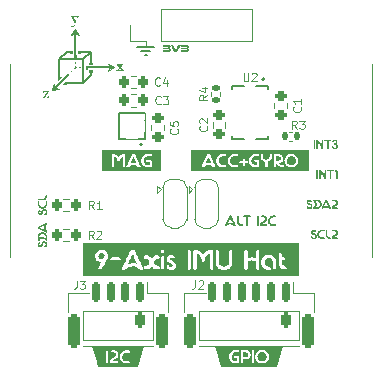
<source format=gto>
G04 #@! TF.GenerationSoftware,KiCad,Pcbnew,7.0.1*
G04 #@! TF.CreationDate,2023-07-20T02:47:45+02:00*
G04 #@! TF.ProjectId,imu_9_axis,696d755f-395f-4617-9869-732e6b696361,rev?*
G04 #@! TF.SameCoordinates,Original*
G04 #@! TF.FileFunction,Legend,Top*
G04 #@! TF.FilePolarity,Positive*
%FSLAX46Y46*%
G04 Gerber Fmt 4.6, Leading zero omitted, Abs format (unit mm)*
G04 Created by KiCad (PCBNEW 7.0.1) date 2023-07-20 02:47:45*
%MOMM*%
%LPD*%
G01*
G04 APERTURE LIST*
G04 Aperture macros list*
%AMRoundRect*
0 Rectangle with rounded corners*
0 $1 Rounding radius*
0 $2 $3 $4 $5 $6 $7 $8 $9 X,Y pos of 4 corners*
0 Add a 4 corners polygon primitive as box body*
4,1,4,$2,$3,$4,$5,$6,$7,$8,$9,$2,$3,0*
0 Add four circle primitives for the rounded corners*
1,1,$1+$1,$2,$3*
1,1,$1+$1,$4,$5*
1,1,$1+$1,$6,$7*
1,1,$1+$1,$8,$9*
0 Add four rect primitives between the rounded corners*
20,1,$1+$1,$2,$3,$4,$5,0*
20,1,$1+$1,$4,$5,$6,$7,0*
20,1,$1+$1,$6,$7,$8,$9,0*
20,1,$1+$1,$8,$9,$2,$3,0*%
%AMFreePoly0*
4,1,19,0.000000,0.744911,0.071157,0.744911,0.207708,0.704816,0.327430,0.627875,0.420627,0.520320,0.479746,0.390866,0.500000,0.250000,0.500000,-0.250000,0.479746,-0.390866,0.420627,-0.520320,0.327430,-0.627875,0.207708,-0.704816,0.071157,-0.744911,0.000000,-0.744911,0.000000,-0.750000,-0.550000,-0.750000,-0.550000,0.750000,0.000000,0.750000,0.000000,0.744911,0.000000,0.744911,
$1*%
%AMFreePoly1*
4,1,19,0.550000,-0.750000,0.000000,-0.750000,0.000000,-0.744911,-0.071157,-0.744911,-0.207708,-0.704816,-0.327430,-0.627875,-0.420627,-0.520320,-0.479746,-0.390866,-0.500000,-0.250000,-0.500000,0.250000,-0.479746,0.390866,-0.420627,0.520320,-0.327430,0.627875,-0.207708,0.704816,-0.071157,0.744911,0.000000,0.744911,0.000000,0.750000,0.550000,0.750000,0.550000,-0.750000,0.550000,-0.750000,
$1*%
G04 Aperture macros list end*
%ADD10C,0.000100*%
%ADD11C,0.100000*%
%ADD12C,0.010000*%
%ADD13C,0.200000*%
%ADD14C,0.150000*%
%ADD15C,0.120000*%
%ADD16C,0.127000*%
%ADD17R,0.350000X0.590000*%
%ADD18R,0.590000X0.350000*%
%ADD19RoundRect,0.135000X-0.135000X-0.185000X0.135000X-0.185000X0.135000X0.185000X-0.135000X0.185000X0*%
%ADD20O,2.000000X2.000000*%
%ADD21O,1.700000X1.700000*%
%ADD22R,2.000000X2.000000*%
%ADD23C,2.200000*%
%ADD24RoundRect,0.200000X-0.275000X0.200000X-0.275000X-0.200000X0.275000X-0.200000X0.275000X0.200000X0*%
%ADD25FreePoly0,270.000000*%
%ADD26R,1.500000X1.000000*%
%ADD27FreePoly1,270.000000*%
%ADD28RoundRect,0.135000X0.185000X-0.135000X0.185000X0.135000X-0.185000X0.135000X-0.185000X-0.135000X0*%
%ADD29RoundRect,0.200000X-0.200000X-0.275000X0.200000X-0.275000X0.200000X0.275000X-0.200000X0.275000X0*%
%ADD30RoundRect,0.200000X0.200000X0.275000X-0.200000X0.275000X-0.200000X-0.275000X0.200000X-0.275000X0*%
%ADD31RoundRect,0.250000X0.250000X1.150000X-0.250000X1.150000X-0.250000X-1.150000X0.250000X-1.150000X0*%
%ADD32RoundRect,0.150000X0.150000X0.700000X-0.150000X0.700000X-0.150000X-0.700000X0.150000X-0.700000X0*%
%ADD33O,0.800000X1.300000*%
%ADD34RoundRect,0.200000X0.200000X0.450000X-0.200000X0.450000X-0.200000X-0.450000X0.200000X-0.450000X0*%
G04 APERTURE END LIST*
D10*
X127187500Y-49024999D02*
X127037500Y-49024999D01*
X127037500Y-48825000D01*
X127187500Y-48825000D01*
X127187500Y-49024999D01*
G36*
X127187500Y-49024999D02*
G01*
X127037500Y-49024999D01*
X127037500Y-48825000D01*
X127187500Y-48825000D01*
X127187500Y-49024999D01*
G37*
X126237499Y-48025000D02*
X126037500Y-48025000D01*
X126037500Y-47875000D01*
X126237499Y-47875000D01*
X126237499Y-48025000D01*
G36*
X126237499Y-48025000D02*
G01*
X126037500Y-48025000D01*
X126037500Y-47875000D01*
X126237499Y-47875000D01*
X126237499Y-48025000D01*
G37*
X127562499Y-49325000D02*
X127362500Y-49325000D01*
X127362500Y-49175000D01*
X127562499Y-49175000D01*
X127562499Y-49325000D01*
G36*
X127562499Y-49325000D02*
G01*
X127362500Y-49325000D01*
X127362500Y-49175000D01*
X127562499Y-49175000D01*
X127562499Y-49325000D01*
G37*
X127562499Y-48675000D02*
X127362500Y-48675000D01*
X127362500Y-48525000D01*
X127562499Y-48525000D01*
X127562499Y-48675000D01*
G36*
X127562499Y-48675000D02*
G01*
X127362500Y-48675000D01*
X127362500Y-48525000D01*
X127562499Y-48525000D01*
X127562499Y-48675000D01*
G37*
X126537500Y-47700000D02*
X126387500Y-47700000D01*
X126387500Y-47500000D01*
X126537500Y-47500000D01*
X126537500Y-47700000D01*
G36*
X126537500Y-47700000D02*
G01*
X126387500Y-47700000D01*
X126387500Y-47500000D01*
X126537500Y-47500000D01*
X126537500Y-47700000D01*
G37*
X125887500Y-47700000D02*
X125737500Y-47700000D01*
X125737500Y-47500000D01*
X125887500Y-47500000D01*
X125887500Y-47700000D01*
G36*
X125887500Y-47700000D02*
G01*
X125737500Y-47700000D01*
X125737500Y-47500000D01*
X125887500Y-47500000D01*
X125887500Y-47700000D01*
G37*
X125337500Y-50150001D02*
X125337500Y-50350000D01*
X125087500Y-50350000D01*
X125287500Y-50150000D01*
X125337500Y-50150001D01*
G36*
X125337500Y-50150001D02*
G01*
X125337500Y-50350000D01*
X125087500Y-50350000D01*
X125287500Y-50150000D01*
X125337500Y-50150001D01*
G37*
X124912500Y-49775000D02*
X124712500Y-49975000D01*
X124712500Y-49725000D01*
X124912500Y-49725000D01*
X124912500Y-49775000D01*
G36*
X124912500Y-49775000D02*
G01*
X124712500Y-49975000D01*
X124712500Y-49725000D01*
X124912500Y-49725000D01*
X124912500Y-49775000D01*
G37*
D11*
X125824112Y-49238388D02*
X125912500Y-49150000D01*
X126600000Y-48925000D02*
X126475000Y-48925000D01*
X126137500Y-48925000D02*
X126262500Y-48925000D01*
X126137500Y-48575000D02*
X126137500Y-48450000D01*
X126113020Y-48949480D02*
X126062500Y-49000000D01*
X126137500Y-48925000D02*
X126137500Y-48800000D01*
D12*
X124434988Y-50627513D02*
X124770864Y-50751256D01*
X124187500Y-50875000D01*
X124328922Y-50309314D01*
X124434988Y-50627513D01*
G36*
X124434988Y-50627513D02*
G01*
X124770864Y-50751256D01*
X124187500Y-50875000D01*
X124328922Y-50309314D01*
X124434988Y-50627513D01*
G37*
X126437500Y-46150000D02*
X126137500Y-45999998D01*
X125812500Y-46150000D01*
X126137500Y-45649999D01*
X126437500Y-46150000D01*
G36*
X126437500Y-46150000D02*
G01*
X126137500Y-45999998D01*
X125812500Y-46150000D01*
X126137500Y-45649999D01*
X126437500Y-46150000D01*
G37*
X129412500Y-48925000D02*
X128912499Y-49225000D01*
X129062500Y-48925000D01*
X128912499Y-48600000D01*
X129412500Y-48925000D01*
G36*
X129412500Y-48925000D02*
G01*
X128912499Y-49225000D01*
X129062500Y-48925000D01*
X128912499Y-48600000D01*
X129412500Y-48925000D01*
G37*
D13*
X127137500Y-48925000D02*
X129212500Y-48925000D01*
X124812499Y-48250000D02*
X124812500Y-49725000D01*
D14*
X132125000Y-47507500D02*
X131725000Y-47507500D01*
D13*
X125612500Y-49450000D02*
X124434988Y-50627513D01*
X125337500Y-50250000D02*
X126812500Y-50250000D01*
D14*
X132140000Y-47182500D02*
X132850000Y-47182500D01*
D13*
X125787499Y-47600000D02*
X125462499Y-47600000D01*
X125462499Y-47600000D02*
X124812499Y-48250000D01*
D14*
X126812500Y-50250000D02*
X126812500Y-48250000D01*
D13*
X127462500Y-49600000D02*
X127462500Y-49275000D01*
D14*
X126812500Y-48250000D02*
X124812499Y-48250000D01*
D13*
X127462500Y-49600000D02*
X126812500Y-50250000D01*
D14*
X126812500Y-48250000D02*
X127462500Y-47600000D01*
D13*
X127462500Y-47600000D02*
X126487498Y-47600000D01*
D14*
X132125000Y-47832500D02*
X132050000Y-47832500D01*
X132125000Y-47832500D02*
X132200000Y-47832500D01*
X132125000Y-47507500D02*
X132525000Y-47507500D01*
X131430000Y-47182500D02*
X132140000Y-47182500D01*
D15*
X132140000Y-46675000D02*
X132140000Y-47182500D01*
D13*
X127462500Y-48575000D02*
X127462500Y-47600000D01*
X126137500Y-47925000D02*
X126137500Y-45849999D01*
D14*
G36*
X126160703Y-44615066D02*
G01*
X126150392Y-44615852D01*
X126138382Y-44617157D01*
X126127351Y-44618819D01*
X126117297Y-44620839D01*
X126106524Y-44623736D01*
X126097159Y-44627148D01*
X126095735Y-44627766D01*
X126087074Y-44633059D01*
X126079781Y-44641341D01*
X126075679Y-44650540D01*
X126073704Y-44661563D01*
X126073509Y-44666845D01*
X126074187Y-44678537D01*
X126075789Y-44689212D01*
X126078332Y-44700734D01*
X126081046Y-44710561D01*
X126084362Y-44720930D01*
X126088282Y-44731841D01*
X126092804Y-44743293D01*
X126206865Y-45008541D01*
X126292594Y-44796050D01*
X126296659Y-44785574D01*
X126300181Y-44774907D01*
X126303162Y-44764050D01*
X126305600Y-44753002D01*
X126307497Y-44741763D01*
X126308852Y-44730333D01*
X126309665Y-44718713D01*
X126309936Y-44706901D01*
X126309324Y-44692938D01*
X126307489Y-44680082D01*
X126304430Y-44668334D01*
X126300147Y-44657694D01*
X126294641Y-44648161D01*
X126287911Y-44639736D01*
X126279958Y-44632419D01*
X126270781Y-44626209D01*
X126260380Y-44621107D01*
X126249195Y-44617264D01*
X126292594Y-44617264D01*
X126301023Y-44624577D01*
X126308142Y-44631983D01*
X126314676Y-44640562D01*
X126319499Y-44649264D01*
X126320438Y-44651458D01*
X126323858Y-44661365D01*
X126326449Y-44672062D01*
X126328372Y-44682738D01*
X126329765Y-44692698D01*
X126330967Y-44703623D01*
X126331185Y-44705924D01*
X126336128Y-44695333D01*
X126341036Y-44685540D01*
X126345907Y-44676547D01*
X126351706Y-44666810D01*
X126357454Y-44658223D01*
X126362204Y-44651946D01*
X126369250Y-44643859D01*
X126377137Y-44636052D01*
X126384567Y-44629583D01*
X126392616Y-44623320D01*
X126401283Y-44617264D01*
X126292594Y-44617264D01*
X126249195Y-44617264D01*
X126248756Y-44617113D01*
X126240326Y-44615066D01*
X126240326Y-44586001D01*
X126477486Y-44586001D01*
X126477486Y-44615066D01*
X126467204Y-44619736D01*
X126457422Y-44624740D01*
X126448141Y-44630078D01*
X126439362Y-44635750D01*
X126431083Y-44641756D01*
X126423304Y-44648096D01*
X126420333Y-44650725D01*
X126411881Y-44658800D01*
X126403927Y-44667269D01*
X126396471Y-44676133D01*
X126389513Y-44685392D01*
X126383053Y-44695047D01*
X126381010Y-44698353D01*
X126375901Y-44707060D01*
X126370649Y-44716542D01*
X126365254Y-44726800D01*
X126360835Y-44735564D01*
X126356324Y-44744824D01*
X126351721Y-44754580D01*
X126347027Y-44764833D01*
X126345839Y-44767473D01*
X126341142Y-44778189D01*
X126336451Y-44789089D01*
X126331769Y-44800171D01*
X126327094Y-44811437D01*
X126322426Y-44822886D01*
X126317767Y-44834518D01*
X126313115Y-44846333D01*
X126308470Y-44858332D01*
X126123578Y-45331919D01*
X126118890Y-45342768D01*
X126114104Y-45353273D01*
X126109223Y-45363433D01*
X126104245Y-45373249D01*
X126099171Y-45382721D01*
X126094000Y-45391848D01*
X126088733Y-45400630D01*
X126083370Y-45409069D01*
X126072354Y-45424912D01*
X126060953Y-45439378D01*
X126049166Y-45452466D01*
X126036994Y-45464176D01*
X126024437Y-45474509D01*
X126011494Y-45483464D01*
X125998165Y-45491041D01*
X125984452Y-45497240D01*
X125970352Y-45502062D01*
X125955868Y-45505507D01*
X125940997Y-45507573D01*
X125925742Y-45508262D01*
X125915781Y-45507953D01*
X125903824Y-45506697D01*
X125892416Y-45504475D01*
X125881556Y-45501287D01*
X125871245Y-45497134D01*
X125861482Y-45492014D01*
X125855888Y-45488478D01*
X125847515Y-45482093D01*
X125839341Y-45473896D01*
X125833210Y-45465114D01*
X125829122Y-45455749D01*
X125827079Y-45445800D01*
X125826823Y-45440607D01*
X125849538Y-45440607D01*
X125850788Y-45451229D01*
X125854540Y-45460869D01*
X125860793Y-45469528D01*
X125868143Y-45476168D01*
X125875672Y-45481151D01*
X125886245Y-45486243D01*
X125896237Y-45489450D01*
X125907301Y-45491714D01*
X125919440Y-45493037D01*
X125929923Y-45493417D01*
X125941093Y-45493193D01*
X125949922Y-45492630D01*
X125939839Y-45490163D01*
X125927938Y-45486179D01*
X125917800Y-45481401D01*
X125909425Y-45475829D01*
X125901436Y-45467748D01*
X125896201Y-45458427D01*
X125893722Y-45447865D01*
X125893502Y-45443293D01*
X125895115Y-45433421D01*
X125899953Y-45424320D01*
X125906668Y-45417133D01*
X125915753Y-45410512D01*
X125925133Y-45405428D01*
X125927207Y-45404459D01*
X125917392Y-45402001D01*
X125907398Y-45399916D01*
X125897654Y-45398841D01*
X125887518Y-45399604D01*
X125877282Y-45402288D01*
X125868284Y-45406903D01*
X125862971Y-45411053D01*
X125856478Y-45418427D01*
X125851755Y-45427481D01*
X125849656Y-45437442D01*
X125849538Y-45440607D01*
X125826823Y-45440607D01*
X125827922Y-45430295D01*
X125831218Y-45420731D01*
X125836711Y-45411916D01*
X125844401Y-45403848D01*
X125849782Y-45399574D01*
X125858701Y-45394013D01*
X125868238Y-45389602D01*
X125878393Y-45386342D01*
X125889166Y-45384232D01*
X125900558Y-45383273D01*
X125904493Y-45383210D01*
X125914243Y-45383854D01*
X125924566Y-45385786D01*
X125934346Y-45388626D01*
X125937710Y-45389804D01*
X125947936Y-45393670D01*
X125958008Y-45397575D01*
X125967926Y-45401518D01*
X125973369Y-45403726D01*
X125983010Y-45407150D01*
X125993132Y-45409640D01*
X126003551Y-45410781D01*
X126005365Y-45410809D01*
X126016581Y-45409382D01*
X126027515Y-45405100D01*
X126038166Y-45397963D01*
X126045969Y-45390738D01*
X126053613Y-45381906D01*
X126061099Y-45371469D01*
X126068425Y-45359426D01*
X126073221Y-45350506D01*
X126077947Y-45340872D01*
X126082602Y-45330524D01*
X126087186Y-45319462D01*
X126123578Y-45219811D01*
X125916949Y-44734989D01*
X125913234Y-44725634D01*
X125909355Y-44716162D01*
X125905313Y-44706574D01*
X125901108Y-44696868D01*
X125898631Y-44691270D01*
X125894263Y-44681731D01*
X125889708Y-44672777D01*
X125884274Y-44663259D01*
X125878595Y-44654504D01*
X125877137Y-44652435D01*
X125870894Y-44644543D01*
X125863887Y-44637475D01*
X125856117Y-44631232D01*
X125847584Y-44625812D01*
X125838150Y-44621386D01*
X125827678Y-44618119D01*
X125817664Y-44616212D01*
X125806855Y-44615194D01*
X125803620Y-44615066D01*
X125870787Y-44615066D01*
X125878983Y-44622714D01*
X125886319Y-44630088D01*
X125893990Y-44638574D01*
X125900424Y-44646666D01*
X125906368Y-44655607D01*
X125908400Y-44659274D01*
X125913319Y-44669165D01*
X125917491Y-44678004D01*
X125922211Y-44688322D01*
X125926382Y-44697642D01*
X125930905Y-44707908D01*
X125935778Y-44719120D01*
X125939664Y-44728150D01*
X126137989Y-45180000D01*
X126160703Y-45128953D01*
X125983383Y-44715450D01*
X125978536Y-44704085D01*
X125973888Y-44693559D01*
X125969438Y-44683874D01*
X125965187Y-44675027D01*
X125960152Y-44665150D01*
X125955427Y-44656585D01*
X125950166Y-44648039D01*
X125944055Y-44639682D01*
X125936499Y-44631649D01*
X125928332Y-44625234D01*
X125919555Y-44620437D01*
X125918414Y-44619951D01*
X125908660Y-44616806D01*
X125898948Y-44615106D01*
X125888137Y-44614388D01*
X125877996Y-44614554D01*
X125870787Y-44615066D01*
X125803620Y-44615066D01*
X125803620Y-44586001D01*
X126160703Y-44586001D01*
X126160703Y-44615066D01*
G37*
G36*
X123498131Y-50916796D02*
G01*
X123507519Y-50922014D01*
X123517182Y-50926253D01*
X123527119Y-50929513D01*
X123537332Y-50931794D01*
X123540797Y-50932337D01*
X123552457Y-50933582D01*
X123564038Y-50934423D01*
X123574521Y-50934967D01*
X123586088Y-50935396D01*
X123598739Y-50935711D01*
X123608939Y-50935872D01*
X123619748Y-50935969D01*
X123631167Y-50936001D01*
X123968954Y-50936001D01*
X123968954Y-50948457D01*
X123602834Y-51498736D01*
X123661941Y-51498736D01*
X123774781Y-51498736D01*
X123872967Y-51498736D01*
X123901055Y-51384675D01*
X123895785Y-51393269D01*
X123890232Y-51401589D01*
X123884397Y-51409634D01*
X123878279Y-51417404D01*
X123871879Y-51424899D01*
X123865197Y-51432119D01*
X123858232Y-51439065D01*
X123850985Y-51445736D01*
X123843330Y-51452281D01*
X123835140Y-51458849D01*
X123826416Y-51465439D01*
X123817158Y-51472053D01*
X123807365Y-51478689D01*
X123797038Y-51485349D01*
X123786177Y-51492031D01*
X123777680Y-51497058D01*
X123774781Y-51498736D01*
X123661941Y-51498736D01*
X123673802Y-51498498D01*
X123685389Y-51497783D01*
X123696700Y-51496592D01*
X123707737Y-51494924D01*
X123718499Y-51492779D01*
X123728986Y-51490158D01*
X123739198Y-51487061D01*
X123749136Y-51483487D01*
X123758799Y-51479436D01*
X123768187Y-51474908D01*
X123774293Y-51471625D01*
X123783217Y-51466441D01*
X123791853Y-51461055D01*
X123800201Y-51455468D01*
X123808262Y-51449678D01*
X123816035Y-51443687D01*
X123825951Y-51435384D01*
X123835357Y-51426723D01*
X123844251Y-51417703D01*
X123852633Y-51408325D01*
X123854649Y-51405924D01*
X123862793Y-51395857D01*
X123869091Y-51387755D01*
X123875553Y-51379181D01*
X123882177Y-51370135D01*
X123888965Y-51360617D01*
X123895916Y-51350627D01*
X123903030Y-51340164D01*
X123910307Y-51329229D01*
X123917747Y-51317821D01*
X123925351Y-51305942D01*
X123927922Y-51301877D01*
X123968954Y-51301877D01*
X123922304Y-51530000D01*
X123393518Y-51530000D01*
X123393518Y-51521939D01*
X123409120Y-51498736D01*
X123438703Y-51498736D01*
X123448967Y-51498161D01*
X123460030Y-51496730D01*
X123470111Y-51494481D01*
X123480431Y-51490909D01*
X123485109Y-51488722D01*
X123493734Y-51483777D01*
X123502160Y-51477774D01*
X123509936Y-51470562D01*
X123513197Y-51466741D01*
X123519564Y-51458343D01*
X123525532Y-51449888D01*
X123531353Y-51441301D01*
X123537828Y-51431478D01*
X123542506Y-51424242D01*
X123848054Y-50965066D01*
X123837075Y-50966004D01*
X123826883Y-50967599D01*
X123815692Y-50970378D01*
X123805634Y-50974102D01*
X123796710Y-50978770D01*
X123791390Y-50982407D01*
X123783152Y-50989597D01*
X123775317Y-50997897D01*
X123768413Y-51006049D01*
X123760945Y-51015544D01*
X123754973Y-51023547D01*
X123748683Y-51032305D01*
X123742076Y-51041819D01*
X123735151Y-51052089D01*
X123732772Y-51055680D01*
X123438703Y-51498736D01*
X123409120Y-51498736D01*
X123766477Y-50967264D01*
X123687342Y-50967264D01*
X123673247Y-50967522D01*
X123659539Y-50968294D01*
X123646217Y-50969582D01*
X123633281Y-50971386D01*
X123620731Y-50973704D01*
X123608568Y-50976538D01*
X123596792Y-50979886D01*
X123585402Y-50983750D01*
X123574398Y-50988130D01*
X123563780Y-50993024D01*
X123556917Y-50996573D01*
X123546598Y-51002467D01*
X123535974Y-51009250D01*
X123525045Y-51016921D01*
X123513812Y-51025482D01*
X123506153Y-51031682D01*
X123498360Y-51038278D01*
X123490430Y-51045268D01*
X123482365Y-51052654D01*
X123474165Y-51060434D01*
X123465829Y-51068609D01*
X123457358Y-51077180D01*
X123448752Y-51086145D01*
X123440009Y-51095506D01*
X123431132Y-51105261D01*
X123393518Y-51105261D01*
X123408923Y-51053237D01*
X123431132Y-51053237D01*
X123438433Y-51045746D01*
X123445804Y-51038231D01*
X123453246Y-51030692D01*
X123460758Y-51023131D01*
X123465081Y-51018799D01*
X123472869Y-51011328D01*
X123480843Y-51004300D01*
X123489004Y-50997717D01*
X123497352Y-50991578D01*
X123502206Y-50988269D01*
X123511224Y-50982734D01*
X123520966Y-50977456D01*
X123529894Y-50973137D01*
X123539353Y-50969007D01*
X123549345Y-50965066D01*
X123537822Y-50964954D01*
X123527432Y-50964619D01*
X123516743Y-50963946D01*
X123506416Y-50962805D01*
X123500985Y-50961891D01*
X123491493Y-50959197D01*
X123482341Y-50955277D01*
X123472518Y-50949923D01*
X123463372Y-50944061D01*
X123431132Y-51053237D01*
X123408923Y-51053237D01*
X123451160Y-50910600D01*
X123489017Y-50910600D01*
X123498131Y-50916796D01*
G37*
G36*
X129960057Y-48640066D02*
G01*
X129948494Y-48641524D01*
X129938472Y-48643821D01*
X129928113Y-48647873D01*
X129918863Y-48654468D01*
X129913081Y-48662952D01*
X129910768Y-48673324D01*
X129910720Y-48675237D01*
X129911936Y-48685866D01*
X129914912Y-48695906D01*
X129918757Y-48704929D01*
X129923842Y-48714549D01*
X129930168Y-48724765D01*
X129936121Y-48733367D01*
X130003288Y-48825935D01*
X130035772Y-48786367D01*
X130043105Y-48777280D01*
X130049717Y-48768244D01*
X130055608Y-48759259D01*
X130060777Y-48750326D01*
X130065225Y-48741445D01*
X130070033Y-48729683D01*
X130073559Y-48718013D01*
X130075803Y-48706434D01*
X130076765Y-48694947D01*
X130076805Y-48692090D01*
X130075950Y-48681511D01*
X130073386Y-48672001D01*
X130068457Y-48662579D01*
X130063128Y-48656186D01*
X130055510Y-48649958D01*
X130046336Y-48645195D01*
X130036795Y-48642264D01*
X130079736Y-48642264D01*
X130086459Y-48650670D01*
X130091792Y-48659403D01*
X130095733Y-48668462D01*
X130098573Y-48679443D01*
X130099500Y-48689209D01*
X130099520Y-48690868D01*
X130098833Y-48701172D01*
X130096772Y-48711202D01*
X130094635Y-48717735D01*
X130103609Y-48708439D01*
X130112489Y-48699603D01*
X130121275Y-48691226D01*
X130129966Y-48683308D01*
X130138563Y-48675850D01*
X130147065Y-48668851D01*
X130155473Y-48662312D01*
X130163786Y-48656232D01*
X130172005Y-48650611D01*
X130182817Y-48643831D01*
X130185493Y-48642264D01*
X130079736Y-48642264D01*
X130036795Y-48642264D01*
X130035604Y-48641898D01*
X130024937Y-48640215D01*
X130023316Y-48640066D01*
X130023316Y-48611001D01*
X130280992Y-48611001D01*
X130280992Y-48640066D01*
X130271264Y-48641989D01*
X130261743Y-48644340D01*
X130250131Y-48647880D01*
X130238840Y-48652087D01*
X130227872Y-48656962D01*
X130217226Y-48662506D01*
X130208941Y-48667421D01*
X130198926Y-48674017D01*
X130189186Y-48680983D01*
X130179721Y-48688319D01*
X130170530Y-48696024D01*
X130161613Y-48704099D01*
X130152970Y-48712544D01*
X130149590Y-48716025D01*
X130142800Y-48723269D01*
X130135744Y-48730955D01*
X130128421Y-48739083D01*
X130120830Y-48747655D01*
X130112972Y-48756669D01*
X130104847Y-48766126D01*
X130096455Y-48776025D01*
X130089986Y-48783740D01*
X130087796Y-48786367D01*
X130027468Y-48858663D01*
X130188180Y-49081168D01*
X130193856Y-49089128D01*
X130200014Y-49098292D01*
X130203079Y-49102906D01*
X130208872Y-49111091D01*
X130215551Y-49119815D01*
X130222290Y-49127867D01*
X130229091Y-49135248D01*
X130229945Y-49136123D01*
X130237105Y-49142779D01*
X130245633Y-49149536D01*
X130254665Y-49155521D01*
X130260964Y-49159082D01*
X130269955Y-49163387D01*
X130279832Y-49167264D01*
X130289200Y-49170306D01*
X130299246Y-49173021D01*
X130302241Y-49173736D01*
X130302241Y-49205000D01*
X129960057Y-49205000D01*
X129960057Y-49173736D01*
X129970140Y-49172072D01*
X129982041Y-49169092D01*
X129992179Y-49165241D01*
X130002372Y-49159204D01*
X130009810Y-49151808D01*
X130014494Y-49143051D01*
X130016422Y-49132936D01*
X130016477Y-49130750D01*
X130014255Y-49119827D01*
X130010306Y-49110485D01*
X130005505Y-49101441D01*
X129999334Y-49091251D01*
X129993409Y-49082275D01*
X129988389Y-49075062D01*
X129922444Y-48985181D01*
X129879701Y-49038182D01*
X129872832Y-49046776D01*
X129866634Y-49055218D01*
X129861108Y-49063507D01*
X129856254Y-49071643D01*
X129852003Y-49081307D01*
X129849393Y-49091130D01*
X129847882Y-49102114D01*
X129847461Y-49112676D01*
X129848314Y-49122618D01*
X129851379Y-49133209D01*
X129856672Y-49142974D01*
X129863132Y-49150843D01*
X129865291Y-49152976D01*
X129873816Y-49159646D01*
X129883790Y-49165124D01*
X129893493Y-49168871D01*
X129904261Y-49171741D01*
X129914047Y-49173465D01*
X129916093Y-49173736D01*
X129916093Y-49205000D01*
X129633749Y-49205000D01*
X129633749Y-49173736D01*
X129702381Y-49173736D01*
X129828899Y-49173736D01*
X129821115Y-49166530D01*
X129814188Y-49159021D01*
X129808269Y-49150704D01*
X129807894Y-49150045D01*
X129804322Y-49140783D01*
X129802496Y-49130180D01*
X129802032Y-49120003D01*
X129802927Y-49110022D01*
X129805293Y-49099947D01*
X129808687Y-49090064D01*
X129809603Y-49087763D01*
X129799904Y-49098230D01*
X129790132Y-49108199D01*
X129780286Y-49117670D01*
X129770368Y-49126643D01*
X129760377Y-49135118D01*
X129750313Y-49143095D01*
X129740175Y-49150574D01*
X129729965Y-49157555D01*
X129719682Y-49164038D01*
X129709326Y-49170023D01*
X129702381Y-49173736D01*
X129633749Y-49173736D01*
X129645235Y-49171630D01*
X129655003Y-49169035D01*
X129664951Y-49165676D01*
X129675077Y-49161555D01*
X129685382Y-49156670D01*
X129695866Y-49151022D01*
X129697984Y-49149801D01*
X129706506Y-49144672D01*
X129715097Y-49139176D01*
X129723756Y-49133314D01*
X129732484Y-49127086D01*
X129741280Y-49120491D01*
X129750146Y-49113531D01*
X129759080Y-49106203D01*
X129768082Y-49098510D01*
X129777165Y-49090339D01*
X129786339Y-49081703D01*
X129795605Y-49072601D01*
X129802615Y-49065469D01*
X129809676Y-49058075D01*
X129816789Y-49050419D01*
X129823953Y-49042502D01*
X129831168Y-49034322D01*
X129838436Y-49025881D01*
X129843309Y-49020108D01*
X129898264Y-48952452D01*
X129718257Y-48706744D01*
X129711029Y-48697138D01*
X129704121Y-48688472D01*
X129697534Y-48680744D01*
X129689751Y-48672404D01*
X129682469Y-48665531D01*
X129674392Y-48659220D01*
X129669408Y-48656186D01*
X129659562Y-48651240D01*
X129650421Y-48647413D01*
X129640789Y-48644054D01*
X129630666Y-48641162D01*
X129626177Y-48640066D01*
X129688703Y-48640066D01*
X129696590Y-48646064D01*
X129704131Y-48652639D01*
X129710685Y-48659117D01*
X129718001Y-48666787D01*
X129724561Y-48674046D01*
X129728515Y-48678656D01*
X129734719Y-48686377D01*
X129740779Y-48694742D01*
X129741460Y-48695753D01*
X129747360Y-48703802D01*
X129749275Y-48706256D01*
X130006219Y-49061140D01*
X130012112Y-49069565D01*
X130019067Y-49080224D01*
X130024992Y-49090227D01*
X130029886Y-49099573D01*
X130034555Y-49110332D01*
X130037614Y-49120066D01*
X130039160Y-49130393D01*
X130039192Y-49131971D01*
X130038032Y-49142641D01*
X130034551Y-49153159D01*
X130029602Y-49162237D01*
X130022877Y-49171198D01*
X130020629Y-49173736D01*
X130036994Y-49173736D01*
X130047242Y-49172577D01*
X130057104Y-49169100D01*
X130065545Y-49164062D01*
X130071676Y-49159082D01*
X130078729Y-49151541D01*
X130084254Y-49142546D01*
X130087229Y-49133011D01*
X130087796Y-49126353D01*
X130086705Y-49116243D01*
X130083431Y-49104534D01*
X130079241Y-49094016D01*
X130073654Y-49082475D01*
X130068547Y-49073149D01*
X130062654Y-49063247D01*
X130055976Y-49052770D01*
X130048512Y-49041717D01*
X130043100Y-49034030D01*
X129805451Y-48706256D01*
X129799116Y-48697990D01*
X129791756Y-48688623D01*
X129785015Y-48680330D01*
X129777745Y-48671794D01*
X129770392Y-48663790D01*
X129765884Y-48659361D01*
X129758038Y-48653050D01*
X129748640Y-48647669D01*
X129738527Y-48644005D01*
X129735354Y-48643241D01*
X129724751Y-48641410D01*
X129713673Y-48640399D01*
X129702701Y-48639989D01*
X129692349Y-48639992D01*
X129688703Y-48640066D01*
X129626177Y-48640066D01*
X129626177Y-48611001D01*
X129960057Y-48611001D01*
X129960057Y-48640066D01*
G37*
D11*
G36*
X134032366Y-47635500D02*
G01*
X134044965Y-47635288D01*
X134057210Y-47634658D01*
X134069098Y-47633614D01*
X134080627Y-47632163D01*
X134091793Y-47630310D01*
X134102593Y-47628061D01*
X134113024Y-47625422D01*
X134123084Y-47622399D01*
X134132769Y-47618997D01*
X134142075Y-47615222D01*
X134151001Y-47611080D01*
X134159542Y-47606576D01*
X134167697Y-47601717D01*
X134175461Y-47596508D01*
X134182833Y-47590955D01*
X134189808Y-47585063D01*
X134196384Y-47578839D01*
X134202557Y-47572288D01*
X134208326Y-47565416D01*
X134213686Y-47558229D01*
X134218634Y-47550732D01*
X134223169Y-47542932D01*
X134227286Y-47534833D01*
X134230982Y-47526442D01*
X134234255Y-47517765D01*
X134237101Y-47508806D01*
X134239518Y-47499573D01*
X134241502Y-47490071D01*
X134243051Y-47480305D01*
X134244161Y-47470281D01*
X134244829Y-47460006D01*
X134245052Y-47449484D01*
X134244944Y-47442311D01*
X134244621Y-47435282D01*
X134244089Y-47428400D01*
X134242413Y-47415088D01*
X134239949Y-47402391D01*
X134236733Y-47390331D01*
X134232798Y-47378925D01*
X134228181Y-47368193D01*
X134222914Y-47358153D01*
X134217033Y-47348825D01*
X134210572Y-47340228D01*
X134203566Y-47332381D01*
X134196049Y-47325303D01*
X134188057Y-47319013D01*
X134179622Y-47313529D01*
X134170781Y-47308872D01*
X134161568Y-47305059D01*
X134156832Y-47303476D01*
X134165063Y-47299795D01*
X134172825Y-47295373D01*
X134180109Y-47290232D01*
X134186907Y-47284397D01*
X134193209Y-47277890D01*
X134199009Y-47270736D01*
X134204296Y-47262957D01*
X134209063Y-47254578D01*
X134213301Y-47245622D01*
X134217002Y-47236113D01*
X134220157Y-47226074D01*
X134222757Y-47215528D01*
X134224794Y-47204499D01*
X134226260Y-47193011D01*
X134227145Y-47181087D01*
X134227442Y-47168751D01*
X134227283Y-47159891D01*
X134226802Y-47151172D01*
X134225995Y-47142604D01*
X134224855Y-47134196D01*
X134223378Y-47125956D01*
X134221560Y-47117895D01*
X134219393Y-47110021D01*
X134216874Y-47102343D01*
X134213998Y-47094871D01*
X134210759Y-47087614D01*
X134207152Y-47080580D01*
X134203171Y-47073780D01*
X134198813Y-47067222D01*
X134194071Y-47060916D01*
X134188941Y-47054870D01*
X134183418Y-47049094D01*
X134177495Y-47043597D01*
X134171169Y-47038388D01*
X134164434Y-47033477D01*
X134157285Y-47028872D01*
X134149716Y-47024582D01*
X134141723Y-47020618D01*
X134133301Y-47016988D01*
X134124444Y-47013700D01*
X134115147Y-47010766D01*
X134105405Y-47008192D01*
X134095213Y-47005990D01*
X134084566Y-47004167D01*
X134073459Y-47002734D01*
X134061886Y-47001698D01*
X134049843Y-47001070D01*
X134037324Y-47000859D01*
X133571773Y-47000859D01*
X133571773Y-47159690D01*
X134014756Y-47159690D01*
X134022685Y-47160112D01*
X134029920Y-47161370D01*
X134036441Y-47163454D01*
X134043994Y-47167498D01*
X134050202Y-47172964D01*
X134055021Y-47179826D01*
X134058405Y-47188057D01*
X134059977Y-47195115D01*
X134060698Y-47202917D01*
X134060747Y-47205681D01*
X134060313Y-47213750D01*
X134059022Y-47221114D01*
X134056895Y-47227755D01*
X134052788Y-47235449D01*
X134047269Y-47241774D01*
X134040383Y-47246686D01*
X134032174Y-47250138D01*
X134025175Y-47251741D01*
X134017475Y-47252477D01*
X134014756Y-47252527D01*
X133578611Y-47252527D01*
X133578611Y-47383832D01*
X134024501Y-47383832D01*
X134033002Y-47384300D01*
X134040790Y-47385686D01*
X134047839Y-47387959D01*
X134054122Y-47391090D01*
X134061260Y-47396548D01*
X134066923Y-47403408D01*
X134070164Y-47409432D01*
X134072513Y-47416175D01*
X134073942Y-47423609D01*
X134074424Y-47431703D01*
X134073942Y-47439310D01*
X134072513Y-47446249D01*
X134069182Y-47454434D01*
X134064280Y-47461360D01*
X134057871Y-47466984D01*
X134050020Y-47471265D01*
X134043223Y-47473569D01*
X134035678Y-47475075D01*
X134027412Y-47475767D01*
X134024501Y-47475814D01*
X133571773Y-47475814D01*
X133571773Y-47635500D01*
X134032366Y-47635500D01*
G37*
G36*
X134676239Y-47635500D02*
G01*
X134685407Y-47635089D01*
X134694157Y-47633857D01*
X134702483Y-47631804D01*
X134710382Y-47628927D01*
X134717850Y-47625226D01*
X134724881Y-47620701D01*
X134731472Y-47615350D01*
X134737620Y-47609173D01*
X134743318Y-47602168D01*
X134748564Y-47594336D01*
X134751807Y-47588654D01*
X135078018Y-47000859D01*
X134884993Y-47000859D01*
X134656577Y-47430506D01*
X134428332Y-47000859D01*
X134235307Y-47000859D01*
X134560663Y-47588654D01*
X134565586Y-47597039D01*
X134571017Y-47604595D01*
X134576940Y-47611324D01*
X134583341Y-47617225D01*
X134590204Y-47622301D01*
X134597514Y-47626551D01*
X134605255Y-47629977D01*
X134613413Y-47632580D01*
X134621971Y-47634359D01*
X134630916Y-47635317D01*
X134637087Y-47635500D01*
X134676239Y-47635500D01*
G37*
G36*
X135576567Y-47635500D02*
G01*
X135589166Y-47635288D01*
X135601411Y-47634658D01*
X135613299Y-47633614D01*
X135624828Y-47632163D01*
X135635994Y-47630310D01*
X135646794Y-47628061D01*
X135657225Y-47625422D01*
X135667285Y-47622399D01*
X135676969Y-47618997D01*
X135686276Y-47615222D01*
X135695202Y-47611080D01*
X135703743Y-47606576D01*
X135711898Y-47601717D01*
X135719662Y-47596508D01*
X135727034Y-47590955D01*
X135734009Y-47585063D01*
X135740585Y-47578839D01*
X135746758Y-47572288D01*
X135752527Y-47565416D01*
X135757887Y-47558229D01*
X135762835Y-47550732D01*
X135767370Y-47542932D01*
X135771487Y-47534833D01*
X135775183Y-47526442D01*
X135778456Y-47517765D01*
X135781302Y-47508806D01*
X135783719Y-47499573D01*
X135785703Y-47490071D01*
X135787252Y-47480305D01*
X135788362Y-47470281D01*
X135789030Y-47460006D01*
X135789253Y-47449484D01*
X135789145Y-47442311D01*
X135788822Y-47435282D01*
X135788290Y-47428400D01*
X135786613Y-47415088D01*
X135784150Y-47402391D01*
X135780934Y-47390331D01*
X135776999Y-47378925D01*
X135772381Y-47368193D01*
X135767115Y-47358153D01*
X135761234Y-47348825D01*
X135754773Y-47340228D01*
X135747767Y-47332381D01*
X135740250Y-47325303D01*
X135732258Y-47319013D01*
X135723823Y-47313529D01*
X135714982Y-47308872D01*
X135705768Y-47305059D01*
X135701033Y-47303476D01*
X135709264Y-47299795D01*
X135717026Y-47295373D01*
X135724310Y-47290232D01*
X135731108Y-47284397D01*
X135737410Y-47277890D01*
X135743210Y-47270736D01*
X135748497Y-47262957D01*
X135753264Y-47254578D01*
X135757502Y-47245622D01*
X135761203Y-47236113D01*
X135764358Y-47226074D01*
X135766958Y-47215528D01*
X135768995Y-47204499D01*
X135770461Y-47193011D01*
X135771346Y-47181087D01*
X135771643Y-47168751D01*
X135771484Y-47159891D01*
X135771003Y-47151172D01*
X135770196Y-47142604D01*
X135769056Y-47134196D01*
X135767579Y-47125956D01*
X135765760Y-47117895D01*
X135763594Y-47110021D01*
X135761075Y-47102343D01*
X135758199Y-47094871D01*
X135754960Y-47087614D01*
X135751353Y-47080580D01*
X135747372Y-47073780D01*
X135743014Y-47067222D01*
X135738272Y-47060916D01*
X135733142Y-47054870D01*
X135727619Y-47049094D01*
X135721696Y-47043597D01*
X135715370Y-47038388D01*
X135708635Y-47033477D01*
X135701486Y-47028872D01*
X135693917Y-47024582D01*
X135685924Y-47020618D01*
X135677502Y-47016988D01*
X135668645Y-47013700D01*
X135659348Y-47010766D01*
X135649606Y-47008192D01*
X135639414Y-47005990D01*
X135628767Y-47004167D01*
X135617660Y-47002734D01*
X135606087Y-47001698D01*
X135594044Y-47001070D01*
X135581525Y-47000859D01*
X135115973Y-47000859D01*
X135115973Y-47159690D01*
X135558957Y-47159690D01*
X135566886Y-47160112D01*
X135574121Y-47161370D01*
X135580642Y-47163454D01*
X135588195Y-47167498D01*
X135594403Y-47172964D01*
X135599222Y-47179826D01*
X135602606Y-47188057D01*
X135604178Y-47195115D01*
X135604899Y-47202917D01*
X135604948Y-47205681D01*
X135604513Y-47213750D01*
X135603223Y-47221114D01*
X135601096Y-47227755D01*
X135596989Y-47235449D01*
X135591470Y-47241774D01*
X135584584Y-47246686D01*
X135576375Y-47250138D01*
X135569376Y-47251741D01*
X135561676Y-47252477D01*
X135558957Y-47252527D01*
X135122812Y-47252527D01*
X135122812Y-47383832D01*
X135568702Y-47383832D01*
X135577203Y-47384300D01*
X135584991Y-47385686D01*
X135592040Y-47387959D01*
X135598323Y-47391090D01*
X135605461Y-47396548D01*
X135611124Y-47403408D01*
X135614365Y-47409432D01*
X135616714Y-47416175D01*
X135618143Y-47423609D01*
X135618625Y-47431703D01*
X135618143Y-47439310D01*
X135616714Y-47446249D01*
X135613383Y-47454434D01*
X135608481Y-47461360D01*
X135602072Y-47466984D01*
X135594221Y-47471265D01*
X135587424Y-47473569D01*
X135579879Y-47475075D01*
X135571613Y-47475767D01*
X135568702Y-47475814D01*
X135115973Y-47475814D01*
X135115973Y-47635500D01*
X135576567Y-47635500D01*
G37*
X140416666Y-49373833D02*
X140416666Y-49940500D01*
X140416666Y-49940500D02*
X140450000Y-50007166D01*
X140450000Y-50007166D02*
X140483333Y-50040500D01*
X140483333Y-50040500D02*
X140550000Y-50073833D01*
X140550000Y-50073833D02*
X140683333Y-50073833D01*
X140683333Y-50073833D02*
X140750000Y-50040500D01*
X140750000Y-50040500D02*
X140783333Y-50007166D01*
X140783333Y-50007166D02*
X140816666Y-49940500D01*
X140816666Y-49940500D02*
X140816666Y-49373833D01*
X141116666Y-49440500D02*
X141149999Y-49407166D01*
X141149999Y-49407166D02*
X141216666Y-49373833D01*
X141216666Y-49373833D02*
X141383333Y-49373833D01*
X141383333Y-49373833D02*
X141449999Y-49407166D01*
X141449999Y-49407166D02*
X141483333Y-49440500D01*
X141483333Y-49440500D02*
X141516666Y-49507166D01*
X141516666Y-49507166D02*
X141516666Y-49573833D01*
X141516666Y-49573833D02*
X141483333Y-49673833D01*
X141483333Y-49673833D02*
X141083333Y-50073833D01*
X141083333Y-50073833D02*
X141516666Y-50073833D01*
X144908333Y-54123833D02*
X144675000Y-53790500D01*
X144508333Y-54123833D02*
X144508333Y-53423833D01*
X144508333Y-53423833D02*
X144775000Y-53423833D01*
X144775000Y-53423833D02*
X144841667Y-53457166D01*
X144841667Y-53457166D02*
X144875000Y-53490500D01*
X144875000Y-53490500D02*
X144908333Y-53557166D01*
X144908333Y-53557166D02*
X144908333Y-53657166D01*
X144908333Y-53657166D02*
X144875000Y-53723833D01*
X144875000Y-53723833D02*
X144841667Y-53757166D01*
X144841667Y-53757166D02*
X144775000Y-53790500D01*
X144775000Y-53790500D02*
X144508333Y-53790500D01*
X145141667Y-53423833D02*
X145575000Y-53423833D01*
X145575000Y-53423833D02*
X145341667Y-53690500D01*
X145341667Y-53690500D02*
X145441667Y-53690500D01*
X145441667Y-53690500D02*
X145508333Y-53723833D01*
X145508333Y-53723833D02*
X145541667Y-53757166D01*
X145541667Y-53757166D02*
X145575000Y-53823833D01*
X145575000Y-53823833D02*
X145575000Y-53990500D01*
X145575000Y-53990500D02*
X145541667Y-54057166D01*
X145541667Y-54057166D02*
X145508333Y-54090500D01*
X145508333Y-54090500D02*
X145441667Y-54123833D01*
X145441667Y-54123833D02*
X145241667Y-54123833D01*
X145241667Y-54123833D02*
X145175000Y-54090500D01*
X145175000Y-54090500D02*
X145141667Y-54057166D01*
G36*
X123642097Y-64155704D02*
G01*
X123652274Y-64151356D01*
X123662107Y-64146708D01*
X123671597Y-64141770D01*
X123680745Y-64136550D01*
X123689553Y-64131058D01*
X123698023Y-64125304D01*
X123706154Y-64119296D01*
X123713950Y-64113044D01*
X123721412Y-64106556D01*
X123728540Y-64099843D01*
X123735336Y-64092914D01*
X123741802Y-64085777D01*
X123747939Y-64078443D01*
X123753748Y-64070920D01*
X123759231Y-64063217D01*
X123764390Y-64055344D01*
X123769224Y-64047311D01*
X123773737Y-64039126D01*
X123777929Y-64030798D01*
X123781802Y-64022338D01*
X123785357Y-64013753D01*
X123788596Y-64005054D01*
X123791519Y-63996250D01*
X123794129Y-63987350D01*
X123796427Y-63978363D01*
X123798414Y-63969299D01*
X123800091Y-63960167D01*
X123801460Y-63950975D01*
X123802522Y-63941734D01*
X123803280Y-63932453D01*
X123803733Y-63923140D01*
X123803884Y-63913806D01*
X123803654Y-63902466D01*
X123802968Y-63891140D01*
X123801825Y-63879845D01*
X123800228Y-63868601D01*
X123798179Y-63857427D01*
X123795679Y-63846344D01*
X123792730Y-63835369D01*
X123789333Y-63824523D01*
X123785490Y-63813824D01*
X123781203Y-63803292D01*
X123776473Y-63792947D01*
X123771302Y-63782808D01*
X123765692Y-63772893D01*
X123759645Y-63763222D01*
X123753161Y-63753816D01*
X123746242Y-63744692D01*
X123738891Y-63735870D01*
X123731109Y-63727370D01*
X123722897Y-63719211D01*
X123714258Y-63711412D01*
X123705192Y-63703993D01*
X123695702Y-63696972D01*
X123685789Y-63690370D01*
X123675455Y-63684205D01*
X123664701Y-63678497D01*
X123653529Y-63673265D01*
X123641941Y-63668529D01*
X123629938Y-63664307D01*
X123617522Y-63660619D01*
X123604695Y-63657485D01*
X123591458Y-63654924D01*
X123577812Y-63652954D01*
X123569514Y-63652197D01*
X123561321Y-63651514D01*
X123553281Y-63650978D01*
X123545446Y-63650662D01*
X123541078Y-63650610D01*
X123531681Y-63650746D01*
X123522049Y-63651176D01*
X123512210Y-63651934D01*
X123502195Y-63653052D01*
X123492033Y-63654564D01*
X123481755Y-63656503D01*
X123471389Y-63658903D01*
X123460967Y-63661796D01*
X123450517Y-63665215D01*
X123440069Y-63669195D01*
X123429653Y-63673767D01*
X123419299Y-63678966D01*
X123409036Y-63684824D01*
X123398895Y-63691375D01*
X123388906Y-63698652D01*
X123379096Y-63706688D01*
X123369652Y-63715380D01*
X123360676Y-63724678D01*
X123352188Y-63734585D01*
X123344206Y-63745101D01*
X123336752Y-63756228D01*
X123329843Y-63767969D01*
X123323501Y-63780324D01*
X123317743Y-63793296D01*
X123312589Y-63806886D01*
X123308060Y-63821096D01*
X123304174Y-63835928D01*
X123302478Y-63843578D01*
X123300951Y-63851383D01*
X123299594Y-63859345D01*
X123298410Y-63867464D01*
X123297402Y-63875739D01*
X123296571Y-63884171D01*
X123295921Y-63892760D01*
X123295454Y-63901506D01*
X123295172Y-63910410D01*
X123295077Y-63919472D01*
X123294621Y-63928929D01*
X123293260Y-63937937D01*
X123291007Y-63946469D01*
X123287872Y-63954496D01*
X123283867Y-63961993D01*
X123279003Y-63968931D01*
X123273292Y-63975283D01*
X123266745Y-63981021D01*
X123259915Y-63986289D01*
X123253359Y-63990775D01*
X123244077Y-63996171D01*
X123235510Y-64000152D01*
X123227716Y-64002922D01*
X123218628Y-64005090D01*
X123209563Y-64006031D01*
X123201643Y-64005756D01*
X123200115Y-64005641D01*
X123188741Y-64004982D01*
X123177415Y-64002963D01*
X123166371Y-63999525D01*
X123155843Y-63994605D01*
X123146064Y-63988144D01*
X123140077Y-63982950D01*
X123134596Y-63977026D01*
X123129691Y-63970353D01*
X123125430Y-63962915D01*
X123121884Y-63954691D01*
X123119121Y-63945665D01*
X123117211Y-63935819D01*
X123116223Y-63925134D01*
X123116096Y-63919472D01*
X123117015Y-63905061D01*
X123119614Y-63892717D01*
X123123651Y-63882170D01*
X123128888Y-63873151D01*
X123135084Y-63865392D01*
X123142000Y-63858624D01*
X123149396Y-63852576D01*
X123157031Y-63846981D01*
X123164666Y-63841569D01*
X123172062Y-63836071D01*
X123178978Y-63830218D01*
X123185174Y-63823741D01*
X123190411Y-63816371D01*
X123194448Y-63807839D01*
X123197047Y-63797876D01*
X123197966Y-63786213D01*
X123197346Y-63772090D01*
X123195537Y-63759518D01*
X123192619Y-63748459D01*
X123188672Y-63738877D01*
X123183774Y-63730735D01*
X123178005Y-63723995D01*
X123171443Y-63718620D01*
X123164169Y-63714574D01*
X123156261Y-63711818D01*
X123147798Y-63710317D01*
X123138861Y-63710033D01*
X123129527Y-63710929D01*
X123119876Y-63712967D01*
X123109988Y-63716111D01*
X123099941Y-63720324D01*
X123089815Y-63725568D01*
X123079689Y-63731806D01*
X123069643Y-63739002D01*
X123059754Y-63747117D01*
X123050104Y-63756116D01*
X123040770Y-63765961D01*
X123031832Y-63776614D01*
X123023370Y-63788039D01*
X123015462Y-63800199D01*
X123008187Y-63813056D01*
X123001626Y-63826574D01*
X122995857Y-63840715D01*
X122990959Y-63855443D01*
X122987011Y-63870719D01*
X122984094Y-63886508D01*
X122982285Y-63902771D01*
X122981665Y-63919472D01*
X122981808Y-63928517D01*
X122982236Y-63937372D01*
X122982940Y-63946035D01*
X122983915Y-63954508D01*
X122985156Y-63962791D01*
X122986654Y-63970884D01*
X122988405Y-63978788D01*
X122990402Y-63986501D01*
X122992639Y-63994026D01*
X122997808Y-64008509D01*
X123003861Y-64022238D01*
X123010749Y-64035215D01*
X123018422Y-64047443D01*
X123026831Y-64058922D01*
X123035925Y-64069656D01*
X123045655Y-64079647D01*
X123055970Y-64088895D01*
X123066822Y-64097404D01*
X123078160Y-64105175D01*
X123089935Y-64112210D01*
X123095970Y-64115453D01*
X123104877Y-64119972D01*
X123113456Y-64124073D01*
X123121701Y-64127750D01*
X123129602Y-64130998D01*
X123137154Y-64133810D01*
X123146664Y-64136873D01*
X123155520Y-64139138D01*
X123163702Y-64140591D01*
X123172956Y-64141245D01*
X123181416Y-64141321D01*
X123189735Y-64141565D01*
X123197757Y-64141994D01*
X123203437Y-64142417D01*
X123213202Y-64142200D01*
X123222992Y-64141547D01*
X123232785Y-64140457D01*
X123242559Y-64138929D01*
X123252293Y-64136960D01*
X123261963Y-64134550D01*
X123271548Y-64131696D01*
X123281027Y-64128397D01*
X123290377Y-64124652D01*
X123299576Y-64120459D01*
X123308602Y-64115816D01*
X123317434Y-64110722D01*
X123326048Y-64105175D01*
X123334425Y-64099174D01*
X123342540Y-64092716D01*
X123350374Y-64085801D01*
X123357902Y-64078428D01*
X123365104Y-64070593D01*
X123371958Y-64062296D01*
X123378441Y-64053535D01*
X123384532Y-64044309D01*
X123390208Y-64034616D01*
X123395448Y-64024455D01*
X123400230Y-64013823D01*
X123404531Y-64002720D01*
X123408330Y-63991143D01*
X123411605Y-63979092D01*
X123414334Y-63966564D01*
X123416494Y-63953558D01*
X123418065Y-63940072D01*
X123419023Y-63926106D01*
X123419348Y-63911656D01*
X123420065Y-63896900D01*
X123422157Y-63883076D01*
X123425530Y-63870186D01*
X123430094Y-63858234D01*
X123435758Y-63847219D01*
X123442429Y-63837146D01*
X123450015Y-63828014D01*
X123458427Y-63819827D01*
X123467570Y-63812586D01*
X123477355Y-63806294D01*
X123487690Y-63800951D01*
X123498482Y-63796561D01*
X123509641Y-63793124D01*
X123521075Y-63790644D01*
X123532692Y-63789121D01*
X123544400Y-63788558D01*
X123556108Y-63788957D01*
X123567725Y-63790319D01*
X123579159Y-63792647D01*
X123590318Y-63795942D01*
X123601110Y-63800207D01*
X123611445Y-63805444D01*
X123621230Y-63811653D01*
X123630374Y-63818838D01*
X123638785Y-63827000D01*
X123646371Y-63836141D01*
X123653042Y-63846263D01*
X123658706Y-63857368D01*
X123663270Y-63869458D01*
X123666644Y-63882535D01*
X123668735Y-63896600D01*
X123669452Y-63911656D01*
X123669068Y-63921635D01*
X123667934Y-63931401D01*
X123666078Y-63940924D01*
X123663530Y-63950176D01*
X123660317Y-63959127D01*
X123656469Y-63967748D01*
X123652015Y-63976008D01*
X123646982Y-63983879D01*
X123641400Y-63991331D01*
X123635297Y-63998334D01*
X123628701Y-64004859D01*
X123621642Y-64010877D01*
X123614148Y-64016358D01*
X123606247Y-64021272D01*
X123597968Y-64025591D01*
X123589341Y-64029284D01*
X123581058Y-64033003D01*
X123573675Y-64037216D01*
X123567172Y-64041891D01*
X123559838Y-64048788D01*
X123553994Y-64056373D01*
X123549595Y-64064571D01*
X123546598Y-64073307D01*
X123544959Y-64082505D01*
X123544595Y-64089660D01*
X123545066Y-64098019D01*
X123546452Y-64106190D01*
X123548717Y-64114095D01*
X123551825Y-64121656D01*
X123555739Y-64128797D01*
X123560422Y-64135438D01*
X123565838Y-64141502D01*
X123571951Y-64146911D01*
X123578443Y-64151734D01*
X123586351Y-64156227D01*
X123593812Y-64159274D01*
X123601848Y-64161409D01*
X123610344Y-64162464D01*
X123613374Y-64162543D01*
X123622020Y-64161862D01*
X123629978Y-64160104D01*
X123638266Y-64157288D01*
X123642097Y-64155704D01*
G37*
G36*
X123392896Y-62873362D02*
G01*
X123400769Y-62873669D01*
X123409920Y-62874186D01*
X123419275Y-62874791D01*
X123427911Y-62875385D01*
X123437585Y-62876074D01*
X123445531Y-62876653D01*
X123453706Y-62877275D01*
X123462402Y-62878480D01*
X123471614Y-62880263D01*
X123481337Y-62882619D01*
X123491566Y-62885542D01*
X123502297Y-62889029D01*
X123509726Y-62891664D01*
X123517375Y-62894546D01*
X123525242Y-62897673D01*
X123533326Y-62901044D01*
X123541624Y-62904657D01*
X123550135Y-62908511D01*
X123558859Y-62912605D01*
X123567670Y-62916915D01*
X123576370Y-62921489D01*
X123584958Y-62926329D01*
X123593432Y-62931433D01*
X123601792Y-62936802D01*
X123610036Y-62942435D01*
X123618163Y-62948332D01*
X123626173Y-62954493D01*
X123634063Y-62960917D01*
X123641833Y-62967604D01*
X123649482Y-62974554D01*
X123657008Y-62981766D01*
X123664411Y-62989240D01*
X123671689Y-62996976D01*
X123678841Y-63004974D01*
X123685866Y-63013233D01*
X123693826Y-63023101D01*
X123701339Y-63032958D01*
X123708417Y-63042807D01*
X123715073Y-63052650D01*
X123721320Y-63062490D01*
X123727170Y-63072328D01*
X123732637Y-63082166D01*
X123737734Y-63092008D01*
X123742472Y-63101855D01*
X123746864Y-63111709D01*
X123750925Y-63121572D01*
X123754665Y-63131448D01*
X123758099Y-63141337D01*
X123761238Y-63151243D01*
X123764096Y-63161167D01*
X123766685Y-63171112D01*
X123769019Y-63181080D01*
X123771109Y-63191073D01*
X123772969Y-63201093D01*
X123774612Y-63211143D01*
X123776049Y-63221224D01*
X123777295Y-63231340D01*
X123778361Y-63241491D01*
X123779261Y-63251682D01*
X123780007Y-63261912D01*
X123780612Y-63272186D01*
X123781089Y-63282505D01*
X123781451Y-63292871D01*
X123781710Y-63303286D01*
X123781879Y-63313754D01*
X123781972Y-63324275D01*
X123782000Y-63334852D01*
X123781907Y-63343176D01*
X123781736Y-63351758D01*
X123781501Y-63362546D01*
X123781319Y-63371054D01*
X123781125Y-63380676D01*
X123780925Y-63391468D01*
X123780724Y-63403482D01*
X123780530Y-63416773D01*
X123780349Y-63431394D01*
X123780265Y-63439220D01*
X123780186Y-63447399D01*
X123780114Y-63455938D01*
X123780049Y-63464843D01*
X123779991Y-63474121D01*
X123779943Y-63483778D01*
X123779903Y-63493822D01*
X123779874Y-63504259D01*
X123779856Y-63515095D01*
X123779850Y-63526339D01*
X123779515Y-63533935D01*
X123777816Y-63544679D01*
X123774794Y-63554622D01*
X123770577Y-63563741D01*
X123765292Y-63572012D01*
X123759067Y-63579412D01*
X123752029Y-63585919D01*
X123744306Y-63591508D01*
X123736026Y-63596158D01*
X123727315Y-63599843D01*
X123718301Y-63602543D01*
X123716706Y-63602821D01*
X123708565Y-63604133D01*
X123700325Y-63604692D01*
X123698409Y-63604672D01*
X123690232Y-63604115D01*
X123681432Y-63602589D01*
X123672273Y-63599817D01*
X123663016Y-63595522D01*
X123656168Y-63591135D01*
X123649525Y-63585617D01*
X123643199Y-63578853D01*
X123637299Y-63570726D01*
X123631937Y-63561119D01*
X123627167Y-63551837D01*
X123621743Y-63542900D01*
X123615692Y-63534312D01*
X123609042Y-63526079D01*
X123601821Y-63518207D01*
X123594056Y-63510702D01*
X123585775Y-63503567D01*
X123577006Y-63496810D01*
X123567778Y-63490435D01*
X123558116Y-63484448D01*
X123548050Y-63478854D01*
X123537607Y-63473659D01*
X123526815Y-63468868D01*
X123515701Y-63464486D01*
X123504294Y-63460520D01*
X123492621Y-63456974D01*
X123486902Y-63455350D01*
X123475888Y-63452459D01*
X123465456Y-63450013D01*
X123455622Y-63447977D01*
X123446404Y-63446313D01*
X123437820Y-63444986D01*
X123426171Y-63443548D01*
X123416049Y-63442665D01*
X123407513Y-63442216D01*
X123398703Y-63442081D01*
X123390429Y-63442319D01*
X123381156Y-63442431D01*
X123371880Y-63442768D01*
X123362611Y-63443330D01*
X123353360Y-63444121D01*
X123344136Y-63445140D01*
X123334951Y-63446389D01*
X123325812Y-63447871D01*
X123316732Y-63449585D01*
X123307720Y-63451535D01*
X123298785Y-63453720D01*
X123289938Y-63456144D01*
X123281190Y-63458806D01*
X123272549Y-63461708D01*
X123264027Y-63464853D01*
X123255632Y-63468240D01*
X123247376Y-63471873D01*
X123239268Y-63475751D01*
X123231319Y-63479877D01*
X123223538Y-63484252D01*
X123215935Y-63488878D01*
X123208521Y-63493756D01*
X123201305Y-63498886D01*
X123194298Y-63504272D01*
X123187509Y-63509913D01*
X123180950Y-63515813D01*
X123174628Y-63521971D01*
X123168556Y-63528390D01*
X123162743Y-63535070D01*
X123157198Y-63542014D01*
X123151933Y-63549223D01*
X123146956Y-63556698D01*
X123142279Y-63564441D01*
X123136618Y-63573469D01*
X123130481Y-63581070D01*
X123123979Y-63587362D01*
X123117223Y-63592461D01*
X123110324Y-63596486D01*
X123101094Y-63600385D01*
X123092072Y-63602863D01*
X123083519Y-63604200D01*
X123073891Y-63604692D01*
X123065212Y-63604316D01*
X123056531Y-63603009D01*
X123048837Y-63600941D01*
X123040632Y-63597674D01*
X123032057Y-63592945D01*
X123025468Y-63588278D01*
X123018811Y-63582526D01*
X123012146Y-63575578D01*
X123009916Y-63573218D01*
X123005011Y-63566867D01*
X123001049Y-63559895D01*
X122998006Y-63552330D01*
X122995860Y-63544198D01*
X122994589Y-63535525D01*
X122994170Y-63526339D01*
X122994170Y-63366115D01*
X123127624Y-63366115D01*
X123141820Y-63356946D01*
X123156400Y-63348345D01*
X123171340Y-63340317D01*
X123186613Y-63332866D01*
X123202194Y-63325996D01*
X123218058Y-63319710D01*
X123234180Y-63314014D01*
X123250533Y-63308911D01*
X123267093Y-63304405D01*
X123283835Y-63300501D01*
X123300732Y-63297202D01*
X123317760Y-63294513D01*
X123334893Y-63292438D01*
X123352106Y-63290981D01*
X123369372Y-63290145D01*
X123386668Y-63289936D01*
X123403967Y-63290357D01*
X123421244Y-63291413D01*
X123438474Y-63293107D01*
X123455631Y-63295443D01*
X123472690Y-63298427D01*
X123489625Y-63302061D01*
X123506411Y-63306350D01*
X123523023Y-63311298D01*
X123539435Y-63316910D01*
X123555622Y-63323188D01*
X123571558Y-63330138D01*
X123587218Y-63337764D01*
X123602577Y-63346069D01*
X123617609Y-63355058D01*
X123632289Y-63364735D01*
X123646591Y-63375104D01*
X123646591Y-63266464D01*
X123645905Y-63251385D01*
X123644486Y-63236810D01*
X123642361Y-63222737D01*
X123639553Y-63209165D01*
X123636089Y-63196093D01*
X123631994Y-63183519D01*
X123627293Y-63171440D01*
X123622011Y-63159855D01*
X123616175Y-63148764D01*
X123609809Y-63138163D01*
X123602939Y-63128051D01*
X123595590Y-63118427D01*
X123587787Y-63109289D01*
X123579557Y-63100635D01*
X123570923Y-63092463D01*
X123561912Y-63084772D01*
X123552549Y-63077560D01*
X123542860Y-63070826D01*
X123532869Y-63064568D01*
X123522602Y-63058784D01*
X123512084Y-63053472D01*
X123501342Y-63048630D01*
X123490399Y-63044258D01*
X123479282Y-63040354D01*
X123468016Y-63036914D01*
X123456626Y-63033939D01*
X123445137Y-63031427D01*
X123433576Y-63029374D01*
X123421967Y-63027781D01*
X123410336Y-63026645D01*
X123398707Y-63025965D01*
X123387108Y-63025739D01*
X123383731Y-63025525D01*
X123375846Y-63025346D01*
X123366340Y-63025694D01*
X123357370Y-63026474D01*
X123346838Y-63027866D01*
X123338957Y-63029208D01*
X123330394Y-63030932D01*
X123321154Y-63033083D01*
X123311240Y-63035706D01*
X123300657Y-63038844D01*
X123289411Y-63042543D01*
X123283725Y-63044477D01*
X123275315Y-63047625D01*
X123267053Y-63051064D01*
X123258948Y-63054788D01*
X123251009Y-63058794D01*
X123243245Y-63063076D01*
X123235664Y-63067629D01*
X123228274Y-63072449D01*
X123221086Y-63077531D01*
X123214106Y-63082869D01*
X123207345Y-63088460D01*
X123198496Y-63096463D01*
X123190063Y-63104937D01*
X123182066Y-63113884D01*
X123174528Y-63123301D01*
X123167469Y-63133191D01*
X123160912Y-63143552D01*
X123154877Y-63154385D01*
X123149386Y-63165690D01*
X123144461Y-63177466D01*
X123140123Y-63189714D01*
X123136393Y-63202434D01*
X123133294Y-63215625D01*
X123130845Y-63229288D01*
X123129070Y-63243423D01*
X123127989Y-63258030D01*
X123127624Y-63273108D01*
X123127624Y-63366115D01*
X122994170Y-63366115D01*
X122994170Y-63259821D01*
X122994422Y-63251208D01*
X122995353Y-63242970D01*
X122996515Y-63235201D01*
X122997600Y-63224335D01*
X122998949Y-63213610D01*
X123000557Y-63203027D01*
X123002418Y-63192587D01*
X123004529Y-63182291D01*
X123006885Y-63172141D01*
X123009480Y-63162137D01*
X123012311Y-63152281D01*
X123015372Y-63142574D01*
X123018660Y-63133016D01*
X123022169Y-63123610D01*
X123025895Y-63114356D01*
X123029832Y-63105256D01*
X123033978Y-63096310D01*
X123038326Y-63087519D01*
X123042872Y-63078886D01*
X123047611Y-63070410D01*
X123052540Y-63062094D01*
X123057653Y-63053938D01*
X123062945Y-63045944D01*
X123068412Y-63038112D01*
X123074049Y-63030443D01*
X123079852Y-63022940D01*
X123085816Y-63015603D01*
X123091936Y-63008432D01*
X123098208Y-63001430D01*
X123104626Y-62994598D01*
X123111187Y-62987936D01*
X123117886Y-62981446D01*
X123124718Y-62975128D01*
X123131678Y-62968985D01*
X123138762Y-62963017D01*
X123146073Y-62957241D01*
X123153459Y-62951674D01*
X123160916Y-62946312D01*
X123168441Y-62941155D01*
X123176029Y-62936202D01*
X123183676Y-62931450D01*
X123191378Y-62926897D01*
X123199132Y-62922543D01*
X123206934Y-62918385D01*
X123214779Y-62914423D01*
X123222663Y-62910654D01*
X123230584Y-62907077D01*
X123238536Y-62903690D01*
X123246516Y-62900491D01*
X123254520Y-62897480D01*
X123262544Y-62894654D01*
X123270584Y-62892011D01*
X123278636Y-62889551D01*
X123286696Y-62887271D01*
X123294760Y-62885170D01*
X123302825Y-62883247D01*
X123310886Y-62881499D01*
X123318939Y-62879926D01*
X123326981Y-62878524D01*
X123335008Y-62877294D01*
X123343015Y-62876233D01*
X123350998Y-62875340D01*
X123358955Y-62874612D01*
X123366880Y-62874049D01*
X123374770Y-62873649D01*
X123390429Y-62873331D01*
X123392896Y-62873362D01*
G37*
G36*
X123754618Y-62076114D02*
G01*
X123763090Y-62078163D01*
X123770569Y-62082009D01*
X123776976Y-62088101D01*
X123780627Y-62095110D01*
X123782000Y-62104064D01*
X123782000Y-62164441D01*
X123781879Y-62175753D01*
X123781510Y-62185221D01*
X123780881Y-62193072D01*
X123779617Y-62201417D01*
X123776756Y-62210477D01*
X123771841Y-62217974D01*
X123766173Y-62223841D01*
X123758673Y-62230236D01*
X123751448Y-62236815D01*
X123744497Y-62243570D01*
X123737817Y-62250495D01*
X123731405Y-62257583D01*
X123725259Y-62264827D01*
X123719377Y-62272220D01*
X123713755Y-62279757D01*
X123708392Y-62287429D01*
X123703285Y-62295231D01*
X123698431Y-62303155D01*
X123693828Y-62311194D01*
X123689474Y-62319343D01*
X123685366Y-62327594D01*
X123681502Y-62335940D01*
X123677879Y-62344374D01*
X123674494Y-62352891D01*
X123671346Y-62361483D01*
X123668432Y-62370143D01*
X123665749Y-62378864D01*
X123663294Y-62387641D01*
X123661067Y-62396465D01*
X123659063Y-62405331D01*
X123657280Y-62414231D01*
X123655716Y-62423159D01*
X123654369Y-62432108D01*
X123653236Y-62441071D01*
X123652315Y-62450042D01*
X123651602Y-62459013D01*
X123651096Y-62467979D01*
X123650795Y-62476931D01*
X123650695Y-62485864D01*
X123650745Y-62487699D01*
X123651118Y-62495673D01*
X123651444Y-62504029D01*
X123651684Y-62512902D01*
X123651817Y-62521276D01*
X123651867Y-62530805D01*
X123652192Y-62535943D01*
X123653075Y-62544102D01*
X123654431Y-62552805D01*
X123656262Y-62562060D01*
X123658567Y-62571872D01*
X123661345Y-62582247D01*
X123664598Y-62593190D01*
X123667030Y-62600804D01*
X123669672Y-62608676D01*
X123672525Y-62616806D01*
X123675589Y-62625196D01*
X123678863Y-62633849D01*
X123682348Y-62642766D01*
X123686080Y-62651702D01*
X123690021Y-62660485D01*
X123694170Y-62669112D01*
X123698523Y-62677580D01*
X123703081Y-62685886D01*
X123707841Y-62694028D01*
X123712800Y-62702004D01*
X123717959Y-62709811D01*
X123723315Y-62717445D01*
X123728865Y-62724906D01*
X123734609Y-62732190D01*
X123740545Y-62739294D01*
X123746671Y-62746216D01*
X123752986Y-62752953D01*
X123759487Y-62759504D01*
X123766173Y-62765864D01*
X123772653Y-62770593D01*
X123777316Y-62777439D01*
X123779617Y-62784986D01*
X123780881Y-62793304D01*
X123781510Y-62801173D01*
X123781879Y-62810655D01*
X123782000Y-62821942D01*
X123782000Y-62880170D01*
X123780983Y-62888779D01*
X123777969Y-62896143D01*
X123773014Y-62902262D01*
X123766173Y-62907134D01*
X123762525Y-62908783D01*
X123754922Y-62910982D01*
X123747024Y-62911628D01*
X123743506Y-62911593D01*
X123735691Y-62910456D01*
X123670033Y-62879900D01*
X123608625Y-62851379D01*
X123551319Y-62824813D01*
X123497968Y-62800126D01*
X123448425Y-62777238D01*
X123402542Y-62756073D01*
X123360171Y-62736551D01*
X123321165Y-62718594D01*
X123285377Y-62702125D01*
X123252658Y-62687066D01*
X123222862Y-62673337D01*
X123195841Y-62660862D01*
X123171447Y-62649562D01*
X123149533Y-62639359D01*
X123129951Y-62630175D01*
X123112554Y-62621932D01*
X123097195Y-62614551D01*
X123083725Y-62607955D01*
X123071998Y-62602066D01*
X123061865Y-62596804D01*
X123053180Y-62592093D01*
X123045794Y-62587854D01*
X123034332Y-62580481D01*
X123026300Y-62574059D01*
X123020516Y-62567963D01*
X123015800Y-62561569D01*
X123010974Y-62554252D01*
X123009361Y-62551646D01*
X123005147Y-62543994D01*
X123001791Y-62536631D01*
X122998485Y-62527343D01*
X122996301Y-62518759D01*
X122994798Y-62509189D01*
X122994236Y-62501108D01*
X122994179Y-62493875D01*
X123154393Y-62493875D01*
X123172763Y-62502521D01*
X123190477Y-62510839D01*
X123207547Y-62518837D01*
X123223986Y-62526522D01*
X123239808Y-62533902D01*
X123255026Y-62540983D01*
X123269653Y-62547773D01*
X123283701Y-62554280D01*
X123297185Y-62560509D01*
X123310116Y-62566469D01*
X123322509Y-62572167D01*
X123334376Y-62577609D01*
X123345731Y-62582803D01*
X123356586Y-62587757D01*
X123366954Y-62592477D01*
X123376849Y-62596970D01*
X123386284Y-62601245D01*
X123395272Y-62605307D01*
X123403826Y-62609164D01*
X123411959Y-62612824D01*
X123419683Y-62616293D01*
X123427014Y-62619579D01*
X123440542Y-62625629D01*
X123452648Y-62631033D01*
X123463437Y-62635847D01*
X123473014Y-62640130D01*
X123481483Y-62643938D01*
X123485367Y-62645664D01*
X123495806Y-62650275D01*
X123504695Y-62654161D01*
X123512377Y-62657482D01*
X123521336Y-62661304D01*
X123529577Y-62664782D01*
X123537914Y-62668293D01*
X123547162Y-62672215D01*
X123555186Y-62675654D01*
X123564526Y-62679695D01*
X123562635Y-62674429D01*
X123559858Y-62666427D01*
X123557162Y-62658303D01*
X123554558Y-62650058D01*
X123552060Y-62641692D01*
X123549677Y-62633208D01*
X123547421Y-62624605D01*
X123545305Y-62615885D01*
X123543339Y-62607049D01*
X123541536Y-62598098D01*
X123539906Y-62589032D01*
X123539384Y-62586103D01*
X123537935Y-62577558D01*
X123536654Y-62569380D01*
X123535537Y-62561573D01*
X123534294Y-62551752D01*
X123533323Y-62542612D01*
X123532612Y-62534164D01*
X123532070Y-62524596D01*
X123531895Y-62516150D01*
X123531871Y-62511305D01*
X123531706Y-62502875D01*
X123531361Y-62494225D01*
X123530918Y-62485864D01*
X123531034Y-62474724D01*
X123531381Y-62463515D01*
X123531956Y-62452250D01*
X123532756Y-62440942D01*
X123533778Y-62429604D01*
X123535019Y-62418249D01*
X123536476Y-62406891D01*
X123538147Y-62395543D01*
X123540029Y-62384218D01*
X123542119Y-62372929D01*
X123544413Y-62361689D01*
X123546910Y-62350511D01*
X123549605Y-62339409D01*
X123552497Y-62328396D01*
X123555583Y-62317484D01*
X123558859Y-62306688D01*
X123533067Y-62318021D01*
X123527591Y-62321041D01*
X123519306Y-62325470D01*
X123509345Y-62330523D01*
X123500889Y-62334651D01*
X123490361Y-62339676D01*
X123477230Y-62345847D01*
X123469523Y-62349439D01*
X123460967Y-62353411D01*
X123451494Y-62357794D01*
X123441040Y-62362618D01*
X123429536Y-62367914D01*
X123416918Y-62373714D01*
X123403119Y-62380048D01*
X123388072Y-62386948D01*
X123371711Y-62394444D01*
X123353970Y-62402568D01*
X123334782Y-62411351D01*
X123314082Y-62420823D01*
X123291802Y-62431016D01*
X123267877Y-62441960D01*
X123242239Y-62453688D01*
X123214824Y-62466229D01*
X123185564Y-62479614D01*
X123154393Y-62493875D01*
X122994179Y-62493875D01*
X122994170Y-62492703D01*
X122994217Y-62489508D01*
X122994952Y-62479444D01*
X122996661Y-62468813D01*
X122999445Y-62457809D01*
X123001949Y-62450361D01*
X123005009Y-62442889D01*
X123008653Y-62435453D01*
X123012914Y-62428107D01*
X123017821Y-62420911D01*
X123023406Y-62413921D01*
X123029698Y-62407194D01*
X123036729Y-62400787D01*
X123044528Y-62394759D01*
X123053128Y-62389165D01*
X123062558Y-62384064D01*
X123070940Y-62380654D01*
X123080263Y-62376558D01*
X123092692Y-62371017D01*
X123107987Y-62364141D01*
X123125911Y-62356042D01*
X123146227Y-62346831D01*
X123168697Y-62336620D01*
X123193082Y-62325518D01*
X123219144Y-62313639D01*
X123246647Y-62301092D01*
X123275352Y-62287989D01*
X123305022Y-62274442D01*
X123335418Y-62260561D01*
X123366303Y-62246457D01*
X123397439Y-62232242D01*
X123428588Y-62218028D01*
X123459513Y-62203924D01*
X123489975Y-62190043D01*
X123519736Y-62176496D01*
X123548560Y-62163393D01*
X123576208Y-62150846D01*
X123602442Y-62138966D01*
X123627024Y-62127865D01*
X123649717Y-62117654D01*
X123670283Y-62108443D01*
X123688484Y-62100344D01*
X123704083Y-62093468D01*
X123716840Y-62087927D01*
X123726519Y-62083831D01*
X123735691Y-62080421D01*
X123736222Y-62080116D01*
X123743539Y-62077066D01*
X123751518Y-62075927D01*
X123754618Y-62076114D01*
G37*
G36*
X146111716Y-63317097D02*
G01*
X146116064Y-63327274D01*
X146120712Y-63337107D01*
X146125650Y-63346597D01*
X146130870Y-63355745D01*
X146136362Y-63364553D01*
X146142116Y-63373023D01*
X146148124Y-63381154D01*
X146154376Y-63388950D01*
X146160864Y-63396412D01*
X146167577Y-63403540D01*
X146174506Y-63410336D01*
X146181643Y-63416802D01*
X146188977Y-63422939D01*
X146196500Y-63428748D01*
X146204203Y-63434231D01*
X146212076Y-63439390D01*
X146220109Y-63444224D01*
X146228294Y-63448737D01*
X146236622Y-63452929D01*
X146245082Y-63456802D01*
X146253667Y-63460357D01*
X146262366Y-63463596D01*
X146271170Y-63466519D01*
X146280070Y-63469129D01*
X146289057Y-63471427D01*
X146298121Y-63473414D01*
X146307253Y-63475091D01*
X146316445Y-63476460D01*
X146325686Y-63477522D01*
X146334967Y-63478280D01*
X146344280Y-63478733D01*
X146353614Y-63478884D01*
X146364954Y-63478654D01*
X146376280Y-63477968D01*
X146387575Y-63476825D01*
X146398819Y-63475228D01*
X146409993Y-63473179D01*
X146421076Y-63470679D01*
X146432051Y-63467730D01*
X146442897Y-63464333D01*
X146453596Y-63460490D01*
X146464128Y-63456203D01*
X146474473Y-63451473D01*
X146484612Y-63446302D01*
X146494527Y-63440692D01*
X146504198Y-63434645D01*
X146513604Y-63428161D01*
X146522728Y-63421242D01*
X146531550Y-63413891D01*
X146540050Y-63406109D01*
X146548209Y-63397897D01*
X146556008Y-63389258D01*
X146563427Y-63380192D01*
X146570448Y-63370702D01*
X146577050Y-63360789D01*
X146583215Y-63350455D01*
X146588923Y-63339701D01*
X146594155Y-63328529D01*
X146598891Y-63316941D01*
X146603113Y-63304938D01*
X146606801Y-63292522D01*
X146609935Y-63279695D01*
X146612496Y-63266458D01*
X146614466Y-63252812D01*
X146615223Y-63244514D01*
X146615906Y-63236321D01*
X146616442Y-63228281D01*
X146616758Y-63220446D01*
X146616810Y-63216078D01*
X146616674Y-63206681D01*
X146616244Y-63197049D01*
X146615486Y-63187210D01*
X146614368Y-63177195D01*
X146612856Y-63167033D01*
X146610917Y-63156755D01*
X146608517Y-63146389D01*
X146605624Y-63135967D01*
X146602205Y-63125517D01*
X146598225Y-63115069D01*
X146593653Y-63104653D01*
X146588454Y-63094299D01*
X146582596Y-63084036D01*
X146576045Y-63073895D01*
X146568768Y-63063906D01*
X146560732Y-63054096D01*
X146552040Y-63044652D01*
X146542742Y-63035676D01*
X146532835Y-63027188D01*
X146522319Y-63019206D01*
X146511192Y-63011752D01*
X146499451Y-63004843D01*
X146487096Y-62998501D01*
X146474124Y-62992743D01*
X146460534Y-62987589D01*
X146446324Y-62983060D01*
X146431492Y-62979174D01*
X146423842Y-62977478D01*
X146416037Y-62975951D01*
X146408075Y-62974594D01*
X146399956Y-62973410D01*
X146391681Y-62972402D01*
X146383249Y-62971571D01*
X146374660Y-62970921D01*
X146365914Y-62970454D01*
X146357010Y-62970172D01*
X146347948Y-62970077D01*
X146338491Y-62969621D01*
X146329483Y-62968260D01*
X146320951Y-62966007D01*
X146312924Y-62962872D01*
X146305427Y-62958867D01*
X146298489Y-62954003D01*
X146292137Y-62948292D01*
X146286399Y-62941745D01*
X146281131Y-62934915D01*
X146276645Y-62928359D01*
X146271249Y-62919077D01*
X146267268Y-62910510D01*
X146264498Y-62902716D01*
X146262330Y-62893628D01*
X146261389Y-62884563D01*
X146261664Y-62876643D01*
X146261779Y-62875115D01*
X146262438Y-62863741D01*
X146264457Y-62852415D01*
X146267895Y-62841371D01*
X146272815Y-62830843D01*
X146279276Y-62821064D01*
X146284470Y-62815077D01*
X146290394Y-62809596D01*
X146297067Y-62804691D01*
X146304505Y-62800430D01*
X146312729Y-62796884D01*
X146321755Y-62794121D01*
X146331601Y-62792211D01*
X146342286Y-62791223D01*
X146347948Y-62791096D01*
X146362359Y-62792015D01*
X146374703Y-62794614D01*
X146385250Y-62798651D01*
X146394269Y-62803888D01*
X146402028Y-62810084D01*
X146408796Y-62817000D01*
X146414844Y-62824396D01*
X146420439Y-62832031D01*
X146425851Y-62839666D01*
X146431349Y-62847062D01*
X146437202Y-62853978D01*
X146443679Y-62860174D01*
X146451049Y-62865411D01*
X146459581Y-62869448D01*
X146469544Y-62872047D01*
X146481207Y-62872966D01*
X146495330Y-62872346D01*
X146507902Y-62870537D01*
X146518961Y-62867619D01*
X146528543Y-62863672D01*
X146536685Y-62858774D01*
X146543425Y-62853005D01*
X146548800Y-62846443D01*
X146552846Y-62839169D01*
X146555602Y-62831261D01*
X146557103Y-62822798D01*
X146557387Y-62813861D01*
X146556491Y-62804527D01*
X146554453Y-62794876D01*
X146551309Y-62784988D01*
X146547096Y-62774941D01*
X146541852Y-62764815D01*
X146535614Y-62754689D01*
X146528418Y-62744643D01*
X146520303Y-62734754D01*
X146511304Y-62725104D01*
X146501459Y-62715770D01*
X146490806Y-62706832D01*
X146479381Y-62698370D01*
X146467221Y-62690462D01*
X146454364Y-62683187D01*
X146440846Y-62676626D01*
X146426705Y-62670857D01*
X146411977Y-62665959D01*
X146396701Y-62662011D01*
X146380912Y-62659094D01*
X146364649Y-62657285D01*
X146347948Y-62656665D01*
X146338903Y-62656808D01*
X146330048Y-62657236D01*
X146321385Y-62657940D01*
X146312912Y-62658915D01*
X146304629Y-62660156D01*
X146296536Y-62661654D01*
X146288632Y-62663405D01*
X146280919Y-62665402D01*
X146273394Y-62667639D01*
X146258911Y-62672808D01*
X146245182Y-62678861D01*
X146232205Y-62685749D01*
X146219977Y-62693422D01*
X146208498Y-62701831D01*
X146197764Y-62710925D01*
X146187773Y-62720655D01*
X146178525Y-62730970D01*
X146170016Y-62741822D01*
X146162245Y-62753160D01*
X146155210Y-62764935D01*
X146151967Y-62770970D01*
X146147448Y-62779877D01*
X146143347Y-62788456D01*
X146139670Y-62796701D01*
X146136422Y-62804602D01*
X146133610Y-62812154D01*
X146130547Y-62821664D01*
X146128282Y-62830520D01*
X146126829Y-62838702D01*
X146126175Y-62847956D01*
X146126099Y-62856416D01*
X146125855Y-62864735D01*
X146125426Y-62872757D01*
X146125003Y-62878437D01*
X146125220Y-62888202D01*
X146125873Y-62897992D01*
X146126963Y-62907785D01*
X146128491Y-62917559D01*
X146130460Y-62927293D01*
X146132870Y-62936963D01*
X146135724Y-62946548D01*
X146139023Y-62956027D01*
X146142768Y-62965377D01*
X146146961Y-62974576D01*
X146151604Y-62983602D01*
X146156698Y-62992434D01*
X146162245Y-63001048D01*
X146168246Y-63009425D01*
X146174704Y-63017540D01*
X146181619Y-63025374D01*
X146188992Y-63032902D01*
X146196827Y-63040104D01*
X146205124Y-63046958D01*
X146213885Y-63053441D01*
X146223111Y-63059532D01*
X146232804Y-63065208D01*
X146242965Y-63070448D01*
X146253597Y-63075230D01*
X146264700Y-63079531D01*
X146276277Y-63083330D01*
X146288328Y-63086605D01*
X146300856Y-63089334D01*
X146313862Y-63091494D01*
X146327348Y-63093065D01*
X146341314Y-63094023D01*
X146355764Y-63094348D01*
X146370520Y-63095065D01*
X146384344Y-63097157D01*
X146397234Y-63100530D01*
X146409186Y-63105094D01*
X146420201Y-63110758D01*
X146430274Y-63117429D01*
X146439406Y-63125015D01*
X146447593Y-63133427D01*
X146454834Y-63142570D01*
X146461126Y-63152355D01*
X146466469Y-63162690D01*
X146470859Y-63173482D01*
X146474296Y-63184641D01*
X146476776Y-63196075D01*
X146478299Y-63207692D01*
X146478862Y-63219400D01*
X146478463Y-63231108D01*
X146477101Y-63242725D01*
X146474773Y-63254159D01*
X146471478Y-63265318D01*
X146467213Y-63276110D01*
X146461976Y-63286445D01*
X146455767Y-63296230D01*
X146448582Y-63305374D01*
X146440420Y-63313785D01*
X146431279Y-63321371D01*
X146421157Y-63328042D01*
X146410052Y-63333706D01*
X146397962Y-63338270D01*
X146384885Y-63341644D01*
X146370820Y-63343735D01*
X146355764Y-63344452D01*
X146345785Y-63344068D01*
X146336019Y-63342934D01*
X146326496Y-63341078D01*
X146317244Y-63338530D01*
X146308293Y-63335317D01*
X146299672Y-63331469D01*
X146291412Y-63327015D01*
X146283541Y-63321982D01*
X146276089Y-63316400D01*
X146269086Y-63310297D01*
X146262561Y-63303701D01*
X146256543Y-63296642D01*
X146251062Y-63289148D01*
X146246148Y-63281247D01*
X146241829Y-63272968D01*
X146238136Y-63264341D01*
X146234417Y-63256058D01*
X146230204Y-63248675D01*
X146225529Y-63242172D01*
X146218632Y-63234838D01*
X146211047Y-63228994D01*
X146202849Y-63224595D01*
X146194113Y-63221598D01*
X146184915Y-63219959D01*
X146177760Y-63219595D01*
X146169401Y-63220066D01*
X146161230Y-63221452D01*
X146153325Y-63223717D01*
X146145764Y-63226825D01*
X146138623Y-63230739D01*
X146131982Y-63235422D01*
X146125918Y-63240838D01*
X146120509Y-63246951D01*
X146115686Y-63253443D01*
X146111193Y-63261351D01*
X146108146Y-63268812D01*
X146106011Y-63276848D01*
X146104956Y-63285344D01*
X146104877Y-63288374D01*
X146105558Y-63297020D01*
X146107316Y-63304978D01*
X146110132Y-63313266D01*
X146111716Y-63317097D01*
G37*
G36*
X146662142Y-63062108D02*
G01*
X146662667Y-63082787D01*
X146664225Y-63103154D01*
X146666795Y-63123186D01*
X146670353Y-63142861D01*
X146674877Y-63162156D01*
X146680344Y-63181048D01*
X146686731Y-63199515D01*
X146694016Y-63217535D01*
X146702175Y-63235084D01*
X146711186Y-63252140D01*
X146721026Y-63268681D01*
X146731673Y-63284684D01*
X146743104Y-63300127D01*
X146755295Y-63314986D01*
X146768225Y-63329240D01*
X146781870Y-63342865D01*
X146796207Y-63355839D01*
X146811215Y-63368140D01*
X146826870Y-63379745D01*
X146843149Y-63390631D01*
X146860030Y-63400777D01*
X146877489Y-63410158D01*
X146895505Y-63418753D01*
X146914054Y-63426539D01*
X146933114Y-63433494D01*
X146952661Y-63439595D01*
X146972674Y-63444819D01*
X146993129Y-63449144D01*
X147014004Y-63452547D01*
X147035275Y-63455005D01*
X147056921Y-63456497D01*
X147078918Y-63457000D01*
X147213349Y-63457000D01*
X147221288Y-63456617D01*
X147235662Y-63453705D01*
X147248026Y-63448256D01*
X147258370Y-63440659D01*
X147266683Y-63431306D01*
X147272958Y-63420586D01*
X147277184Y-63408890D01*
X147279352Y-63396608D01*
X147279452Y-63384132D01*
X147277476Y-63371850D01*
X147273413Y-63360154D01*
X147267254Y-63349434D01*
X147258990Y-63340081D01*
X147248611Y-63332484D01*
X147236107Y-63327035D01*
X147221471Y-63324123D01*
X147213349Y-63323741D01*
X147088883Y-63323741D01*
X147055540Y-63322246D01*
X147024382Y-63317888D01*
X146995405Y-63310859D01*
X146968602Y-63301349D01*
X146943969Y-63289549D01*
X146921500Y-63275649D01*
X146901190Y-63259841D01*
X146883032Y-63242316D01*
X146867022Y-63223264D01*
X146853154Y-63202876D01*
X146841423Y-63181343D01*
X146831822Y-63158856D01*
X146824348Y-63135606D01*
X146818993Y-63111783D01*
X146815753Y-63087578D01*
X146814623Y-63063182D01*
X146815596Y-63038787D01*
X146818667Y-63014582D01*
X146823831Y-62990759D01*
X146831083Y-62967509D01*
X146840416Y-62945021D01*
X146851826Y-62923488D01*
X146865306Y-62903101D01*
X146880852Y-62884049D01*
X146898458Y-62866523D01*
X146918118Y-62850715D01*
X146939828Y-62836816D01*
X146963581Y-62825016D01*
X146989372Y-62815506D01*
X147017195Y-62808476D01*
X147047046Y-62804119D01*
X147078918Y-62802624D01*
X147213349Y-62802624D01*
X147221471Y-62802241D01*
X147236107Y-62799325D01*
X147248611Y-62793868D01*
X147258990Y-62786260D01*
X147267254Y-62776893D01*
X147273413Y-62766157D01*
X147277476Y-62754444D01*
X147279452Y-62742144D01*
X147279352Y-62729649D01*
X147277184Y-62717350D01*
X147272958Y-62705637D01*
X147266683Y-62694901D01*
X147258370Y-62685534D01*
X147248026Y-62677926D01*
X147235662Y-62672469D01*
X147221288Y-62669553D01*
X147213349Y-62669170D01*
X147066608Y-62669170D01*
X147045626Y-62670164D01*
X147024939Y-62672074D01*
X147004571Y-62674878D01*
X146984546Y-62678561D01*
X146964889Y-62683101D01*
X146945623Y-62688482D01*
X146926774Y-62694683D01*
X146908366Y-62701688D01*
X146890423Y-62709476D01*
X146872970Y-62718030D01*
X146856030Y-62727330D01*
X146839628Y-62737358D01*
X146823789Y-62748096D01*
X146808537Y-62759524D01*
X146793896Y-62771625D01*
X146779891Y-62784379D01*
X146766546Y-62797768D01*
X146753886Y-62811773D01*
X146741934Y-62826376D01*
X146730715Y-62841558D01*
X146720254Y-62857299D01*
X146710574Y-62873583D01*
X146701701Y-62890389D01*
X146693658Y-62907700D01*
X146686471Y-62925497D01*
X146680162Y-62943761D01*
X146674758Y-62962473D01*
X146670281Y-62981615D01*
X146666757Y-63001168D01*
X146664209Y-63021113D01*
X146662663Y-63041433D01*
X146662142Y-63062108D01*
G37*
G36*
X147370055Y-62735799D02*
G01*
X147370055Y-63119554D01*
X147370544Y-63136905D01*
X147371993Y-63154030D01*
X147374381Y-63170907D01*
X147377683Y-63187516D01*
X147381875Y-63203835D01*
X147386936Y-63219842D01*
X147392841Y-63235517D01*
X147399566Y-63250837D01*
X147407089Y-63265783D01*
X147415386Y-63280331D01*
X147424433Y-63294463D01*
X147434208Y-63308154D01*
X147444687Y-63321386D01*
X147455846Y-63334136D01*
X147467662Y-63346383D01*
X147480111Y-63358106D01*
X147493171Y-63369283D01*
X147506818Y-63379893D01*
X147521028Y-63389915D01*
X147535778Y-63399328D01*
X147551045Y-63408110D01*
X147566805Y-63416240D01*
X147583035Y-63423697D01*
X147599711Y-63430459D01*
X147616810Y-63436506D01*
X147634309Y-63441815D01*
X147652184Y-63446366D01*
X147670412Y-63450137D01*
X147688970Y-63453108D01*
X147707833Y-63455256D01*
X147726979Y-63456560D01*
X147746385Y-63457000D01*
X147755812Y-63456608D01*
X147764571Y-63455466D01*
X147772671Y-63453623D01*
X147780118Y-63451131D01*
X147793087Y-63444395D01*
X147803541Y-63435659D01*
X147811541Y-63425322D01*
X147817149Y-63413785D01*
X147820428Y-63401447D01*
X147821441Y-63388709D01*
X147820248Y-63375971D01*
X147816912Y-63363634D01*
X147811495Y-63352097D01*
X147804060Y-63341760D01*
X147794668Y-63333023D01*
X147783381Y-63326288D01*
X147770262Y-63321953D01*
X147755373Y-63320419D01*
X147743021Y-63320182D01*
X147730780Y-63319475D01*
X147718669Y-63318305D01*
X147706706Y-63316679D01*
X147694909Y-63314603D01*
X147683297Y-63312084D01*
X147671888Y-63309129D01*
X147660701Y-63305743D01*
X147649755Y-63301934D01*
X147639066Y-63297708D01*
X147628655Y-63293073D01*
X147618539Y-63288033D01*
X147608737Y-63282597D01*
X147599268Y-63276771D01*
X147590149Y-63270561D01*
X147581399Y-63263974D01*
X147573036Y-63257017D01*
X147565080Y-63249696D01*
X147557548Y-63242018D01*
X147550459Y-63233989D01*
X147543831Y-63225617D01*
X147537683Y-63216907D01*
X147532033Y-63207867D01*
X147526899Y-63198502D01*
X147522300Y-63188820D01*
X147518255Y-63178827D01*
X147514782Y-63168530D01*
X147511898Y-63157936D01*
X147509624Y-63147051D01*
X147507976Y-63135881D01*
X147506974Y-63124433D01*
X147506636Y-63112715D01*
X147506636Y-62735799D01*
X147506263Y-62727613D01*
X147504375Y-62716365D01*
X147501025Y-62706347D01*
X147496360Y-62697546D01*
X147490531Y-62689954D01*
X147483685Y-62683559D01*
X147475972Y-62678351D01*
X147467540Y-62674318D01*
X147458539Y-62671451D01*
X147449116Y-62669738D01*
X147439420Y-62669170D01*
X147429717Y-62669766D01*
X147420176Y-62671551D01*
X147410971Y-62674518D01*
X147402274Y-62678660D01*
X147394259Y-62683970D01*
X147387098Y-62690441D01*
X147380964Y-62698067D01*
X147376030Y-62706841D01*
X147372469Y-62716756D01*
X147370454Y-62727806D01*
X147370055Y-62735799D01*
G37*
G36*
X147878081Y-63359889D02*
G01*
X147878081Y-63387830D01*
X147878831Y-63397767D01*
X147881011Y-63407275D01*
X147884516Y-63416235D01*
X147889240Y-63424526D01*
X147895078Y-63432029D01*
X147901925Y-63438623D01*
X147909676Y-63444190D01*
X147918225Y-63448610D01*
X147927467Y-63451762D01*
X147937296Y-63453526D01*
X147944124Y-63453873D01*
X148314787Y-63453873D01*
X148322826Y-63453488D01*
X148337347Y-63450550D01*
X148349795Y-63445053D01*
X148360167Y-63437389D01*
X148368465Y-63427953D01*
X148374689Y-63417139D01*
X148378838Y-63405340D01*
X148380913Y-63392951D01*
X148380913Y-63380364D01*
X148378838Y-63367975D01*
X148374689Y-63356176D01*
X148368465Y-63345362D01*
X148360167Y-63335926D01*
X148349795Y-63328262D01*
X148337347Y-63322765D01*
X148322826Y-63319828D01*
X148314787Y-63319442D01*
X148040453Y-63319442D01*
X148041996Y-63309486D01*
X148045475Y-63300154D01*
X148050760Y-63291370D01*
X148057722Y-63283056D01*
X148066228Y-63275133D01*
X148076151Y-63267524D01*
X148087359Y-63260150D01*
X148099722Y-63252935D01*
X148113110Y-63245799D01*
X148127392Y-63238666D01*
X148142440Y-63231458D01*
X148158121Y-63224096D01*
X148174307Y-63216502D01*
X148190867Y-63208600D01*
X148207671Y-63200311D01*
X148224588Y-63191556D01*
X148241488Y-63182259D01*
X148258242Y-63172342D01*
X148274719Y-63161726D01*
X148290789Y-63150334D01*
X148306321Y-63138088D01*
X148321186Y-63124910D01*
X148335253Y-63110722D01*
X148348391Y-63095447D01*
X148360472Y-63079006D01*
X148371365Y-63061322D01*
X148380939Y-63042316D01*
X148389064Y-63021911D01*
X148395610Y-63000030D01*
X148400447Y-62976594D01*
X148403445Y-62951525D01*
X148404473Y-62924745D01*
X148404153Y-62912082D01*
X148403203Y-62899528D01*
X148401634Y-62887105D01*
X148399459Y-62874831D01*
X148396691Y-62862724D01*
X148393342Y-62850805D01*
X148389425Y-62839092D01*
X148384952Y-62827604D01*
X148379935Y-62816361D01*
X148374388Y-62805381D01*
X148368323Y-62794684D01*
X148361752Y-62784288D01*
X148354688Y-62774214D01*
X148347144Y-62764479D01*
X148339131Y-62755104D01*
X148330663Y-62746106D01*
X148321751Y-62737506D01*
X148312409Y-62729322D01*
X148302649Y-62721574D01*
X148292484Y-62714281D01*
X148281925Y-62707461D01*
X148270986Y-62701134D01*
X148259679Y-62695318D01*
X148248017Y-62690034D01*
X148236012Y-62685300D01*
X148223676Y-62681135D01*
X148211023Y-62677559D01*
X148198064Y-62674590D01*
X148184812Y-62672247D01*
X148171280Y-62670550D01*
X148157481Y-62669518D01*
X148143426Y-62669170D01*
X147996685Y-62669170D01*
X147988556Y-62669555D01*
X147977343Y-62671499D01*
X147967305Y-62674931D01*
X147958445Y-62679679D01*
X147950764Y-62685572D01*
X147944261Y-62692439D01*
X147938939Y-62700110D01*
X147934797Y-62708414D01*
X147931838Y-62717179D01*
X147930062Y-62726234D01*
X147929469Y-62735408D01*
X147930458Y-62743542D01*
X147930642Y-62748891D01*
X147931982Y-62756899D01*
X147935410Y-62764967D01*
X147940121Y-62772713D01*
X147945421Y-62779835D01*
X147947445Y-62782303D01*
X147953154Y-62788591D01*
X147959637Y-62793736D01*
X147966868Y-62797771D01*
X147974820Y-62800726D01*
X147983466Y-62802633D01*
X147992779Y-62803523D01*
X147996685Y-62803601D01*
X148142449Y-62803601D01*
X148154935Y-62804197D01*
X148167137Y-62805953D01*
X148178985Y-62808820D01*
X148190406Y-62812748D01*
X148201328Y-62817688D01*
X148211678Y-62823591D01*
X148221385Y-62830407D01*
X148230376Y-62838088D01*
X148238580Y-62846584D01*
X148245924Y-62855846D01*
X148252336Y-62865825D01*
X148257744Y-62876471D01*
X148262075Y-62887735D01*
X148265259Y-62899569D01*
X148267222Y-62911922D01*
X148267892Y-62924745D01*
X148266378Y-62942954D01*
X148262774Y-62959975D01*
X148257218Y-62975900D01*
X148249852Y-62990815D01*
X148240816Y-63004811D01*
X148230249Y-63017976D01*
X148218293Y-63030398D01*
X148205088Y-63042168D01*
X148190774Y-63053374D01*
X148175490Y-63064104D01*
X148159378Y-63074449D01*
X148142578Y-63084495D01*
X148125230Y-63094333D01*
X148107474Y-63104052D01*
X148089451Y-63113740D01*
X148071301Y-63123486D01*
X148053164Y-63133379D01*
X148035180Y-63143508D01*
X148017490Y-63153962D01*
X148000234Y-63164830D01*
X147983553Y-63176201D01*
X147967586Y-63188164D01*
X147952474Y-63200807D01*
X147938357Y-63214219D01*
X147925375Y-63228490D01*
X147913669Y-63243708D01*
X147903379Y-63259962D01*
X147894646Y-63277342D01*
X147887609Y-63295935D01*
X147882409Y-63315831D01*
X147879186Y-63337120D01*
X147878081Y-63359889D01*
G37*
G36*
X123642097Y-61431252D02*
G01*
X123652274Y-61426904D01*
X123662107Y-61422256D01*
X123671597Y-61417318D01*
X123680745Y-61412098D01*
X123689553Y-61406606D01*
X123698023Y-61400852D01*
X123706154Y-61394844D01*
X123713950Y-61388592D01*
X123721412Y-61382104D01*
X123728540Y-61375391D01*
X123735336Y-61368462D01*
X123741802Y-61361325D01*
X123747939Y-61353991D01*
X123753748Y-61346468D01*
X123759231Y-61338765D01*
X123764390Y-61330892D01*
X123769224Y-61322859D01*
X123773737Y-61314674D01*
X123777929Y-61306346D01*
X123781802Y-61297886D01*
X123785357Y-61289301D01*
X123788596Y-61280602D01*
X123791519Y-61271798D01*
X123794129Y-61262898D01*
X123796427Y-61253911D01*
X123798414Y-61244847D01*
X123800091Y-61235715D01*
X123801460Y-61226523D01*
X123802522Y-61217282D01*
X123803280Y-61208001D01*
X123803733Y-61198688D01*
X123803884Y-61189354D01*
X123803654Y-61178014D01*
X123802968Y-61166688D01*
X123801825Y-61155393D01*
X123800228Y-61144149D01*
X123798179Y-61132975D01*
X123795679Y-61121892D01*
X123792730Y-61110917D01*
X123789333Y-61100071D01*
X123785490Y-61089372D01*
X123781203Y-61078840D01*
X123776473Y-61068495D01*
X123771302Y-61058356D01*
X123765692Y-61048441D01*
X123759645Y-61038770D01*
X123753161Y-61029364D01*
X123746242Y-61020240D01*
X123738891Y-61011418D01*
X123731109Y-61002918D01*
X123722897Y-60994759D01*
X123714258Y-60986960D01*
X123705192Y-60979541D01*
X123695702Y-60972520D01*
X123685789Y-60965918D01*
X123675455Y-60959753D01*
X123664701Y-60954045D01*
X123653529Y-60948813D01*
X123641941Y-60944077D01*
X123629938Y-60939855D01*
X123617522Y-60936167D01*
X123604695Y-60933033D01*
X123591458Y-60930472D01*
X123577812Y-60928502D01*
X123569514Y-60927745D01*
X123561321Y-60927062D01*
X123553281Y-60926526D01*
X123545446Y-60926210D01*
X123541078Y-60926158D01*
X123531681Y-60926294D01*
X123522049Y-60926724D01*
X123512210Y-60927482D01*
X123502195Y-60928600D01*
X123492033Y-60930112D01*
X123481755Y-60932051D01*
X123471389Y-60934451D01*
X123460967Y-60937344D01*
X123450517Y-60940763D01*
X123440069Y-60944743D01*
X123429653Y-60949315D01*
X123419299Y-60954514D01*
X123409036Y-60960372D01*
X123398895Y-60966923D01*
X123388906Y-60974200D01*
X123379096Y-60982236D01*
X123369652Y-60990928D01*
X123360676Y-61000226D01*
X123352188Y-61010133D01*
X123344206Y-61020649D01*
X123336752Y-61031776D01*
X123329843Y-61043517D01*
X123323501Y-61055872D01*
X123317743Y-61068844D01*
X123312589Y-61082434D01*
X123308060Y-61096644D01*
X123304174Y-61111476D01*
X123302478Y-61119126D01*
X123300951Y-61126931D01*
X123299594Y-61134893D01*
X123298410Y-61143012D01*
X123297402Y-61151287D01*
X123296571Y-61159719D01*
X123295921Y-61168308D01*
X123295454Y-61177054D01*
X123295172Y-61185958D01*
X123295077Y-61195020D01*
X123294621Y-61204477D01*
X123293260Y-61213485D01*
X123291007Y-61222017D01*
X123287872Y-61230044D01*
X123283867Y-61237541D01*
X123279003Y-61244479D01*
X123273292Y-61250831D01*
X123266745Y-61256569D01*
X123259915Y-61261837D01*
X123253359Y-61266323D01*
X123244077Y-61271719D01*
X123235510Y-61275700D01*
X123227716Y-61278470D01*
X123218628Y-61280638D01*
X123209563Y-61281579D01*
X123201643Y-61281304D01*
X123200115Y-61281189D01*
X123188741Y-61280530D01*
X123177415Y-61278511D01*
X123166371Y-61275073D01*
X123155843Y-61270153D01*
X123146064Y-61263692D01*
X123140077Y-61258498D01*
X123134596Y-61252574D01*
X123129691Y-61245901D01*
X123125430Y-61238463D01*
X123121884Y-61230239D01*
X123119121Y-61221213D01*
X123117211Y-61211367D01*
X123116223Y-61200682D01*
X123116096Y-61195020D01*
X123117015Y-61180609D01*
X123119614Y-61168265D01*
X123123651Y-61157718D01*
X123128888Y-61148699D01*
X123135084Y-61140940D01*
X123142000Y-61134172D01*
X123149396Y-61128124D01*
X123157031Y-61122529D01*
X123164666Y-61117117D01*
X123172062Y-61111619D01*
X123178978Y-61105766D01*
X123185174Y-61099289D01*
X123190411Y-61091919D01*
X123194448Y-61083387D01*
X123197047Y-61073424D01*
X123197966Y-61061761D01*
X123197346Y-61047638D01*
X123195537Y-61035066D01*
X123192619Y-61024007D01*
X123188672Y-61014425D01*
X123183774Y-61006283D01*
X123178005Y-60999543D01*
X123171443Y-60994168D01*
X123164169Y-60990122D01*
X123156261Y-60987366D01*
X123147798Y-60985865D01*
X123138861Y-60985581D01*
X123129527Y-60986477D01*
X123119876Y-60988515D01*
X123109988Y-60991659D01*
X123099941Y-60995872D01*
X123089815Y-61001116D01*
X123079689Y-61007354D01*
X123069643Y-61014550D01*
X123059754Y-61022665D01*
X123050104Y-61031664D01*
X123040770Y-61041509D01*
X123031832Y-61052162D01*
X123023370Y-61063587D01*
X123015462Y-61075747D01*
X123008187Y-61088604D01*
X123001626Y-61102122D01*
X122995857Y-61116263D01*
X122990959Y-61130991D01*
X122987011Y-61146267D01*
X122984094Y-61162056D01*
X122982285Y-61178319D01*
X122981665Y-61195020D01*
X122981808Y-61204065D01*
X122982236Y-61212920D01*
X122982940Y-61221583D01*
X122983915Y-61230056D01*
X122985156Y-61238339D01*
X122986654Y-61246432D01*
X122988405Y-61254336D01*
X122990402Y-61262049D01*
X122992639Y-61269574D01*
X122997808Y-61284057D01*
X123003861Y-61297786D01*
X123010749Y-61310763D01*
X123018422Y-61322991D01*
X123026831Y-61334470D01*
X123035925Y-61345204D01*
X123045655Y-61355195D01*
X123055970Y-61364443D01*
X123066822Y-61372952D01*
X123078160Y-61380723D01*
X123089935Y-61387758D01*
X123095970Y-61391001D01*
X123104877Y-61395520D01*
X123113456Y-61399621D01*
X123121701Y-61403298D01*
X123129602Y-61406546D01*
X123137154Y-61409358D01*
X123146664Y-61412421D01*
X123155520Y-61414686D01*
X123163702Y-61416139D01*
X123172956Y-61416793D01*
X123181416Y-61416869D01*
X123189735Y-61417113D01*
X123197757Y-61417542D01*
X123203437Y-61417965D01*
X123213202Y-61417748D01*
X123222992Y-61417095D01*
X123232785Y-61416005D01*
X123242559Y-61414477D01*
X123252293Y-61412508D01*
X123261963Y-61410098D01*
X123271548Y-61407244D01*
X123281027Y-61403945D01*
X123290377Y-61400200D01*
X123299576Y-61396007D01*
X123308602Y-61391364D01*
X123317434Y-61386270D01*
X123326048Y-61380723D01*
X123334425Y-61374722D01*
X123342540Y-61368264D01*
X123350374Y-61361349D01*
X123357902Y-61353976D01*
X123365104Y-61346141D01*
X123371958Y-61337844D01*
X123378441Y-61329083D01*
X123384532Y-61319857D01*
X123390208Y-61310164D01*
X123395448Y-61300003D01*
X123400230Y-61289371D01*
X123404531Y-61278268D01*
X123408330Y-61266691D01*
X123411605Y-61254640D01*
X123414334Y-61242112D01*
X123416494Y-61229106D01*
X123418065Y-61215620D01*
X123419023Y-61201654D01*
X123419348Y-61187204D01*
X123420065Y-61172448D01*
X123422157Y-61158624D01*
X123425530Y-61145734D01*
X123430094Y-61133782D01*
X123435758Y-61122767D01*
X123442429Y-61112694D01*
X123450015Y-61103562D01*
X123458427Y-61095375D01*
X123467570Y-61088134D01*
X123477355Y-61081842D01*
X123487690Y-61076499D01*
X123498482Y-61072109D01*
X123509641Y-61068672D01*
X123521075Y-61066192D01*
X123532692Y-61064669D01*
X123544400Y-61064106D01*
X123556108Y-61064505D01*
X123567725Y-61065867D01*
X123579159Y-61068195D01*
X123590318Y-61071490D01*
X123601110Y-61075755D01*
X123611445Y-61080992D01*
X123621230Y-61087201D01*
X123630374Y-61094386D01*
X123638785Y-61102548D01*
X123646371Y-61111689D01*
X123653042Y-61121811D01*
X123658706Y-61132916D01*
X123663270Y-61145006D01*
X123666644Y-61158083D01*
X123668735Y-61172148D01*
X123669452Y-61187204D01*
X123669068Y-61197183D01*
X123667934Y-61206949D01*
X123666078Y-61216472D01*
X123663530Y-61225724D01*
X123660317Y-61234675D01*
X123656469Y-61243296D01*
X123652015Y-61251556D01*
X123646982Y-61259427D01*
X123641400Y-61266879D01*
X123635297Y-61273882D01*
X123628701Y-61280407D01*
X123621642Y-61286425D01*
X123614148Y-61291906D01*
X123606247Y-61296820D01*
X123597968Y-61301139D01*
X123589341Y-61304832D01*
X123581058Y-61308551D01*
X123573675Y-61312764D01*
X123567172Y-61317439D01*
X123559838Y-61324336D01*
X123553994Y-61331921D01*
X123549595Y-61340119D01*
X123546598Y-61348855D01*
X123544959Y-61358053D01*
X123544595Y-61365208D01*
X123545066Y-61373567D01*
X123546452Y-61381738D01*
X123548717Y-61389643D01*
X123551825Y-61397204D01*
X123555739Y-61404345D01*
X123560422Y-61410986D01*
X123565838Y-61417050D01*
X123571951Y-61422459D01*
X123578443Y-61427282D01*
X123586351Y-61431775D01*
X123593812Y-61434822D01*
X123601848Y-61436957D01*
X123610344Y-61438012D01*
X123613374Y-61438091D01*
X123622020Y-61437410D01*
X123629978Y-61435652D01*
X123638266Y-61432836D01*
X123642097Y-61431252D01*
G37*
G36*
X123387108Y-60880826D02*
G01*
X123407787Y-60880301D01*
X123428154Y-60878743D01*
X123448186Y-60876173D01*
X123467861Y-60872615D01*
X123487156Y-60868091D01*
X123506048Y-60862624D01*
X123524515Y-60856237D01*
X123542535Y-60848952D01*
X123560084Y-60840793D01*
X123577140Y-60831782D01*
X123593681Y-60821942D01*
X123609684Y-60811295D01*
X123625127Y-60799864D01*
X123639986Y-60787673D01*
X123654240Y-60774743D01*
X123667865Y-60761098D01*
X123680839Y-60746761D01*
X123693140Y-60731753D01*
X123704745Y-60716098D01*
X123715631Y-60699819D01*
X123725777Y-60682938D01*
X123735158Y-60665479D01*
X123743753Y-60647463D01*
X123751539Y-60628914D01*
X123758494Y-60609854D01*
X123764595Y-60590307D01*
X123769819Y-60570294D01*
X123774144Y-60549839D01*
X123777547Y-60528964D01*
X123780005Y-60507693D01*
X123781497Y-60486047D01*
X123782000Y-60464050D01*
X123782000Y-60329619D01*
X123781617Y-60321680D01*
X123778705Y-60307306D01*
X123773256Y-60294942D01*
X123765659Y-60284598D01*
X123756306Y-60276285D01*
X123745586Y-60270010D01*
X123733890Y-60265784D01*
X123721608Y-60263616D01*
X123709132Y-60263516D01*
X123696850Y-60265492D01*
X123685154Y-60269555D01*
X123674434Y-60275714D01*
X123665081Y-60283978D01*
X123657484Y-60294357D01*
X123652035Y-60306861D01*
X123649123Y-60321497D01*
X123648741Y-60329619D01*
X123648741Y-60454085D01*
X123647246Y-60487428D01*
X123642888Y-60518586D01*
X123635859Y-60547563D01*
X123626349Y-60574366D01*
X123614549Y-60598999D01*
X123600649Y-60621468D01*
X123584841Y-60641778D01*
X123567316Y-60659936D01*
X123548264Y-60675946D01*
X123527876Y-60689814D01*
X123506343Y-60701545D01*
X123483856Y-60711146D01*
X123460606Y-60718620D01*
X123436783Y-60723975D01*
X123412578Y-60727215D01*
X123388182Y-60728345D01*
X123363787Y-60727372D01*
X123339582Y-60724301D01*
X123315759Y-60719137D01*
X123292509Y-60711885D01*
X123270021Y-60702552D01*
X123248488Y-60691142D01*
X123228101Y-60677662D01*
X123209049Y-60662116D01*
X123191523Y-60644510D01*
X123175715Y-60624850D01*
X123161816Y-60603140D01*
X123150016Y-60579387D01*
X123140506Y-60553596D01*
X123133476Y-60525773D01*
X123129119Y-60495922D01*
X123127624Y-60464050D01*
X123127624Y-60329619D01*
X123127241Y-60321497D01*
X123124325Y-60306861D01*
X123118868Y-60294357D01*
X123111260Y-60283978D01*
X123101893Y-60275714D01*
X123091157Y-60269555D01*
X123079444Y-60265492D01*
X123067144Y-60263516D01*
X123054649Y-60263616D01*
X123042350Y-60265784D01*
X123030637Y-60270010D01*
X123019901Y-60276285D01*
X123010534Y-60284598D01*
X123002926Y-60294942D01*
X122997469Y-60307306D01*
X122994553Y-60321680D01*
X122994170Y-60329619D01*
X122994170Y-60476360D01*
X122995164Y-60497342D01*
X122997074Y-60518029D01*
X122999878Y-60538397D01*
X123003561Y-60558422D01*
X123008101Y-60578079D01*
X123013482Y-60597345D01*
X123019683Y-60616194D01*
X123026688Y-60634602D01*
X123034476Y-60652545D01*
X123043030Y-60669998D01*
X123052330Y-60686938D01*
X123062358Y-60703340D01*
X123073096Y-60719179D01*
X123084524Y-60734431D01*
X123096625Y-60749072D01*
X123109379Y-60763077D01*
X123122768Y-60776422D01*
X123136773Y-60789082D01*
X123151376Y-60801034D01*
X123166558Y-60812253D01*
X123182299Y-60822714D01*
X123198583Y-60832394D01*
X123215389Y-60841267D01*
X123232700Y-60849310D01*
X123250497Y-60856497D01*
X123268761Y-60862806D01*
X123287473Y-60868210D01*
X123306615Y-60872687D01*
X123326168Y-60876211D01*
X123346113Y-60878759D01*
X123366433Y-60880305D01*
X123387108Y-60880826D01*
G37*
G36*
X123060799Y-60172913D02*
G01*
X123444554Y-60172913D01*
X123461905Y-60172424D01*
X123479030Y-60170975D01*
X123495907Y-60168587D01*
X123512516Y-60165285D01*
X123528835Y-60161093D01*
X123544842Y-60156032D01*
X123560517Y-60150127D01*
X123575837Y-60143402D01*
X123590783Y-60135879D01*
X123605331Y-60127582D01*
X123619463Y-60118535D01*
X123633154Y-60108760D01*
X123646386Y-60098281D01*
X123659136Y-60087122D01*
X123671383Y-60075306D01*
X123683106Y-60062857D01*
X123694283Y-60049797D01*
X123704893Y-60036150D01*
X123714915Y-60021940D01*
X123724328Y-60007190D01*
X123733110Y-59991923D01*
X123741240Y-59976163D01*
X123748697Y-59959933D01*
X123755459Y-59943257D01*
X123761506Y-59926158D01*
X123766815Y-59908659D01*
X123771366Y-59890784D01*
X123775137Y-59872556D01*
X123778108Y-59853998D01*
X123780256Y-59835135D01*
X123781560Y-59815989D01*
X123782000Y-59796583D01*
X123781608Y-59787156D01*
X123780466Y-59778397D01*
X123778623Y-59770297D01*
X123776131Y-59762850D01*
X123769395Y-59749881D01*
X123760659Y-59739427D01*
X123750322Y-59731427D01*
X123738785Y-59725819D01*
X123726447Y-59722540D01*
X123713709Y-59721527D01*
X123700971Y-59722720D01*
X123688634Y-59726056D01*
X123677097Y-59731473D01*
X123666760Y-59738908D01*
X123658023Y-59748300D01*
X123651288Y-59759587D01*
X123646953Y-59772706D01*
X123645419Y-59787595D01*
X123645182Y-59799947D01*
X123644475Y-59812188D01*
X123643305Y-59824299D01*
X123641679Y-59836262D01*
X123639603Y-59848059D01*
X123637084Y-59859671D01*
X123634129Y-59871080D01*
X123630743Y-59882267D01*
X123626934Y-59893213D01*
X123622708Y-59903902D01*
X123618073Y-59914313D01*
X123613033Y-59924429D01*
X123607597Y-59934231D01*
X123601771Y-59943700D01*
X123595561Y-59952819D01*
X123588974Y-59961569D01*
X123582017Y-59969932D01*
X123574696Y-59977888D01*
X123567018Y-59985420D01*
X123558989Y-59992509D01*
X123550617Y-59999137D01*
X123541907Y-60005285D01*
X123532867Y-60010935D01*
X123523502Y-60016069D01*
X123513820Y-60020668D01*
X123503827Y-60024713D01*
X123493530Y-60028186D01*
X123482936Y-60031070D01*
X123472051Y-60033344D01*
X123460881Y-60034992D01*
X123449433Y-60035994D01*
X123437715Y-60036332D01*
X123060799Y-60036332D01*
X123052613Y-60036705D01*
X123041365Y-60038593D01*
X123031347Y-60041943D01*
X123022546Y-60046608D01*
X123014954Y-60052437D01*
X123008559Y-60059283D01*
X123003351Y-60066996D01*
X122999318Y-60075428D01*
X122996451Y-60084429D01*
X122994738Y-60093852D01*
X122994170Y-60103548D01*
X122994766Y-60113251D01*
X122996551Y-60122792D01*
X122999518Y-60131997D01*
X123003660Y-60140694D01*
X123008970Y-60148709D01*
X123015441Y-60155870D01*
X123023067Y-60162004D01*
X123031841Y-60166938D01*
X123041756Y-60170499D01*
X123052806Y-60172514D01*
X123060799Y-60172913D01*
G37*
G36*
X146577537Y-57657949D02*
G01*
X146577537Y-58308416D01*
X146577923Y-58316592D01*
X146579874Y-58327913D01*
X146583328Y-58338092D01*
X146588125Y-58347116D01*
X146594103Y-58354975D01*
X146601099Y-58361656D01*
X146608954Y-58367149D01*
X146617506Y-58371441D01*
X146626594Y-58374521D01*
X146636055Y-58376378D01*
X146645729Y-58377000D01*
X146655454Y-58376378D01*
X146664956Y-58374521D01*
X146674075Y-58371441D01*
X146682652Y-58367149D01*
X146690525Y-58361656D01*
X146697535Y-58354975D01*
X146703521Y-58347116D01*
X146708323Y-58338092D01*
X146711780Y-58327913D01*
X146713731Y-58316592D01*
X146714117Y-58308416D01*
X146714117Y-57657949D01*
X146713731Y-57649577D01*
X146712605Y-57641754D01*
X146709632Y-57631045D01*
X146705261Y-57621563D01*
X146699652Y-57613305D01*
X146692966Y-57606267D01*
X146685363Y-57600444D01*
X146677002Y-57595834D01*
X146668046Y-57592432D01*
X146658654Y-57590234D01*
X146648986Y-57589236D01*
X146645729Y-57589170D01*
X146636055Y-57589768D01*
X146626594Y-57591565D01*
X146617506Y-57594566D01*
X146608954Y-57598773D01*
X146601099Y-57604191D01*
X146594103Y-57610824D01*
X146588125Y-57618675D01*
X146583328Y-57627748D01*
X146579874Y-57638047D01*
X146577923Y-57649577D01*
X146577537Y-57657949D01*
G37*
G36*
X146803413Y-57678270D02*
G01*
X146803413Y-58308416D01*
X146803798Y-58316786D01*
X146804924Y-58324603D01*
X146807896Y-58335296D01*
X146812263Y-58344756D01*
X146817865Y-58352989D01*
X146824540Y-58360000D01*
X146832126Y-58365795D01*
X146840464Y-58370381D01*
X146849391Y-58373762D01*
X146858745Y-58375944D01*
X146868367Y-58376934D01*
X146871605Y-58377000D01*
X146881358Y-58376383D01*
X146890940Y-58374538D01*
X146900177Y-58371474D01*
X146908899Y-58367200D01*
X146916933Y-58361725D01*
X146924107Y-58355056D01*
X146930249Y-58347203D01*
X146935188Y-58338174D01*
X146938751Y-58327978D01*
X146940766Y-58316625D01*
X146941166Y-58308416D01*
X146941166Y-57790817D01*
X146951773Y-57798542D01*
X146962370Y-57807153D01*
X146972942Y-57816617D01*
X146983472Y-57826902D01*
X146993944Y-57837976D01*
X147004342Y-57849807D01*
X147014649Y-57862364D01*
X147024849Y-57875615D01*
X147034926Y-57889527D01*
X147044864Y-57904068D01*
X147054647Y-57919207D01*
X147064257Y-57934911D01*
X147073680Y-57951149D01*
X147082898Y-57967889D01*
X147091895Y-57985099D01*
X147100656Y-58002746D01*
X147109164Y-58020799D01*
X147117402Y-58039227D01*
X147125356Y-58057996D01*
X147133007Y-58077075D01*
X147140340Y-58096432D01*
X147147339Y-58116036D01*
X147153988Y-58135853D01*
X147160270Y-58155853D01*
X147166169Y-58176003D01*
X147171668Y-58196271D01*
X147176753Y-58216626D01*
X147181405Y-58237035D01*
X147185610Y-58257467D01*
X147189350Y-58277889D01*
X147192610Y-58298269D01*
X147195373Y-58318577D01*
X147196969Y-58328100D01*
X147199815Y-58336956D01*
X147203801Y-58345086D01*
X147208817Y-58352432D01*
X147214752Y-58358934D01*
X147221497Y-58364534D01*
X147228941Y-58369172D01*
X147236974Y-58372789D01*
X147245487Y-58375328D01*
X147254368Y-58376728D01*
X147260440Y-58377000D01*
X147344459Y-58377000D01*
X147354351Y-58376221D01*
X147363832Y-58373968D01*
X147372779Y-58370360D01*
X147381069Y-58365521D01*
X147388581Y-58359571D01*
X147395190Y-58352633D01*
X147400774Y-58344828D01*
X147405212Y-58336278D01*
X147408379Y-58327105D01*
X147410154Y-58317430D01*
X147410503Y-58310761D01*
X147410503Y-57657949D01*
X147410117Y-57649577D01*
X147408991Y-57641754D01*
X147406018Y-57631045D01*
X147401646Y-57621563D01*
X147396037Y-57613305D01*
X147389351Y-57606267D01*
X147381748Y-57600444D01*
X147373388Y-57595834D01*
X147364431Y-57592432D01*
X147355039Y-57590234D01*
X147345371Y-57589236D01*
X147342115Y-57589170D01*
X147332366Y-57589768D01*
X147322798Y-57591565D01*
X147313580Y-57594566D01*
X147304883Y-57598773D01*
X147296876Y-57604191D01*
X147289729Y-57610824D01*
X147283613Y-57618675D01*
X147278697Y-57627748D01*
X147275152Y-57638047D01*
X147273147Y-57649577D01*
X147272750Y-57657949D01*
X147272750Y-58128458D01*
X147267941Y-58100442D01*
X147261982Y-58072977D01*
X147254937Y-58046083D01*
X147246868Y-58019784D01*
X147237838Y-57994102D01*
X147227910Y-57969059D01*
X147217146Y-57944678D01*
X147205610Y-57920980D01*
X147193365Y-57897988D01*
X147180473Y-57875723D01*
X147166997Y-57854210D01*
X147153000Y-57833468D01*
X147138545Y-57813522D01*
X147123695Y-57794393D01*
X147108512Y-57776103D01*
X147093060Y-57758674D01*
X147077401Y-57742130D01*
X147061599Y-57726491D01*
X147045715Y-57711781D01*
X147029814Y-57698022D01*
X147013957Y-57685235D01*
X146998208Y-57673444D01*
X146982629Y-57662670D01*
X146967284Y-57652935D01*
X146952235Y-57644263D01*
X146937545Y-57636675D01*
X146923278Y-57630193D01*
X146909494Y-57624839D01*
X146896259Y-57620637D01*
X146883634Y-57617607D01*
X146871683Y-57615773D01*
X146860468Y-57615157D01*
X146851024Y-57615667D01*
X146842287Y-57617214D01*
X146834307Y-57619827D01*
X146827131Y-57623534D01*
X146820808Y-57628363D01*
X146815385Y-57634342D01*
X146810912Y-57641499D01*
X146807436Y-57649861D01*
X146805007Y-57659457D01*
X146803671Y-57670316D01*
X146803413Y-57678270D01*
G37*
G36*
X147467362Y-57657558D02*
G01*
X147467979Y-57667282D01*
X147469821Y-57676784D01*
X147472879Y-57685904D01*
X147477141Y-57694480D01*
X147482597Y-57702354D01*
X147489236Y-57709364D01*
X147497049Y-57715350D01*
X147506023Y-57720151D01*
X147516149Y-57723608D01*
X147527415Y-57725560D01*
X147535555Y-57725946D01*
X147702422Y-57725946D01*
X147702422Y-58308416D01*
X147702808Y-58316592D01*
X147704759Y-58327913D01*
X147708216Y-58338092D01*
X147713018Y-58347116D01*
X147719004Y-58354975D01*
X147726014Y-58361656D01*
X147733887Y-58367149D01*
X147742464Y-58371441D01*
X147751583Y-58374521D01*
X147761085Y-58376378D01*
X147770810Y-58377000D01*
X147780534Y-58376378D01*
X147790036Y-58374521D01*
X147799156Y-58371441D01*
X147807732Y-58367149D01*
X147815606Y-58361656D01*
X147822616Y-58354975D01*
X147828601Y-58347116D01*
X147833403Y-58338092D01*
X147836860Y-58327913D01*
X147838812Y-58316592D01*
X147839198Y-58308416D01*
X147839198Y-57725946D01*
X148006064Y-57725946D01*
X148014399Y-57725560D01*
X148022186Y-57724436D01*
X148032842Y-57721473D01*
X148042273Y-57717125D01*
X148050483Y-57711559D01*
X148057477Y-57704941D01*
X148063261Y-57697436D01*
X148067839Y-57689212D01*
X148071216Y-57680433D01*
X148073397Y-57671267D01*
X148074386Y-57661880D01*
X148074452Y-57658730D01*
X148073424Y-57650501D01*
X148073280Y-57645248D01*
X148071940Y-57637124D01*
X148068512Y-57628898D01*
X148064571Y-57622028D01*
X148059464Y-57614498D01*
X148056476Y-57610468D01*
X148050775Y-57604245D01*
X148044288Y-57599121D01*
X148037001Y-57595077D01*
X148028901Y-57592096D01*
X148019975Y-57590160D01*
X148010209Y-57589250D01*
X148006064Y-57589170D01*
X147535555Y-57589170D01*
X147527222Y-57589556D01*
X147519441Y-57590682D01*
X147508801Y-57593655D01*
X147499392Y-57598026D01*
X147491207Y-57603635D01*
X147484240Y-57610321D01*
X147478483Y-57617925D01*
X147473930Y-57626285D01*
X147470574Y-57635241D01*
X147468409Y-57644634D01*
X147467428Y-57654302D01*
X147467362Y-57657558D01*
G37*
G36*
X148143231Y-57708165D02*
G01*
X148148827Y-57715019D01*
X148155315Y-57720939D01*
X148162634Y-57725887D01*
X148170723Y-57729827D01*
X148175667Y-57731612D01*
X148185373Y-57735333D01*
X148194754Y-57739735D01*
X148203768Y-57744791D01*
X148212373Y-57750471D01*
X148220529Y-57756748D01*
X148228193Y-57763592D01*
X148235324Y-57770977D01*
X148241881Y-57778873D01*
X148247822Y-57787252D01*
X148253105Y-57796087D01*
X148257689Y-57805347D01*
X148261533Y-57815006D01*
X148264595Y-57825034D01*
X148266834Y-57835404D01*
X148268207Y-57846087D01*
X148268674Y-57857055D01*
X148268674Y-58304117D01*
X148269047Y-58312450D01*
X148270136Y-58320231D01*
X148273016Y-58330871D01*
X148277259Y-58340280D01*
X148282716Y-58348465D01*
X148289240Y-58355433D01*
X148296680Y-58361190D01*
X148304889Y-58365742D01*
X148313717Y-58369098D01*
X148323016Y-58371263D01*
X148332637Y-58372245D01*
X148335890Y-58372310D01*
X148345593Y-58371694D01*
X148355134Y-58369851D01*
X148364339Y-58366794D01*
X148373036Y-58362532D01*
X148381051Y-58357075D01*
X148388212Y-58350436D01*
X148394346Y-58342624D01*
X148399280Y-58333649D01*
X148402841Y-58323524D01*
X148404856Y-58312257D01*
X148405255Y-58304117D01*
X148405255Y-57857055D01*
X148404578Y-57842535D01*
X148403191Y-57828363D01*
X148401128Y-57814545D01*
X148398420Y-57801090D01*
X148395100Y-57788005D01*
X148391199Y-57775297D01*
X148386752Y-57762973D01*
X148381789Y-57751042D01*
X148376344Y-57739510D01*
X148370449Y-57728385D01*
X148364136Y-57717675D01*
X148357437Y-57707386D01*
X148350386Y-57697527D01*
X148343014Y-57688105D01*
X148335355Y-57679127D01*
X148327439Y-57670600D01*
X148319300Y-57662533D01*
X148310971Y-57654932D01*
X148302483Y-57647805D01*
X148293869Y-57641160D01*
X148285161Y-57635003D01*
X148276392Y-57629343D01*
X148267595Y-57624187D01*
X148258801Y-57619541D01*
X148250043Y-57615415D01*
X148241354Y-57611814D01*
X148232765Y-57608747D01*
X148224310Y-57606221D01*
X148216020Y-57604243D01*
X148207929Y-57602821D01*
X148200068Y-57601963D01*
X148192470Y-57601675D01*
X148182390Y-57602213D01*
X148172969Y-57603838D01*
X148164280Y-57606562D01*
X148156396Y-57610402D01*
X148149389Y-57615372D01*
X148143332Y-57621486D01*
X148138297Y-57628758D01*
X148134356Y-57637203D01*
X148131582Y-57646836D01*
X148130048Y-57657671D01*
X148129749Y-57665569D01*
X148130223Y-57674785D01*
X148131645Y-57683494D01*
X148134015Y-57691642D01*
X148137333Y-57699174D01*
X148141599Y-57706036D01*
X148143231Y-57708165D01*
G37*
G36*
X145742812Y-60777097D02*
G01*
X145747160Y-60787274D01*
X145751808Y-60797107D01*
X145756746Y-60806597D01*
X145761966Y-60815745D01*
X145767458Y-60824553D01*
X145773212Y-60833023D01*
X145779220Y-60841154D01*
X145785472Y-60848950D01*
X145791960Y-60856412D01*
X145798673Y-60863540D01*
X145805602Y-60870336D01*
X145812739Y-60876802D01*
X145820073Y-60882939D01*
X145827596Y-60888748D01*
X145835299Y-60894231D01*
X145843172Y-60899390D01*
X145851205Y-60904224D01*
X145859390Y-60908737D01*
X145867718Y-60912929D01*
X145876178Y-60916802D01*
X145884763Y-60920357D01*
X145893462Y-60923596D01*
X145902266Y-60926519D01*
X145911166Y-60929129D01*
X145920153Y-60931427D01*
X145929217Y-60933414D01*
X145938349Y-60935091D01*
X145947541Y-60936460D01*
X145956782Y-60937522D01*
X145966063Y-60938280D01*
X145975376Y-60938733D01*
X145984710Y-60938884D01*
X145996050Y-60938654D01*
X146007376Y-60937968D01*
X146018671Y-60936825D01*
X146029915Y-60935228D01*
X146041089Y-60933179D01*
X146052172Y-60930679D01*
X146063147Y-60927730D01*
X146073993Y-60924333D01*
X146084692Y-60920490D01*
X146095224Y-60916203D01*
X146105569Y-60911473D01*
X146115708Y-60906302D01*
X146125623Y-60900692D01*
X146135294Y-60894645D01*
X146144700Y-60888161D01*
X146153824Y-60881242D01*
X146162646Y-60873891D01*
X146171146Y-60866109D01*
X146179305Y-60857897D01*
X146187104Y-60849258D01*
X146194523Y-60840192D01*
X146201544Y-60830702D01*
X146208146Y-60820789D01*
X146214311Y-60810455D01*
X146220019Y-60799701D01*
X146225251Y-60788529D01*
X146229987Y-60776941D01*
X146234209Y-60764938D01*
X146237897Y-60752522D01*
X146241031Y-60739695D01*
X146243592Y-60726458D01*
X146245562Y-60712812D01*
X146246319Y-60704514D01*
X146247002Y-60696321D01*
X146247538Y-60688281D01*
X146247854Y-60680446D01*
X146247906Y-60676078D01*
X146247770Y-60666681D01*
X146247340Y-60657049D01*
X146246582Y-60647210D01*
X146245464Y-60637195D01*
X146243952Y-60627033D01*
X146242013Y-60616755D01*
X146239613Y-60606389D01*
X146236720Y-60595967D01*
X146233301Y-60585517D01*
X146229321Y-60575069D01*
X146224749Y-60564653D01*
X146219550Y-60554299D01*
X146213692Y-60544036D01*
X146207141Y-60533895D01*
X146199864Y-60523906D01*
X146191828Y-60514096D01*
X146183136Y-60504652D01*
X146173838Y-60495676D01*
X146163931Y-60487188D01*
X146153415Y-60479206D01*
X146142288Y-60471752D01*
X146130547Y-60464843D01*
X146118192Y-60458501D01*
X146105220Y-60452743D01*
X146091630Y-60447589D01*
X146077420Y-60443060D01*
X146062588Y-60439174D01*
X146054938Y-60437478D01*
X146047133Y-60435951D01*
X146039171Y-60434594D01*
X146031052Y-60433410D01*
X146022777Y-60432402D01*
X146014345Y-60431571D01*
X146005756Y-60430921D01*
X145997010Y-60430454D01*
X145988106Y-60430172D01*
X145979044Y-60430077D01*
X145969587Y-60429621D01*
X145960579Y-60428260D01*
X145952047Y-60426007D01*
X145944020Y-60422872D01*
X145936523Y-60418867D01*
X145929585Y-60414003D01*
X145923233Y-60408292D01*
X145917495Y-60401745D01*
X145912227Y-60394915D01*
X145907741Y-60388359D01*
X145902345Y-60379077D01*
X145898364Y-60370510D01*
X145895594Y-60362716D01*
X145893426Y-60353628D01*
X145892485Y-60344563D01*
X145892760Y-60336643D01*
X145892875Y-60335115D01*
X145893534Y-60323741D01*
X145895553Y-60312415D01*
X145898991Y-60301371D01*
X145903911Y-60290843D01*
X145910372Y-60281064D01*
X145915566Y-60275077D01*
X145921490Y-60269596D01*
X145928163Y-60264691D01*
X145935601Y-60260430D01*
X145943825Y-60256884D01*
X145952851Y-60254121D01*
X145962697Y-60252211D01*
X145973382Y-60251223D01*
X145979044Y-60251096D01*
X145993455Y-60252015D01*
X146005799Y-60254614D01*
X146016346Y-60258651D01*
X146025365Y-60263888D01*
X146033124Y-60270084D01*
X146039892Y-60277000D01*
X146045940Y-60284396D01*
X146051535Y-60292031D01*
X146056947Y-60299666D01*
X146062445Y-60307062D01*
X146068298Y-60313978D01*
X146074775Y-60320174D01*
X146082145Y-60325411D01*
X146090677Y-60329448D01*
X146100640Y-60332047D01*
X146112303Y-60332966D01*
X146126426Y-60332346D01*
X146138998Y-60330537D01*
X146150057Y-60327619D01*
X146159639Y-60323672D01*
X146167781Y-60318774D01*
X146174521Y-60313005D01*
X146179896Y-60306443D01*
X146183942Y-60299169D01*
X146186698Y-60291261D01*
X146188199Y-60282798D01*
X146188483Y-60273861D01*
X146187587Y-60264527D01*
X146185549Y-60254876D01*
X146182405Y-60244988D01*
X146178192Y-60234941D01*
X146172948Y-60224815D01*
X146166710Y-60214689D01*
X146159514Y-60204643D01*
X146151399Y-60194754D01*
X146142400Y-60185104D01*
X146132555Y-60175770D01*
X146121902Y-60166832D01*
X146110477Y-60158370D01*
X146098317Y-60150462D01*
X146085460Y-60143187D01*
X146071942Y-60136626D01*
X146057801Y-60130857D01*
X146043073Y-60125959D01*
X146027797Y-60122011D01*
X146012008Y-60119094D01*
X145995745Y-60117285D01*
X145979044Y-60116665D01*
X145969999Y-60116808D01*
X145961144Y-60117236D01*
X145952481Y-60117940D01*
X145944008Y-60118915D01*
X145935725Y-60120156D01*
X145927632Y-60121654D01*
X145919728Y-60123405D01*
X145912015Y-60125402D01*
X145904490Y-60127639D01*
X145890007Y-60132808D01*
X145876278Y-60138861D01*
X145863301Y-60145749D01*
X145851073Y-60153422D01*
X145839594Y-60161831D01*
X145828860Y-60170925D01*
X145818869Y-60180655D01*
X145809621Y-60190970D01*
X145801112Y-60201822D01*
X145793341Y-60213160D01*
X145786306Y-60224935D01*
X145783063Y-60230970D01*
X145778544Y-60239877D01*
X145774443Y-60248456D01*
X145770766Y-60256701D01*
X145767518Y-60264602D01*
X145764706Y-60272154D01*
X145761643Y-60281664D01*
X145759378Y-60290520D01*
X145757925Y-60298702D01*
X145757271Y-60307956D01*
X145757195Y-60316416D01*
X145756951Y-60324735D01*
X145756522Y-60332757D01*
X145756099Y-60338437D01*
X145756316Y-60348202D01*
X145756969Y-60357992D01*
X145758059Y-60367785D01*
X145759587Y-60377559D01*
X145761556Y-60387293D01*
X145763966Y-60396963D01*
X145766820Y-60406548D01*
X145770119Y-60416027D01*
X145773864Y-60425377D01*
X145778057Y-60434576D01*
X145782700Y-60443602D01*
X145787794Y-60452434D01*
X145793341Y-60461048D01*
X145799342Y-60469425D01*
X145805800Y-60477540D01*
X145812715Y-60485374D01*
X145820088Y-60492902D01*
X145827923Y-60500104D01*
X145836220Y-60506958D01*
X145844981Y-60513441D01*
X145854207Y-60519532D01*
X145863900Y-60525208D01*
X145874061Y-60530448D01*
X145884693Y-60535230D01*
X145895796Y-60539531D01*
X145907373Y-60543330D01*
X145919424Y-60546605D01*
X145931952Y-60549334D01*
X145944958Y-60551494D01*
X145958444Y-60553065D01*
X145972410Y-60554023D01*
X145986860Y-60554348D01*
X146001616Y-60555065D01*
X146015440Y-60557157D01*
X146028330Y-60560530D01*
X146040282Y-60565094D01*
X146051297Y-60570758D01*
X146061370Y-60577429D01*
X146070502Y-60585015D01*
X146078689Y-60593427D01*
X146085930Y-60602570D01*
X146092222Y-60612355D01*
X146097565Y-60622690D01*
X146101955Y-60633482D01*
X146105392Y-60644641D01*
X146107872Y-60656075D01*
X146109395Y-60667692D01*
X146109958Y-60679400D01*
X146109559Y-60691108D01*
X146108197Y-60702725D01*
X146105869Y-60714159D01*
X146102574Y-60725318D01*
X146098309Y-60736110D01*
X146093072Y-60746445D01*
X146086863Y-60756230D01*
X146079678Y-60765374D01*
X146071516Y-60773785D01*
X146062375Y-60781371D01*
X146052253Y-60788042D01*
X146041148Y-60793706D01*
X146029058Y-60798270D01*
X146015981Y-60801644D01*
X146001916Y-60803735D01*
X145986860Y-60804452D01*
X145976881Y-60804068D01*
X145967115Y-60802934D01*
X145957592Y-60801078D01*
X145948340Y-60798530D01*
X145939389Y-60795317D01*
X145930768Y-60791469D01*
X145922508Y-60787015D01*
X145914637Y-60781982D01*
X145907185Y-60776400D01*
X145900182Y-60770297D01*
X145893657Y-60763701D01*
X145887639Y-60756642D01*
X145882158Y-60749148D01*
X145877244Y-60741247D01*
X145872925Y-60732968D01*
X145869232Y-60724341D01*
X145865513Y-60716058D01*
X145861300Y-60708675D01*
X145856625Y-60702172D01*
X145849728Y-60694838D01*
X145842143Y-60688994D01*
X145833945Y-60684595D01*
X145825209Y-60681598D01*
X145816011Y-60679959D01*
X145808856Y-60679595D01*
X145800497Y-60680066D01*
X145792326Y-60681452D01*
X145784421Y-60683717D01*
X145776860Y-60686825D01*
X145769719Y-60690739D01*
X145763078Y-60695422D01*
X145757014Y-60700838D01*
X145751605Y-60706951D01*
X145746782Y-60713443D01*
X145742289Y-60721351D01*
X145739242Y-60728812D01*
X145737107Y-60736848D01*
X145736052Y-60745344D01*
X145735973Y-60748374D01*
X145736654Y-60757020D01*
X145738412Y-60764978D01*
X145741228Y-60773266D01*
X145742812Y-60777097D01*
G37*
G36*
X146647308Y-60129422D02*
G01*
X146655546Y-60130353D01*
X146663315Y-60131515D01*
X146674181Y-60132600D01*
X146684906Y-60133949D01*
X146695489Y-60135557D01*
X146705929Y-60137418D01*
X146716225Y-60139529D01*
X146726375Y-60141885D01*
X146736379Y-60144480D01*
X146746235Y-60147311D01*
X146755942Y-60150372D01*
X146765500Y-60153660D01*
X146774906Y-60157169D01*
X146784160Y-60160895D01*
X146793260Y-60164832D01*
X146802206Y-60168978D01*
X146810997Y-60173326D01*
X146819630Y-60177872D01*
X146828106Y-60182611D01*
X146836422Y-60187540D01*
X146844578Y-60192653D01*
X146852572Y-60197945D01*
X146860404Y-60203412D01*
X146868073Y-60209049D01*
X146875576Y-60214852D01*
X146882913Y-60220816D01*
X146890084Y-60226936D01*
X146897086Y-60233208D01*
X146903918Y-60239626D01*
X146910580Y-60246187D01*
X146917070Y-60252886D01*
X146923388Y-60259718D01*
X146929531Y-60266678D01*
X146935499Y-60273762D01*
X146941275Y-60281073D01*
X146946842Y-60288459D01*
X146952204Y-60295916D01*
X146957361Y-60303441D01*
X146962314Y-60311029D01*
X146967066Y-60318676D01*
X146971619Y-60326378D01*
X146975973Y-60334132D01*
X146980131Y-60341934D01*
X146984093Y-60349779D01*
X146987862Y-60357663D01*
X146991439Y-60365584D01*
X146994826Y-60373536D01*
X146998025Y-60381516D01*
X147001036Y-60389520D01*
X147003862Y-60397544D01*
X147006505Y-60405584D01*
X147008965Y-60413636D01*
X147011245Y-60421696D01*
X147013346Y-60429760D01*
X147015269Y-60437825D01*
X147017017Y-60445886D01*
X147018590Y-60453939D01*
X147019992Y-60461981D01*
X147021222Y-60470008D01*
X147022283Y-60478015D01*
X147023176Y-60485998D01*
X147023904Y-60493955D01*
X147024467Y-60501880D01*
X147024867Y-60509770D01*
X147025185Y-60525429D01*
X147025154Y-60527896D01*
X147024847Y-60535769D01*
X147024330Y-60544920D01*
X147023725Y-60554275D01*
X147023131Y-60562911D01*
X147022442Y-60572585D01*
X147021863Y-60580531D01*
X147021241Y-60588706D01*
X147020036Y-60597402D01*
X147018253Y-60606614D01*
X147015897Y-60616337D01*
X147012974Y-60626566D01*
X147009487Y-60637297D01*
X147006852Y-60644726D01*
X147003970Y-60652375D01*
X147000843Y-60660242D01*
X146997472Y-60668326D01*
X146993859Y-60676624D01*
X146990005Y-60685135D01*
X146985911Y-60693859D01*
X146981601Y-60702670D01*
X146977027Y-60711370D01*
X146972187Y-60719958D01*
X146967083Y-60728432D01*
X146961714Y-60736792D01*
X146956081Y-60745036D01*
X146950184Y-60753163D01*
X146944023Y-60761173D01*
X146937599Y-60769063D01*
X146930912Y-60776833D01*
X146923962Y-60784482D01*
X146916750Y-60792008D01*
X146909276Y-60799411D01*
X146901540Y-60806689D01*
X146893542Y-60813841D01*
X146885283Y-60820866D01*
X146875415Y-60828826D01*
X146865558Y-60836339D01*
X146855709Y-60843417D01*
X146845866Y-60850073D01*
X146836026Y-60856320D01*
X146826188Y-60862170D01*
X146816350Y-60867637D01*
X146806508Y-60872734D01*
X146796661Y-60877472D01*
X146786807Y-60881864D01*
X146776944Y-60885925D01*
X146767068Y-60889665D01*
X146757179Y-60893099D01*
X146747273Y-60896238D01*
X146737349Y-60899096D01*
X146727404Y-60901685D01*
X146717436Y-60904019D01*
X146707443Y-60906109D01*
X146697423Y-60907969D01*
X146687373Y-60909612D01*
X146677292Y-60911049D01*
X146667176Y-60912295D01*
X146657025Y-60913361D01*
X146646834Y-60914261D01*
X146636604Y-60915007D01*
X146626330Y-60915612D01*
X146616011Y-60916089D01*
X146605645Y-60916451D01*
X146595230Y-60916710D01*
X146584762Y-60916879D01*
X146574241Y-60916972D01*
X146563664Y-60917000D01*
X146555340Y-60916907D01*
X146546758Y-60916736D01*
X146535970Y-60916501D01*
X146527462Y-60916319D01*
X146517840Y-60916125D01*
X146507048Y-60915925D01*
X146495034Y-60915724D01*
X146481743Y-60915530D01*
X146467122Y-60915349D01*
X146459296Y-60915265D01*
X146451117Y-60915186D01*
X146442578Y-60915114D01*
X146433673Y-60915049D01*
X146424395Y-60914991D01*
X146414738Y-60914943D01*
X146404694Y-60914903D01*
X146394257Y-60914874D01*
X146383421Y-60914856D01*
X146372177Y-60914850D01*
X146364581Y-60914515D01*
X146353837Y-60912816D01*
X146343894Y-60909794D01*
X146334775Y-60905577D01*
X146326504Y-60900292D01*
X146319104Y-60894067D01*
X146312597Y-60887029D01*
X146307008Y-60879306D01*
X146302358Y-60871026D01*
X146298673Y-60862315D01*
X146295973Y-60853301D01*
X146295695Y-60851706D01*
X146294383Y-60843565D01*
X146293824Y-60835325D01*
X146293844Y-60833409D01*
X146294401Y-60825232D01*
X146295927Y-60816432D01*
X146298699Y-60807273D01*
X146302994Y-60798016D01*
X146307381Y-60791168D01*
X146312899Y-60784525D01*
X146316036Y-60781591D01*
X146523412Y-60781591D01*
X146632052Y-60781591D01*
X146647131Y-60780905D01*
X146661706Y-60779486D01*
X146675779Y-60777361D01*
X146689351Y-60774553D01*
X146702423Y-60771089D01*
X146714997Y-60766994D01*
X146727076Y-60762293D01*
X146738661Y-60757011D01*
X146749752Y-60751175D01*
X146760353Y-60744809D01*
X146770465Y-60737939D01*
X146780089Y-60730590D01*
X146789227Y-60722787D01*
X146797881Y-60714557D01*
X146806053Y-60705923D01*
X146813744Y-60696912D01*
X146820956Y-60687549D01*
X146827690Y-60677860D01*
X146833948Y-60667869D01*
X146839732Y-60657602D01*
X146845044Y-60647084D01*
X146849886Y-60636342D01*
X146854258Y-60625399D01*
X146858162Y-60614282D01*
X146861602Y-60603016D01*
X146864577Y-60591626D01*
X146867089Y-60580137D01*
X146869142Y-60568576D01*
X146870735Y-60556967D01*
X146871871Y-60545336D01*
X146872551Y-60533707D01*
X146872777Y-60522108D01*
X146872991Y-60518731D01*
X146873170Y-60510846D01*
X146872822Y-60501340D01*
X146872042Y-60492370D01*
X146870650Y-60481838D01*
X146869308Y-60473957D01*
X146867584Y-60465394D01*
X146865433Y-60456154D01*
X146862810Y-60446240D01*
X146859672Y-60435657D01*
X146855973Y-60424411D01*
X146854039Y-60418725D01*
X146850891Y-60410315D01*
X146847452Y-60402053D01*
X146843728Y-60393948D01*
X146839722Y-60386009D01*
X146835440Y-60378245D01*
X146830887Y-60370664D01*
X146826067Y-60363274D01*
X146820985Y-60356086D01*
X146815647Y-60349106D01*
X146810056Y-60342345D01*
X146802053Y-60333496D01*
X146793579Y-60325063D01*
X146784632Y-60317066D01*
X146775215Y-60309528D01*
X146765325Y-60302469D01*
X146754964Y-60295912D01*
X146744131Y-60289877D01*
X146732826Y-60284386D01*
X146721050Y-60279461D01*
X146708802Y-60275123D01*
X146696082Y-60271393D01*
X146682891Y-60268294D01*
X146669228Y-60265845D01*
X146655093Y-60264070D01*
X146640486Y-60262989D01*
X146625408Y-60262624D01*
X146532401Y-60262624D01*
X146541570Y-60276820D01*
X146550171Y-60291400D01*
X146558199Y-60306340D01*
X146565650Y-60321613D01*
X146572520Y-60337194D01*
X146578806Y-60353058D01*
X146584502Y-60369180D01*
X146589605Y-60385533D01*
X146594111Y-60402093D01*
X146598015Y-60418835D01*
X146601314Y-60435732D01*
X146604003Y-60452760D01*
X146606078Y-60469893D01*
X146607535Y-60487106D01*
X146608371Y-60504372D01*
X146608580Y-60521668D01*
X146608159Y-60538967D01*
X146607103Y-60556244D01*
X146605409Y-60573474D01*
X146603073Y-60590631D01*
X146600089Y-60607690D01*
X146596455Y-60624625D01*
X146592166Y-60641411D01*
X146587218Y-60658023D01*
X146581606Y-60674435D01*
X146575328Y-60690622D01*
X146568378Y-60706558D01*
X146560752Y-60722218D01*
X146552447Y-60737577D01*
X146543458Y-60752609D01*
X146533781Y-60767289D01*
X146523412Y-60781591D01*
X146316036Y-60781591D01*
X146319663Y-60778199D01*
X146327790Y-60772299D01*
X146337397Y-60766937D01*
X146346679Y-60762167D01*
X146355616Y-60756743D01*
X146364204Y-60750692D01*
X146372437Y-60744042D01*
X146380309Y-60736821D01*
X146387814Y-60729056D01*
X146394949Y-60720775D01*
X146401706Y-60712006D01*
X146408081Y-60702778D01*
X146414068Y-60693116D01*
X146419662Y-60683050D01*
X146424857Y-60672607D01*
X146429648Y-60661815D01*
X146434030Y-60650701D01*
X146437996Y-60639294D01*
X146441542Y-60627621D01*
X146443166Y-60621902D01*
X146446057Y-60610888D01*
X146448503Y-60600456D01*
X146450539Y-60590622D01*
X146452203Y-60581404D01*
X146453530Y-60572820D01*
X146454968Y-60561171D01*
X146455851Y-60551049D01*
X146456300Y-60542513D01*
X146456435Y-60533703D01*
X146456197Y-60525429D01*
X146456085Y-60516156D01*
X146455748Y-60506880D01*
X146455186Y-60497611D01*
X146454395Y-60488360D01*
X146453376Y-60479136D01*
X146452127Y-60469951D01*
X146450645Y-60460812D01*
X146448931Y-60451732D01*
X146446981Y-60442720D01*
X146444796Y-60433785D01*
X146442372Y-60424938D01*
X146439710Y-60416190D01*
X146436808Y-60407549D01*
X146433663Y-60399027D01*
X146430276Y-60390632D01*
X146426643Y-60382376D01*
X146422765Y-60374268D01*
X146418639Y-60366319D01*
X146414264Y-60358538D01*
X146409638Y-60350935D01*
X146404760Y-60343521D01*
X146399630Y-60336305D01*
X146394244Y-60329298D01*
X146388603Y-60322509D01*
X146382703Y-60315950D01*
X146376545Y-60309628D01*
X146370126Y-60303556D01*
X146363446Y-60297743D01*
X146356502Y-60292198D01*
X146349293Y-60286933D01*
X146341818Y-60281956D01*
X146334075Y-60277279D01*
X146325047Y-60271618D01*
X146317446Y-60265481D01*
X146311154Y-60258979D01*
X146306055Y-60252223D01*
X146302030Y-60245324D01*
X146298131Y-60236094D01*
X146295653Y-60227072D01*
X146294316Y-60218519D01*
X146293824Y-60208891D01*
X146294200Y-60200212D01*
X146295507Y-60191531D01*
X146297575Y-60183837D01*
X146300842Y-60175632D01*
X146305571Y-60167057D01*
X146310238Y-60160468D01*
X146315990Y-60153811D01*
X146322938Y-60147146D01*
X146325298Y-60144916D01*
X146331649Y-60140011D01*
X146338621Y-60136049D01*
X146346186Y-60133006D01*
X146354318Y-60130860D01*
X146362991Y-60129589D01*
X146372177Y-60129170D01*
X146638695Y-60129170D01*
X146647308Y-60129422D01*
G37*
G36*
X147409008Y-60129217D02*
G01*
X147419072Y-60129952D01*
X147429703Y-60131661D01*
X147440707Y-60134445D01*
X147448155Y-60136949D01*
X147455627Y-60140009D01*
X147463063Y-60143653D01*
X147470409Y-60147914D01*
X147477605Y-60152821D01*
X147484595Y-60158406D01*
X147491322Y-60164698D01*
X147497729Y-60171729D01*
X147503757Y-60179528D01*
X147509351Y-60188128D01*
X147514452Y-60197558D01*
X147517862Y-60205940D01*
X147521958Y-60215263D01*
X147527499Y-60227692D01*
X147534375Y-60242987D01*
X147542474Y-60260911D01*
X147551685Y-60281227D01*
X147561896Y-60303697D01*
X147572998Y-60328082D01*
X147584877Y-60354144D01*
X147597424Y-60381647D01*
X147610527Y-60410352D01*
X147624074Y-60440022D01*
X147637955Y-60470418D01*
X147652059Y-60501303D01*
X147666274Y-60532439D01*
X147680488Y-60563588D01*
X147694592Y-60594513D01*
X147708473Y-60624975D01*
X147722020Y-60654736D01*
X147735123Y-60683560D01*
X147747670Y-60711208D01*
X147759550Y-60737442D01*
X147770651Y-60762024D01*
X147780862Y-60784717D01*
X147790073Y-60805283D01*
X147798172Y-60823484D01*
X147805048Y-60839083D01*
X147810589Y-60851840D01*
X147814685Y-60861519D01*
X147818095Y-60870691D01*
X147818400Y-60871222D01*
X147821450Y-60878539D01*
X147822589Y-60886518D01*
X147822402Y-60889618D01*
X147820353Y-60898090D01*
X147816507Y-60905569D01*
X147810415Y-60911976D01*
X147803406Y-60915627D01*
X147794452Y-60917000D01*
X147734075Y-60917000D01*
X147722763Y-60916879D01*
X147713295Y-60916510D01*
X147705444Y-60915881D01*
X147697099Y-60914617D01*
X147688039Y-60911756D01*
X147680542Y-60906841D01*
X147674675Y-60901173D01*
X147668280Y-60893673D01*
X147661701Y-60886448D01*
X147654946Y-60879497D01*
X147648021Y-60872817D01*
X147640933Y-60866405D01*
X147633689Y-60860259D01*
X147626296Y-60854377D01*
X147618759Y-60848755D01*
X147611087Y-60843392D01*
X147603285Y-60838285D01*
X147595361Y-60833431D01*
X147587322Y-60828828D01*
X147579173Y-60824474D01*
X147570922Y-60820366D01*
X147562576Y-60816502D01*
X147554142Y-60812879D01*
X147545625Y-60809494D01*
X147537033Y-60806346D01*
X147528373Y-60803432D01*
X147519652Y-60800749D01*
X147510875Y-60798294D01*
X147502051Y-60796067D01*
X147493185Y-60794063D01*
X147484285Y-60792280D01*
X147475357Y-60790716D01*
X147466408Y-60789369D01*
X147457445Y-60788236D01*
X147448474Y-60787315D01*
X147439503Y-60786602D01*
X147430537Y-60786096D01*
X147421585Y-60785795D01*
X147412652Y-60785695D01*
X147410817Y-60785745D01*
X147402843Y-60786118D01*
X147394487Y-60786444D01*
X147385614Y-60786684D01*
X147377240Y-60786817D01*
X147367711Y-60786867D01*
X147362573Y-60787192D01*
X147354414Y-60788075D01*
X147345711Y-60789431D01*
X147336456Y-60791262D01*
X147326644Y-60793567D01*
X147316269Y-60796345D01*
X147305326Y-60799598D01*
X147297712Y-60802030D01*
X147289840Y-60804672D01*
X147281710Y-60807525D01*
X147273320Y-60810589D01*
X147264667Y-60813863D01*
X147255750Y-60817348D01*
X147246814Y-60821080D01*
X147238031Y-60825021D01*
X147229404Y-60829170D01*
X147220936Y-60833523D01*
X147212630Y-60838081D01*
X147204488Y-60842841D01*
X147196512Y-60847800D01*
X147188705Y-60852959D01*
X147181071Y-60858315D01*
X147173610Y-60863865D01*
X147166326Y-60869609D01*
X147159222Y-60875545D01*
X147152300Y-60881671D01*
X147145563Y-60887986D01*
X147139012Y-60894487D01*
X147132652Y-60901173D01*
X147127923Y-60907653D01*
X147121077Y-60912316D01*
X147113530Y-60914617D01*
X147105212Y-60915881D01*
X147097343Y-60916510D01*
X147087861Y-60916879D01*
X147076574Y-60917000D01*
X147018346Y-60917000D01*
X147009737Y-60915983D01*
X147002373Y-60912969D01*
X146996254Y-60908014D01*
X146991382Y-60901173D01*
X146989733Y-60897525D01*
X146987534Y-60889922D01*
X146986888Y-60882024D01*
X146986923Y-60878506D01*
X146988060Y-60870691D01*
X147018616Y-60805033D01*
X147047137Y-60743625D01*
X147067580Y-60699526D01*
X147218821Y-60699526D01*
X147224087Y-60697635D01*
X147232089Y-60694858D01*
X147240213Y-60692162D01*
X147248458Y-60689558D01*
X147256824Y-60687060D01*
X147265308Y-60684677D01*
X147273911Y-60682421D01*
X147282631Y-60680305D01*
X147291467Y-60678339D01*
X147300418Y-60676536D01*
X147309484Y-60674906D01*
X147312413Y-60674384D01*
X147320958Y-60672935D01*
X147329136Y-60671654D01*
X147336943Y-60670537D01*
X147346764Y-60669294D01*
X147355904Y-60668323D01*
X147364352Y-60667612D01*
X147373920Y-60667070D01*
X147382366Y-60666895D01*
X147387211Y-60666871D01*
X147395641Y-60666706D01*
X147404291Y-60666361D01*
X147412652Y-60665918D01*
X147423792Y-60666034D01*
X147435001Y-60666381D01*
X147446266Y-60666956D01*
X147457574Y-60667756D01*
X147468912Y-60668778D01*
X147480267Y-60670019D01*
X147491625Y-60671476D01*
X147502973Y-60673147D01*
X147514298Y-60675029D01*
X147525587Y-60677119D01*
X147536827Y-60679413D01*
X147548005Y-60681910D01*
X147559107Y-60684605D01*
X147570120Y-60687497D01*
X147581032Y-60690583D01*
X147591828Y-60693859D01*
X147580495Y-60668067D01*
X147577475Y-60662591D01*
X147573046Y-60654306D01*
X147567993Y-60644345D01*
X147563865Y-60635889D01*
X147558840Y-60625361D01*
X147552669Y-60612230D01*
X147549077Y-60604523D01*
X147545105Y-60595967D01*
X147540722Y-60586494D01*
X147535898Y-60576040D01*
X147530602Y-60564536D01*
X147524802Y-60551918D01*
X147518468Y-60538119D01*
X147511568Y-60523072D01*
X147504072Y-60506711D01*
X147495948Y-60488970D01*
X147487165Y-60469782D01*
X147477693Y-60449082D01*
X147467500Y-60426802D01*
X147456556Y-60402877D01*
X147444828Y-60377239D01*
X147432287Y-60349824D01*
X147418902Y-60320564D01*
X147404641Y-60289393D01*
X147395995Y-60307763D01*
X147387677Y-60325477D01*
X147379679Y-60342547D01*
X147371994Y-60358986D01*
X147364614Y-60374808D01*
X147357533Y-60390026D01*
X147350743Y-60404653D01*
X147344236Y-60418701D01*
X147338007Y-60432185D01*
X147332047Y-60445116D01*
X147326349Y-60457509D01*
X147320907Y-60469376D01*
X147315713Y-60480731D01*
X147310759Y-60491586D01*
X147306039Y-60501954D01*
X147301546Y-60511849D01*
X147297271Y-60521284D01*
X147293209Y-60530272D01*
X147289352Y-60538826D01*
X147285692Y-60546959D01*
X147282223Y-60554683D01*
X147278937Y-60562014D01*
X147272887Y-60575542D01*
X147267483Y-60587648D01*
X147262669Y-60598437D01*
X147258386Y-60608014D01*
X147254578Y-60616483D01*
X147252852Y-60620367D01*
X147248241Y-60630806D01*
X147244355Y-60639695D01*
X147241034Y-60647377D01*
X147237212Y-60656336D01*
X147233734Y-60664577D01*
X147230223Y-60672914D01*
X147226301Y-60682162D01*
X147222862Y-60690186D01*
X147218821Y-60699526D01*
X147067580Y-60699526D01*
X147073703Y-60686319D01*
X147098390Y-60632968D01*
X147121278Y-60583425D01*
X147142443Y-60537542D01*
X147161965Y-60495171D01*
X147179922Y-60456165D01*
X147196391Y-60420377D01*
X147211450Y-60387658D01*
X147225179Y-60357862D01*
X147237654Y-60330841D01*
X147248954Y-60306447D01*
X147259157Y-60284533D01*
X147268341Y-60264951D01*
X147276584Y-60247554D01*
X147283965Y-60232195D01*
X147290561Y-60218725D01*
X147296450Y-60206998D01*
X147301712Y-60196865D01*
X147306423Y-60188180D01*
X147310662Y-60180794D01*
X147318035Y-60169332D01*
X147324457Y-60161300D01*
X147330553Y-60155516D01*
X147336947Y-60150800D01*
X147344264Y-60145974D01*
X147346870Y-60144361D01*
X147354522Y-60140147D01*
X147361885Y-60136791D01*
X147371173Y-60133485D01*
X147379757Y-60131301D01*
X147389327Y-60129798D01*
X147397408Y-60129236D01*
X147405813Y-60129170D01*
X147409008Y-60129217D01*
G37*
G36*
X147878081Y-60819889D02*
G01*
X147878081Y-60847830D01*
X147878831Y-60857767D01*
X147881011Y-60867275D01*
X147884516Y-60876235D01*
X147889240Y-60884526D01*
X147895078Y-60892029D01*
X147901926Y-60898623D01*
X147909676Y-60904190D01*
X147918225Y-60908610D01*
X147927467Y-60911762D01*
X147937297Y-60913526D01*
X147944124Y-60913873D01*
X148314787Y-60913873D01*
X148322826Y-60913488D01*
X148337348Y-60910550D01*
X148349795Y-60905053D01*
X148360168Y-60897389D01*
X148368466Y-60887953D01*
X148374689Y-60877139D01*
X148378838Y-60865340D01*
X148380913Y-60852951D01*
X148380913Y-60840364D01*
X148378838Y-60827975D01*
X148374689Y-60816176D01*
X148368466Y-60805362D01*
X148360168Y-60795926D01*
X148349795Y-60788262D01*
X148337348Y-60782765D01*
X148322826Y-60779828D01*
X148314787Y-60779442D01*
X148040454Y-60779442D01*
X148041996Y-60769486D01*
X148045475Y-60760154D01*
X148050761Y-60751370D01*
X148057722Y-60743056D01*
X148066229Y-60735133D01*
X148076151Y-60727524D01*
X148087359Y-60720150D01*
X148099722Y-60712935D01*
X148113110Y-60705799D01*
X148127393Y-60698666D01*
X148142440Y-60691458D01*
X148158122Y-60684096D01*
X148174308Y-60676502D01*
X148190867Y-60668600D01*
X148207671Y-60660311D01*
X148224588Y-60651556D01*
X148241489Y-60642259D01*
X148258243Y-60632342D01*
X148274719Y-60621726D01*
X148290789Y-60610334D01*
X148306321Y-60598088D01*
X148321186Y-60584910D01*
X148335253Y-60570722D01*
X148348392Y-60555447D01*
X148360473Y-60539006D01*
X148371365Y-60521322D01*
X148380939Y-60502316D01*
X148389064Y-60481911D01*
X148395610Y-60460030D01*
X148400447Y-60436594D01*
X148403445Y-60411525D01*
X148404473Y-60384745D01*
X148404153Y-60372082D01*
X148403203Y-60359528D01*
X148401634Y-60347105D01*
X148399459Y-60334831D01*
X148396691Y-60322724D01*
X148393342Y-60310805D01*
X148389425Y-60299092D01*
X148384952Y-60287604D01*
X148379936Y-60276361D01*
X148374389Y-60265381D01*
X148368324Y-60254684D01*
X148361753Y-60244288D01*
X148354689Y-60234214D01*
X148347144Y-60224479D01*
X148339131Y-60215104D01*
X148330663Y-60206106D01*
X148321751Y-60197506D01*
X148312409Y-60189322D01*
X148302649Y-60181574D01*
X148292484Y-60174281D01*
X148281925Y-60167461D01*
X148270986Y-60161134D01*
X148259680Y-60155318D01*
X148248017Y-60150034D01*
X148236012Y-60145300D01*
X148223676Y-60141135D01*
X148211023Y-60137559D01*
X148198064Y-60134590D01*
X148184813Y-60132247D01*
X148171281Y-60130550D01*
X148157481Y-60129518D01*
X148143426Y-60129170D01*
X147996685Y-60129170D01*
X147988557Y-60129555D01*
X147977343Y-60131499D01*
X147967306Y-60134931D01*
X147958446Y-60139679D01*
X147950764Y-60145572D01*
X147944261Y-60152439D01*
X147938939Y-60160110D01*
X147934798Y-60168414D01*
X147931838Y-60177179D01*
X147930062Y-60186234D01*
X147929470Y-60195408D01*
X147930459Y-60203542D01*
X147930642Y-60208891D01*
X147931982Y-60216899D01*
X147935410Y-60224967D01*
X147940122Y-60232713D01*
X147945422Y-60239835D01*
X147947446Y-60242303D01*
X147953154Y-60248591D01*
X147959638Y-60253736D01*
X147966868Y-60257771D01*
X147974820Y-60260726D01*
X147983466Y-60262633D01*
X147992779Y-60263523D01*
X147996685Y-60263601D01*
X148142449Y-60263601D01*
X148154935Y-60264197D01*
X148167138Y-60265953D01*
X148178986Y-60268820D01*
X148190406Y-60272748D01*
X148201328Y-60277688D01*
X148211678Y-60283591D01*
X148221385Y-60290407D01*
X148230377Y-60298088D01*
X148238580Y-60306584D01*
X148245924Y-60315846D01*
X148252336Y-60325825D01*
X148257744Y-60336471D01*
X148262076Y-60347735D01*
X148265259Y-60359569D01*
X148267222Y-60371922D01*
X148267892Y-60384745D01*
X148266379Y-60402954D01*
X148262774Y-60419975D01*
X148257219Y-60435900D01*
X148249852Y-60450815D01*
X148240816Y-60464811D01*
X148230250Y-60477976D01*
X148218294Y-60490398D01*
X148205089Y-60502168D01*
X148190774Y-60513374D01*
X148175491Y-60524104D01*
X148159379Y-60534449D01*
X148142579Y-60544495D01*
X148125231Y-60554333D01*
X148107475Y-60564052D01*
X148089452Y-60573740D01*
X148071301Y-60583486D01*
X148053164Y-60593379D01*
X148035181Y-60603508D01*
X148017491Y-60613962D01*
X148000235Y-60624830D01*
X147983553Y-60636201D01*
X147967586Y-60648164D01*
X147952474Y-60660807D01*
X147938357Y-60674219D01*
X147925375Y-60688490D01*
X147913670Y-60703708D01*
X147903380Y-60719962D01*
X147894646Y-60737342D01*
X147887609Y-60755935D01*
X147882409Y-60775831D01*
X147879186Y-60797120D01*
X147878081Y-60819889D01*
G37*
G36*
X146343845Y-55117949D02*
G01*
X146343845Y-55768416D01*
X146344231Y-55776592D01*
X146346182Y-55787913D01*
X146349636Y-55798092D01*
X146354433Y-55807116D01*
X146360411Y-55814975D01*
X146367407Y-55821656D01*
X146375262Y-55827149D01*
X146383814Y-55831441D01*
X146392902Y-55834521D01*
X146402363Y-55836378D01*
X146412037Y-55837000D01*
X146421762Y-55836378D01*
X146431264Y-55834521D01*
X146440383Y-55831441D01*
X146448960Y-55827149D01*
X146456833Y-55821656D01*
X146463843Y-55814975D01*
X146469829Y-55807116D01*
X146474631Y-55798092D01*
X146478088Y-55787913D01*
X146480039Y-55776592D01*
X146480425Y-55768416D01*
X146480425Y-55117949D01*
X146480039Y-55109577D01*
X146478913Y-55101754D01*
X146475940Y-55091045D01*
X146471569Y-55081563D01*
X146465960Y-55073305D01*
X146459274Y-55066267D01*
X146451671Y-55060444D01*
X146443310Y-55055834D01*
X146434354Y-55052432D01*
X146424962Y-55050234D01*
X146415294Y-55049236D01*
X146412037Y-55049170D01*
X146402363Y-55049768D01*
X146392902Y-55051565D01*
X146383814Y-55054566D01*
X146375262Y-55058773D01*
X146367407Y-55064191D01*
X146360411Y-55070824D01*
X146354433Y-55078675D01*
X146349636Y-55087748D01*
X146346182Y-55098047D01*
X146344231Y-55109577D01*
X146343845Y-55117949D01*
G37*
G36*
X146569721Y-55138270D02*
G01*
X146569721Y-55768416D01*
X146570106Y-55776786D01*
X146571232Y-55784603D01*
X146574204Y-55795296D01*
X146578571Y-55804756D01*
X146584173Y-55812989D01*
X146590848Y-55820000D01*
X146598434Y-55825795D01*
X146606772Y-55830381D01*
X146615699Y-55833762D01*
X146625053Y-55835944D01*
X146634675Y-55836934D01*
X146637913Y-55837000D01*
X146647666Y-55836383D01*
X146657248Y-55834538D01*
X146666485Y-55831474D01*
X146675207Y-55827200D01*
X146683241Y-55821725D01*
X146690415Y-55815056D01*
X146696557Y-55807203D01*
X146701496Y-55798174D01*
X146705059Y-55787978D01*
X146707074Y-55776625D01*
X146707474Y-55768416D01*
X146707474Y-55250817D01*
X146718081Y-55258542D01*
X146728678Y-55267153D01*
X146739250Y-55276617D01*
X146749780Y-55286902D01*
X146760252Y-55297976D01*
X146770650Y-55309807D01*
X146780957Y-55322364D01*
X146791157Y-55335615D01*
X146801234Y-55349527D01*
X146811172Y-55364068D01*
X146820955Y-55379207D01*
X146830565Y-55394911D01*
X146839988Y-55411149D01*
X146849206Y-55427889D01*
X146858203Y-55445099D01*
X146866964Y-55462746D01*
X146875472Y-55480799D01*
X146883710Y-55499227D01*
X146891664Y-55517996D01*
X146899315Y-55537075D01*
X146906648Y-55556432D01*
X146913647Y-55576036D01*
X146920296Y-55595853D01*
X146926578Y-55615853D01*
X146932477Y-55636003D01*
X146937976Y-55656271D01*
X146943061Y-55676626D01*
X146947713Y-55697035D01*
X146951918Y-55717467D01*
X146955658Y-55737889D01*
X146958918Y-55758269D01*
X146961681Y-55778577D01*
X146963277Y-55788100D01*
X146966123Y-55796956D01*
X146970109Y-55805086D01*
X146975125Y-55812432D01*
X146981060Y-55818934D01*
X146987805Y-55824534D01*
X146995249Y-55829172D01*
X147003282Y-55832789D01*
X147011795Y-55835328D01*
X147020676Y-55836728D01*
X147026748Y-55837000D01*
X147110767Y-55837000D01*
X147120659Y-55836221D01*
X147130140Y-55833968D01*
X147139087Y-55830360D01*
X147147377Y-55825521D01*
X147154889Y-55819571D01*
X147161498Y-55812633D01*
X147167082Y-55804828D01*
X147171520Y-55796278D01*
X147174687Y-55787105D01*
X147176462Y-55777430D01*
X147176811Y-55770761D01*
X147176811Y-55117949D01*
X147176425Y-55109577D01*
X147175299Y-55101754D01*
X147172326Y-55091045D01*
X147167954Y-55081563D01*
X147162345Y-55073305D01*
X147155659Y-55066267D01*
X147148056Y-55060444D01*
X147139696Y-55055834D01*
X147130739Y-55052432D01*
X147121347Y-55050234D01*
X147111679Y-55049236D01*
X147108423Y-55049170D01*
X147098674Y-55049768D01*
X147089106Y-55051565D01*
X147079888Y-55054566D01*
X147071191Y-55058773D01*
X147063184Y-55064191D01*
X147056037Y-55070824D01*
X147049921Y-55078675D01*
X147045005Y-55087748D01*
X147041460Y-55098047D01*
X147039455Y-55109577D01*
X147039058Y-55117949D01*
X147039058Y-55588458D01*
X147034249Y-55560442D01*
X147028290Y-55532977D01*
X147021245Y-55506083D01*
X147013176Y-55479784D01*
X147004146Y-55454102D01*
X146994218Y-55429059D01*
X146983454Y-55404678D01*
X146971918Y-55380980D01*
X146959673Y-55357988D01*
X146946781Y-55335723D01*
X146933305Y-55314210D01*
X146919308Y-55293468D01*
X146904853Y-55273522D01*
X146890003Y-55254393D01*
X146874820Y-55236103D01*
X146859368Y-55218674D01*
X146843709Y-55202130D01*
X146827907Y-55186491D01*
X146812023Y-55171781D01*
X146796122Y-55158022D01*
X146780265Y-55145235D01*
X146764516Y-55133444D01*
X146748937Y-55122670D01*
X146733592Y-55112935D01*
X146718543Y-55104263D01*
X146703853Y-55096675D01*
X146689586Y-55090193D01*
X146675802Y-55084839D01*
X146662567Y-55080637D01*
X146649942Y-55077607D01*
X146637991Y-55075773D01*
X146626776Y-55075157D01*
X146617332Y-55075667D01*
X146608595Y-55077214D01*
X146600615Y-55079827D01*
X146593439Y-55083534D01*
X146587116Y-55088363D01*
X146581693Y-55094342D01*
X146577220Y-55101499D01*
X146573744Y-55109861D01*
X146571315Y-55119457D01*
X146569979Y-55130316D01*
X146569721Y-55138270D01*
G37*
G36*
X147233670Y-55117558D02*
G01*
X147234287Y-55127282D01*
X147236129Y-55136784D01*
X147239187Y-55145904D01*
X147243449Y-55154480D01*
X147248905Y-55162354D01*
X147255544Y-55169364D01*
X147263357Y-55175350D01*
X147272331Y-55180151D01*
X147282457Y-55183608D01*
X147293723Y-55185560D01*
X147301863Y-55185946D01*
X147468730Y-55185946D01*
X147468730Y-55768416D01*
X147469116Y-55776592D01*
X147471067Y-55787913D01*
X147474524Y-55798092D01*
X147479326Y-55807116D01*
X147485312Y-55814975D01*
X147492322Y-55821656D01*
X147500195Y-55827149D01*
X147508772Y-55831441D01*
X147517891Y-55834521D01*
X147527393Y-55836378D01*
X147537118Y-55837000D01*
X147546842Y-55836378D01*
X147556344Y-55834521D01*
X147565464Y-55831441D01*
X147574040Y-55827149D01*
X147581914Y-55821656D01*
X147588924Y-55814975D01*
X147594909Y-55807116D01*
X147599711Y-55798092D01*
X147603168Y-55787913D01*
X147605120Y-55776592D01*
X147605506Y-55768416D01*
X147605506Y-55185946D01*
X147772372Y-55185946D01*
X147780707Y-55185560D01*
X147788494Y-55184436D01*
X147799150Y-55181473D01*
X147808581Y-55177125D01*
X147816791Y-55171559D01*
X147823785Y-55164941D01*
X147829569Y-55157436D01*
X147834147Y-55149212D01*
X147837524Y-55140433D01*
X147839705Y-55131267D01*
X147840694Y-55121880D01*
X147840760Y-55118730D01*
X147839732Y-55110501D01*
X147839588Y-55105248D01*
X147838248Y-55097124D01*
X147834820Y-55088898D01*
X147830879Y-55082028D01*
X147825772Y-55074498D01*
X147822784Y-55070468D01*
X147817083Y-55064245D01*
X147810596Y-55059121D01*
X147803309Y-55055077D01*
X147795209Y-55052096D01*
X147786283Y-55050160D01*
X147776517Y-55049250D01*
X147772372Y-55049170D01*
X147301863Y-55049170D01*
X147293530Y-55049556D01*
X147285749Y-55050682D01*
X147275109Y-55053655D01*
X147265700Y-55058026D01*
X147257515Y-55063635D01*
X147250548Y-55070321D01*
X147244791Y-55077925D01*
X147240238Y-55086285D01*
X147236882Y-55095241D01*
X147234717Y-55104634D01*
X147233736Y-55114302D01*
X147233670Y-55117558D01*
G37*
G36*
X147897229Y-55659777D02*
G01*
X147898942Y-55674369D01*
X147902792Y-55689640D01*
X147905496Y-55697460D01*
X147908710Y-55705366D01*
X147912425Y-55713329D01*
X147916631Y-55721323D01*
X147921322Y-55729319D01*
X147926489Y-55737288D01*
X147932122Y-55745204D01*
X147938215Y-55753038D01*
X147944759Y-55760763D01*
X147951744Y-55768349D01*
X147959164Y-55775770D01*
X147967009Y-55782997D01*
X147975272Y-55790003D01*
X147983944Y-55796759D01*
X147993016Y-55803238D01*
X148002481Y-55809412D01*
X148012329Y-55815252D01*
X148022554Y-55820731D01*
X148033145Y-55825821D01*
X148044096Y-55830493D01*
X148055397Y-55834721D01*
X148067040Y-55838476D01*
X148079017Y-55841729D01*
X148091320Y-55844454D01*
X148103941Y-55846622D01*
X148116870Y-55848205D01*
X148130099Y-55849175D01*
X148143621Y-55849505D01*
X148158778Y-55849091D01*
X148173609Y-55847868D01*
X148188102Y-55845865D01*
X148202243Y-55843112D01*
X148216019Y-55839637D01*
X148229416Y-55835471D01*
X148242421Y-55830641D01*
X148255021Y-55825178D01*
X148267201Y-55819111D01*
X148278949Y-55812468D01*
X148290251Y-55805279D01*
X148301094Y-55797573D01*
X148311464Y-55789379D01*
X148321347Y-55780727D01*
X148330731Y-55771645D01*
X148339602Y-55762163D01*
X148347704Y-55752395D01*
X148355236Y-55742379D01*
X148362204Y-55732142D01*
X148368615Y-55721711D01*
X148374475Y-55711112D01*
X148379791Y-55700374D01*
X148384569Y-55689522D01*
X148388817Y-55678584D01*
X148392540Y-55667586D01*
X148395745Y-55656555D01*
X148398440Y-55645519D01*
X148400629Y-55634504D01*
X148402321Y-55623537D01*
X148403521Y-55612645D01*
X148404236Y-55601855D01*
X148404473Y-55591193D01*
X148404433Y-55583009D01*
X148404268Y-55573994D01*
X148404007Y-55565454D01*
X148403668Y-55557128D01*
X148403496Y-55553482D01*
X148402374Y-55544190D01*
X148400652Y-55536041D01*
X148398197Y-55527261D01*
X148395010Y-55517855D01*
X148392139Y-55510393D01*
X148388855Y-55502582D01*
X148385159Y-55494426D01*
X148381051Y-55485925D01*
X148376531Y-55477083D01*
X148371570Y-55468073D01*
X148366147Y-55459287D01*
X148360272Y-55450719D01*
X148353959Y-55442366D01*
X148347218Y-55434224D01*
X148340060Y-55426290D01*
X148332499Y-55418559D01*
X148324544Y-55411028D01*
X148316209Y-55403692D01*
X148307503Y-55396549D01*
X148301500Y-55391891D01*
X148308943Y-55383207D01*
X148315752Y-55374389D01*
X148321949Y-55365457D01*
X148327555Y-55356433D01*
X148332590Y-55347338D01*
X148337076Y-55338194D01*
X148341035Y-55329020D01*
X148344487Y-55319840D01*
X148347453Y-55310673D01*
X148349956Y-55301541D01*
X148352015Y-55292465D01*
X148353652Y-55283466D01*
X148354889Y-55274566D01*
X148355746Y-55265785D01*
X148356244Y-55257145D01*
X148356406Y-55248667D01*
X148356436Y-55239354D01*
X148356088Y-55231055D01*
X148355086Y-55220680D01*
X148353717Y-55211579D01*
X148351672Y-55201380D01*
X148348822Y-55190113D01*
X148346409Y-55182023D01*
X148343540Y-55173481D01*
X148340177Y-55164494D01*
X148336280Y-55155073D01*
X148329306Y-55141630D01*
X148321442Y-55128666D01*
X148312718Y-55116235D01*
X148303161Y-55104390D01*
X148292797Y-55093185D01*
X148281655Y-55082674D01*
X148269762Y-55072910D01*
X148257146Y-55063946D01*
X148243833Y-55055837D01*
X148236924Y-55052119D01*
X148229851Y-55048635D01*
X148222619Y-55045391D01*
X148215229Y-55042394D01*
X148207686Y-55039651D01*
X148199993Y-55037168D01*
X148192153Y-55034952D01*
X148184170Y-55033010D01*
X148176048Y-55031349D01*
X148167789Y-55029974D01*
X148159398Y-55028893D01*
X148150877Y-55028113D01*
X148142230Y-55027640D01*
X148133461Y-55027481D01*
X148121832Y-55027765D01*
X148110472Y-55028600D01*
X148099386Y-55029959D01*
X148088581Y-55031816D01*
X148078066Y-55034145D01*
X148067845Y-55036919D01*
X148057927Y-55040113D01*
X148048318Y-55043699D01*
X148039025Y-55047651D01*
X148030055Y-55051943D01*
X148021414Y-55056550D01*
X148013110Y-55061443D01*
X148005150Y-55066597D01*
X147997540Y-55071987D01*
X147990287Y-55077584D01*
X147983398Y-55083364D01*
X147976487Y-55089670D01*
X147970093Y-55096003D01*
X147964185Y-55102392D01*
X147958730Y-55108863D01*
X147953696Y-55115444D01*
X147949052Y-55122162D01*
X147944764Y-55129045D01*
X147940802Y-55136120D01*
X147935738Y-55146340D01*
X147931778Y-55155477D01*
X147928790Y-55163561D01*
X147926089Y-55172753D01*
X147924333Y-55181794D01*
X147923802Y-55190128D01*
X147923998Y-55193762D01*
X147924421Y-55202000D01*
X147925729Y-55209840D01*
X147928959Y-55219517D01*
X147934021Y-55228111D01*
X147941062Y-55235412D01*
X147947728Y-55239909D01*
X147955652Y-55243468D01*
X147964895Y-55245999D01*
X147975518Y-55247413D01*
X147983398Y-55247690D01*
X147992229Y-55247444D01*
X148000290Y-55246725D01*
X148014306Y-55243996D01*
X148025845Y-55239756D01*
X148035312Y-55234257D01*
X148043107Y-55227750D01*
X148049632Y-55220488D01*
X148055290Y-55212722D01*
X148060481Y-55204704D01*
X148065609Y-55196686D01*
X148071074Y-55188919D01*
X148077278Y-55181657D01*
X148084625Y-55175150D01*
X148093514Y-55169651D01*
X148104349Y-55165411D01*
X148117530Y-55162682D01*
X148133461Y-55161717D01*
X148144561Y-55162243D01*
X148154793Y-55163772D01*
X148164178Y-55166233D01*
X148172738Y-55169551D01*
X148180493Y-55173655D01*
X148187464Y-55178471D01*
X148193672Y-55183928D01*
X148199138Y-55189951D01*
X148203882Y-55196470D01*
X148207926Y-55203410D01*
X148211291Y-55210699D01*
X148213997Y-55218265D01*
X148216065Y-55226035D01*
X148217517Y-55233936D01*
X148218372Y-55241895D01*
X148218653Y-55249840D01*
X148217957Y-55258271D01*
X148217557Y-55266077D01*
X148217481Y-55271528D01*
X148215899Y-55280340D01*
X148213173Y-55288652D01*
X148209857Y-55296114D01*
X148205530Y-55304062D01*
X148201302Y-55310771D01*
X148196361Y-55317792D01*
X148195010Y-55319595D01*
X148189272Y-55326482D01*
X148182920Y-55332479D01*
X148175982Y-55337579D01*
X148168485Y-55341773D01*
X148160457Y-55345050D01*
X148151926Y-55347403D01*
X148142918Y-55348821D01*
X148133461Y-55349295D01*
X148125328Y-55349652D01*
X148110706Y-55352372D01*
X148098255Y-55357462D01*
X148087949Y-55364557D01*
X148079764Y-55373294D01*
X148073676Y-55383306D01*
X148069660Y-55394231D01*
X148067691Y-55405702D01*
X148067745Y-55417355D01*
X148069797Y-55428826D01*
X148073822Y-55439751D01*
X148079797Y-55449763D01*
X148087696Y-55458500D01*
X148097494Y-55465595D01*
X148109167Y-55470685D01*
X148122691Y-55473404D01*
X148130139Y-55473762D01*
X148138408Y-55473932D01*
X148146434Y-55474435D01*
X148154216Y-55475262D01*
X148169042Y-55477845D01*
X148182875Y-55481600D01*
X148195707Y-55486446D01*
X148207526Y-55492303D01*
X148218322Y-55499090D01*
X148228084Y-55506726D01*
X148236803Y-55515131D01*
X148244468Y-55524223D01*
X148251069Y-55533923D01*
X148256596Y-55544149D01*
X148261038Y-55554821D01*
X148264384Y-55565857D01*
X148266625Y-55577178D01*
X148267751Y-55588702D01*
X148267892Y-55594515D01*
X148267159Y-55608268D01*
X148265024Y-55621302D01*
X148261582Y-55633594D01*
X148256929Y-55645119D01*
X148251159Y-55655856D01*
X148244368Y-55665781D01*
X148236652Y-55674871D01*
X148228105Y-55683102D01*
X148218823Y-55690452D01*
X148208902Y-55696897D01*
X148198436Y-55702414D01*
X148187521Y-55706980D01*
X148176252Y-55710572D01*
X148164725Y-55713166D01*
X148153035Y-55714739D01*
X148141277Y-55715269D01*
X148132306Y-55714981D01*
X148123438Y-55714113D01*
X148114704Y-55712657D01*
X148106133Y-55710604D01*
X148097756Y-55707946D01*
X148089602Y-55704676D01*
X148081702Y-55700786D01*
X148074086Y-55696267D01*
X148066783Y-55691111D01*
X148059824Y-55685311D01*
X148053238Y-55678858D01*
X148047057Y-55671745D01*
X148041310Y-55663963D01*
X148036026Y-55655504D01*
X148031237Y-55646361D01*
X148026971Y-55636525D01*
X148022676Y-55627317D01*
X148017420Y-55619515D01*
X148011438Y-55613009D01*
X148004965Y-55607691D01*
X147998236Y-55603450D01*
X147989271Y-55599285D01*
X147980824Y-55596583D01*
X147971841Y-55594870D01*
X147966594Y-55594515D01*
X147963273Y-55594515D01*
X147954416Y-55594832D01*
X147946298Y-55595760D01*
X147935452Y-55598219D01*
X147926136Y-55601853D01*
X147918273Y-55606545D01*
X147911786Y-55612174D01*
X147906597Y-55618622D01*
X147902629Y-55625771D01*
X147899805Y-55633502D01*
X147898048Y-55641695D01*
X147897279Y-55650232D01*
X147897229Y-55653133D01*
X147897229Y-55659777D01*
G37*
X137282166Y-53891666D02*
X137315500Y-53924999D01*
X137315500Y-53924999D02*
X137348833Y-54024999D01*
X137348833Y-54024999D02*
X137348833Y-54091666D01*
X137348833Y-54091666D02*
X137315500Y-54191666D01*
X137315500Y-54191666D02*
X137248833Y-54258333D01*
X137248833Y-54258333D02*
X137182166Y-54291666D01*
X137182166Y-54291666D02*
X137048833Y-54324999D01*
X137048833Y-54324999D02*
X136948833Y-54324999D01*
X136948833Y-54324999D02*
X136815500Y-54291666D01*
X136815500Y-54291666D02*
X136748833Y-54258333D01*
X136748833Y-54258333D02*
X136682166Y-54191666D01*
X136682166Y-54191666D02*
X136648833Y-54091666D01*
X136648833Y-54091666D02*
X136648833Y-54024999D01*
X136648833Y-54024999D02*
X136682166Y-53924999D01*
X136682166Y-53924999D02*
X136715500Y-53891666D01*
X136715500Y-53624999D02*
X136682166Y-53591666D01*
X136682166Y-53591666D02*
X136648833Y-53524999D01*
X136648833Y-53524999D02*
X136648833Y-53358333D01*
X136648833Y-53358333D02*
X136682166Y-53291666D01*
X136682166Y-53291666D02*
X136715500Y-53258333D01*
X136715500Y-53258333D02*
X136782166Y-53224999D01*
X136782166Y-53224999D02*
X136848833Y-53224999D01*
X136848833Y-53224999D02*
X136948833Y-53258333D01*
X136948833Y-53258333D02*
X137348833Y-53658333D01*
X137348833Y-53658333D02*
X137348833Y-53224999D01*
X137348833Y-51266666D02*
X137015500Y-51499999D01*
X137348833Y-51666666D02*
X136648833Y-51666666D01*
X136648833Y-51666666D02*
X136648833Y-51399999D01*
X136648833Y-51399999D02*
X136682166Y-51333333D01*
X136682166Y-51333333D02*
X136715500Y-51299999D01*
X136715500Y-51299999D02*
X136782166Y-51266666D01*
X136782166Y-51266666D02*
X136882166Y-51266666D01*
X136882166Y-51266666D02*
X136948833Y-51299999D01*
X136948833Y-51299999D02*
X136982166Y-51333333D01*
X136982166Y-51333333D02*
X137015500Y-51399999D01*
X137015500Y-51399999D02*
X137015500Y-51666666D01*
X136882166Y-50666666D02*
X137348833Y-50666666D01*
X136615500Y-50833333D02*
X137115500Y-50999999D01*
X137115500Y-50999999D02*
X137115500Y-50566666D01*
X133333333Y-50407166D02*
X133300000Y-50440500D01*
X133300000Y-50440500D02*
X133200000Y-50473833D01*
X133200000Y-50473833D02*
X133133333Y-50473833D01*
X133133333Y-50473833D02*
X133033333Y-50440500D01*
X133033333Y-50440500D02*
X132966667Y-50373833D01*
X132966667Y-50373833D02*
X132933333Y-50307166D01*
X132933333Y-50307166D02*
X132900000Y-50173833D01*
X132900000Y-50173833D02*
X132900000Y-50073833D01*
X132900000Y-50073833D02*
X132933333Y-49940500D01*
X132933333Y-49940500D02*
X132966667Y-49873833D01*
X132966667Y-49873833D02*
X133033333Y-49807166D01*
X133033333Y-49807166D02*
X133133333Y-49773833D01*
X133133333Y-49773833D02*
X133200000Y-49773833D01*
X133200000Y-49773833D02*
X133300000Y-49807166D01*
X133300000Y-49807166D02*
X133333333Y-49840500D01*
X133933333Y-50007166D02*
X133933333Y-50473833D01*
X133766667Y-49740500D02*
X133600000Y-50240500D01*
X133600000Y-50240500D02*
X134033333Y-50240500D01*
X133383333Y-51982166D02*
X133350000Y-52015500D01*
X133350000Y-52015500D02*
X133250000Y-52048833D01*
X133250000Y-52048833D02*
X133183333Y-52048833D01*
X133183333Y-52048833D02*
X133083333Y-52015500D01*
X133083333Y-52015500D02*
X133016667Y-51948833D01*
X133016667Y-51948833D02*
X132983333Y-51882166D01*
X132983333Y-51882166D02*
X132950000Y-51748833D01*
X132950000Y-51748833D02*
X132950000Y-51648833D01*
X132950000Y-51648833D02*
X132983333Y-51515500D01*
X132983333Y-51515500D02*
X133016667Y-51448833D01*
X133016667Y-51448833D02*
X133083333Y-51382166D01*
X133083333Y-51382166D02*
X133183333Y-51348833D01*
X133183333Y-51348833D02*
X133250000Y-51348833D01*
X133250000Y-51348833D02*
X133350000Y-51382166D01*
X133350000Y-51382166D02*
X133383333Y-51415500D01*
X133616667Y-51348833D02*
X134050000Y-51348833D01*
X134050000Y-51348833D02*
X133816667Y-51615500D01*
X133816667Y-51615500D02*
X133916667Y-51615500D01*
X133916667Y-51615500D02*
X133983333Y-51648833D01*
X133983333Y-51648833D02*
X134016667Y-51682166D01*
X134016667Y-51682166D02*
X134050000Y-51748833D01*
X134050000Y-51748833D02*
X134050000Y-51915500D01*
X134050000Y-51915500D02*
X134016667Y-51982166D01*
X134016667Y-51982166D02*
X133983333Y-52015500D01*
X133983333Y-52015500D02*
X133916667Y-52048833D01*
X133916667Y-52048833D02*
X133716667Y-52048833D01*
X133716667Y-52048833D02*
X133650000Y-52015500D01*
X133650000Y-52015500D02*
X133616667Y-51982166D01*
X127733333Y-60898833D02*
X127500000Y-60565500D01*
X127333333Y-60898833D02*
X127333333Y-60198833D01*
X127333333Y-60198833D02*
X127600000Y-60198833D01*
X127600000Y-60198833D02*
X127666667Y-60232166D01*
X127666667Y-60232166D02*
X127700000Y-60265500D01*
X127700000Y-60265500D02*
X127733333Y-60332166D01*
X127733333Y-60332166D02*
X127733333Y-60432166D01*
X127733333Y-60432166D02*
X127700000Y-60498833D01*
X127700000Y-60498833D02*
X127666667Y-60532166D01*
X127666667Y-60532166D02*
X127600000Y-60565500D01*
X127600000Y-60565500D02*
X127333333Y-60565500D01*
X128400000Y-60898833D02*
X128000000Y-60898833D01*
X128200000Y-60898833D02*
X128200000Y-60198833D01*
X128200000Y-60198833D02*
X128133333Y-60298833D01*
X128133333Y-60298833D02*
X128066667Y-60365500D01*
X128066667Y-60365500D02*
X128000000Y-60398833D01*
X127708333Y-63448833D02*
X127475000Y-63115500D01*
X127308333Y-63448833D02*
X127308333Y-62748833D01*
X127308333Y-62748833D02*
X127575000Y-62748833D01*
X127575000Y-62748833D02*
X127641667Y-62782166D01*
X127641667Y-62782166D02*
X127675000Y-62815500D01*
X127675000Y-62815500D02*
X127708333Y-62882166D01*
X127708333Y-62882166D02*
X127708333Y-62982166D01*
X127708333Y-62982166D02*
X127675000Y-63048833D01*
X127675000Y-63048833D02*
X127641667Y-63082166D01*
X127641667Y-63082166D02*
X127575000Y-63115500D01*
X127575000Y-63115500D02*
X127308333Y-63115500D01*
X127975000Y-62815500D02*
X128008333Y-62782166D01*
X128008333Y-62782166D02*
X128075000Y-62748833D01*
X128075000Y-62748833D02*
X128241667Y-62748833D01*
X128241667Y-62748833D02*
X128308333Y-62782166D01*
X128308333Y-62782166D02*
X128341667Y-62815500D01*
X128341667Y-62815500D02*
X128375000Y-62882166D01*
X128375000Y-62882166D02*
X128375000Y-62948833D01*
X128375000Y-62948833D02*
X128341667Y-63048833D01*
X128341667Y-63048833D02*
X127941667Y-63448833D01*
X127941667Y-63448833D02*
X128375000Y-63448833D01*
X134812166Y-54141666D02*
X134845500Y-54174999D01*
X134845500Y-54174999D02*
X134878833Y-54274999D01*
X134878833Y-54274999D02*
X134878833Y-54341666D01*
X134878833Y-54341666D02*
X134845500Y-54441666D01*
X134845500Y-54441666D02*
X134778833Y-54508333D01*
X134778833Y-54508333D02*
X134712166Y-54541666D01*
X134712166Y-54541666D02*
X134578833Y-54574999D01*
X134578833Y-54574999D02*
X134478833Y-54574999D01*
X134478833Y-54574999D02*
X134345500Y-54541666D01*
X134345500Y-54541666D02*
X134278833Y-54508333D01*
X134278833Y-54508333D02*
X134212166Y-54441666D01*
X134212166Y-54441666D02*
X134178833Y-54341666D01*
X134178833Y-54341666D02*
X134178833Y-54274999D01*
X134178833Y-54274999D02*
X134212166Y-54174999D01*
X134212166Y-54174999D02*
X134245500Y-54141666D01*
X134178833Y-53508333D02*
X134178833Y-53841666D01*
X134178833Y-53841666D02*
X134512166Y-53874999D01*
X134512166Y-53874999D02*
X134478833Y-53841666D01*
X134478833Y-53841666D02*
X134445500Y-53774999D01*
X134445500Y-53774999D02*
X134445500Y-53608333D01*
X134445500Y-53608333D02*
X134478833Y-53541666D01*
X134478833Y-53541666D02*
X134512166Y-53508333D01*
X134512166Y-53508333D02*
X134578833Y-53474999D01*
X134578833Y-53474999D02*
X134745500Y-53474999D01*
X134745500Y-53474999D02*
X134812166Y-53508333D01*
X134812166Y-53508333D02*
X134845500Y-53541666D01*
X134845500Y-53541666D02*
X134878833Y-53608333D01*
X134878833Y-53608333D02*
X134878833Y-53774999D01*
X134878833Y-53774999D02*
X134845500Y-53841666D01*
X134845500Y-53841666D02*
X134812166Y-53874999D01*
X126291666Y-66973833D02*
X126291666Y-67473833D01*
X126291666Y-67473833D02*
X126258333Y-67573833D01*
X126258333Y-67573833D02*
X126191666Y-67640500D01*
X126191666Y-67640500D02*
X126091666Y-67673833D01*
X126091666Y-67673833D02*
X126025000Y-67673833D01*
X126558333Y-66973833D02*
X126991666Y-66973833D01*
X126991666Y-66973833D02*
X126758333Y-67240500D01*
X126758333Y-67240500D02*
X126858333Y-67240500D01*
X126858333Y-67240500D02*
X126924999Y-67273833D01*
X126924999Y-67273833D02*
X126958333Y-67307166D01*
X126958333Y-67307166D02*
X126991666Y-67373833D01*
X126991666Y-67373833D02*
X126991666Y-67540500D01*
X126991666Y-67540500D02*
X126958333Y-67607166D01*
X126958333Y-67607166D02*
X126924999Y-67640500D01*
X126924999Y-67640500D02*
X126858333Y-67673833D01*
X126858333Y-67673833D02*
X126658333Y-67673833D01*
X126658333Y-67673833D02*
X126591666Y-67640500D01*
X126591666Y-67640500D02*
X126558333Y-67607166D01*
X136316666Y-66948833D02*
X136316666Y-67448833D01*
X136316666Y-67448833D02*
X136283333Y-67548833D01*
X136283333Y-67548833D02*
X136216666Y-67615500D01*
X136216666Y-67615500D02*
X136116666Y-67648833D01*
X136116666Y-67648833D02*
X136050000Y-67648833D01*
X136616666Y-67015500D02*
X136649999Y-66982166D01*
X136649999Y-66982166D02*
X136716666Y-66948833D01*
X136716666Y-66948833D02*
X136883333Y-66948833D01*
X136883333Y-66948833D02*
X136949999Y-66982166D01*
X136949999Y-66982166D02*
X136983333Y-67015500D01*
X136983333Y-67015500D02*
X137016666Y-67082166D01*
X137016666Y-67082166D02*
X137016666Y-67148833D01*
X137016666Y-67148833D02*
X136983333Y-67248833D01*
X136983333Y-67248833D02*
X136583333Y-67648833D01*
X136583333Y-67648833D02*
X137016666Y-67648833D01*
X145237166Y-52266666D02*
X145270500Y-52299999D01*
X145270500Y-52299999D02*
X145303833Y-52399999D01*
X145303833Y-52399999D02*
X145303833Y-52466666D01*
X145303833Y-52466666D02*
X145270500Y-52566666D01*
X145270500Y-52566666D02*
X145203833Y-52633333D01*
X145203833Y-52633333D02*
X145137166Y-52666666D01*
X145137166Y-52666666D02*
X145003833Y-52699999D01*
X145003833Y-52699999D02*
X144903833Y-52699999D01*
X144903833Y-52699999D02*
X144770500Y-52666666D01*
X144770500Y-52666666D02*
X144703833Y-52633333D01*
X144703833Y-52633333D02*
X144637166Y-52566666D01*
X144637166Y-52566666D02*
X144603833Y-52466666D01*
X144603833Y-52466666D02*
X144603833Y-52399999D01*
X144603833Y-52399999D02*
X144637166Y-52299999D01*
X144637166Y-52299999D02*
X144670500Y-52266666D01*
X145303833Y-51599999D02*
X145303833Y-51999999D01*
X145303833Y-51799999D02*
X144603833Y-51799999D01*
X144603833Y-51799999D02*
X144703833Y-51866666D01*
X144703833Y-51866666D02*
X144770500Y-51933333D01*
X144770500Y-51933333D02*
X144803833Y-51999999D01*
G36*
X141683895Y-61478995D02*
G01*
X141708025Y-61537415D01*
X141708025Y-62270205D01*
X141683895Y-62327990D01*
X141630555Y-62347675D01*
X141577215Y-62327990D01*
X141553085Y-62270205D01*
X141553085Y-61537415D01*
X141577215Y-61478995D01*
X141630555Y-61459945D01*
X141683895Y-61478995D01*
G37*
G36*
X139962410Y-61477090D02*
G01*
X139985905Y-61533605D01*
X139985905Y-61957785D01*
X140008765Y-62054305D01*
X140070360Y-62127965D01*
X140160530Y-62174955D01*
X140213076Y-62187338D01*
X140267845Y-62191465D01*
X140323090Y-62215595D01*
X140342775Y-62268935D01*
X140322455Y-62322275D01*
X140257685Y-62346405D01*
X140171642Y-62338944D01*
X140091315Y-62316560D01*
X140018766Y-62281159D01*
X139956060Y-62234645D01*
X139904307Y-62178289D01*
X139864620Y-62113360D01*
X139839379Y-62041764D01*
X139830965Y-61965405D01*
X139830965Y-61533605D01*
X139855730Y-61477725D01*
X139909705Y-61458675D01*
X139962410Y-61477090D01*
G37*
G36*
X142172686Y-61458199D02*
G01*
X142229360Y-61475820D01*
X142279684Y-61503442D01*
X142322705Y-61539320D01*
X142357789Y-61582500D01*
X142384300Y-61632030D01*
X142400969Y-61685846D01*
X142406525Y-61741885D01*
X142402239Y-61800464D01*
X142389380Y-61851740D01*
X142343660Y-61934925D01*
X142278255Y-61997155D01*
X142202690Y-62044145D01*
X142127125Y-62080975D01*
X142061085Y-62113360D01*
X142013460Y-62147650D01*
X141993775Y-62188925D01*
X142304925Y-62188925D01*
X142361440Y-62213055D01*
X142379855Y-62265760D01*
X142361440Y-62317830D01*
X142304925Y-62341325D01*
X141884555Y-62341325D01*
X141831215Y-62319100D01*
X141809625Y-62266395D01*
X141809625Y-62234645D01*
X141817721Y-62169240D01*
X141842010Y-62115265D01*
X141878522Y-62070021D01*
X141923290Y-62030810D01*
X141974090Y-61996679D01*
X142028700Y-61966675D01*
X142083469Y-61937941D01*
X142134745Y-61907620D01*
X142180147Y-61874600D01*
X142217295Y-61837770D01*
X142242378Y-61794431D01*
X142251585Y-61741885D01*
X142240155Y-61687275D01*
X142209040Y-61643460D01*
X142163320Y-61614885D01*
X142109345Y-61604725D01*
X141944245Y-61604725D01*
X141888365Y-61581230D01*
X141868680Y-61529160D01*
X141887095Y-61476455D01*
X141944245Y-61452325D01*
X142110615Y-61452325D01*
X142172686Y-61458199D01*
G37*
G36*
X141038735Y-61482805D02*
G01*
X141058420Y-61536145D01*
X141040005Y-61589485D01*
X140981585Y-61613615D01*
X140792355Y-61613615D01*
X140792355Y-62270205D01*
X140768225Y-62327990D01*
X140714885Y-62347675D01*
X140661545Y-62327990D01*
X140637415Y-62270205D01*
X140637415Y-61613615D01*
X140448185Y-61613615D01*
X140390400Y-61589485D01*
X140370715Y-61536145D01*
X140389765Y-61482805D01*
X140448185Y-61458675D01*
X140981585Y-61458675D01*
X141038735Y-61482805D01*
G37*
G36*
X143164715Y-61482170D02*
G01*
X143183765Y-61534240D01*
X143165350Y-61586310D01*
X143108835Y-61609805D01*
X142956435Y-61609805D01*
X142865313Y-61620600D01*
X142790065Y-61652985D01*
X142731327Y-61701721D01*
X142689735Y-61761570D01*
X142664970Y-61829674D01*
X142656715Y-61903175D01*
X142665288Y-61976676D01*
X142691005Y-62044780D01*
X142734026Y-62104629D01*
X142794510Y-62153365D01*
X142872456Y-62185750D01*
X142967865Y-62196545D01*
X143108835Y-62196545D01*
X143165350Y-62220040D01*
X143183765Y-62272110D01*
X143164715Y-62324180D01*
X143108835Y-62347675D01*
X142956435Y-62347675D01*
X142859597Y-62339103D01*
X142769745Y-62313385D01*
X142689100Y-62272586D01*
X142619885Y-62218770D01*
X142563211Y-62153206D01*
X142520190Y-62077165D01*
X142493044Y-61992710D01*
X142483995Y-61901905D01*
X142492885Y-61811418D01*
X142519555Y-61727915D01*
X142561782Y-61653144D01*
X142617345Y-61588850D01*
X142684972Y-61535986D01*
X142763395Y-61495505D01*
X142850072Y-61469152D01*
X142942465Y-61458675D01*
X143108835Y-61458675D01*
X143164715Y-61482170D01*
G37*
G36*
X139048486Y-62275920D02*
G01*
X138985145Y-62329895D01*
X138976255Y-62340055D01*
X138958475Y-62345770D01*
X138921645Y-62347675D01*
X138855605Y-62347675D01*
X138825125Y-62330530D01*
X138821315Y-62295605D01*
X138866956Y-62197498D01*
X138908627Y-62107645D01*
X138910974Y-62102565D01*
X139082935Y-62102565D01*
X139132624Y-62086849D01*
X139185170Y-62075260D01*
X139239462Y-62067957D01*
X139294390Y-62065100D01*
X139349317Y-62066687D01*
X139403610Y-62072720D01*
X139505845Y-62096215D01*
X139492510Y-62067640D01*
X139482350Y-62046050D01*
X139466475Y-62012395D01*
X139435360Y-61946355D01*
X139411230Y-61894602D01*
X139380750Y-61828245D01*
X139342174Y-61743790D01*
X139293755Y-61637745D01*
X139245495Y-61740774D01*
X139207395Y-61823800D01*
X139177550Y-61889681D01*
X139154055Y-61941275D01*
X139123575Y-62008585D01*
X139107700Y-62045415D01*
X139096905Y-62070815D01*
X139082935Y-62102565D01*
X138910974Y-62102565D01*
X138946331Y-62026048D01*
X138980065Y-61952705D01*
X139019858Y-61865922D01*
X139054572Y-61790145D01*
X139084205Y-61725375D01*
X139120400Y-61646953D01*
X139147705Y-61589485D01*
X139183900Y-61519635D01*
X139205490Y-61489790D01*
X139225175Y-61475185D01*
X139277880Y-61456770D01*
X139333125Y-61461215D01*
X139382020Y-61487250D01*
X139418215Y-61533605D01*
X139432820Y-61567895D01*
X139471555Y-61653620D01*
X139497431Y-61710135D01*
X139526800Y-61774270D01*
X139558232Y-61842850D01*
X139590300Y-61912700D01*
X139622367Y-61982550D01*
X139653800Y-62051130D01*
X139683169Y-62115424D01*
X139709045Y-62172415D01*
X139747780Y-62259410D01*
X139762385Y-62295605D01*
X139763020Y-62330530D01*
X139735715Y-62347675D01*
X139667135Y-62347675D01*
X139630305Y-62345770D01*
X139611890Y-62340055D01*
X139599825Y-62329895D01*
X139536484Y-62270681D01*
X139460760Y-62230200D01*
X139377734Y-62207340D01*
X139292485Y-62200990D01*
X139207236Y-62210674D01*
X139124210Y-62235915D01*
X139082935Y-62257721D01*
X139048486Y-62275920D01*
G37*
G36*
X131664089Y-57707320D02*
G01*
X130312015Y-57707320D01*
X129125615Y-57707320D01*
X128450928Y-57707320D01*
X128450928Y-57269583D01*
X129254645Y-57269583D01*
X129284601Y-57344068D01*
X129351800Y-57368357D01*
X129420618Y-57343258D01*
X129452194Y-57269583D01*
X129452194Y-56447003D01*
X129565541Y-56499629D01*
X129654600Y-56583020D01*
X129712893Y-56690701D01*
X129735562Y-56814573D01*
X129766328Y-56885011D01*
X129832717Y-56908490D01*
X129899916Y-56885011D01*
X129931492Y-56814573D01*
X129954161Y-56691510D01*
X130012454Y-56584640D01*
X130100703Y-56500439D01*
X130214860Y-56447003D01*
X130214860Y-57269583D01*
X130244817Y-57344068D01*
X130312015Y-57368357D01*
X130380834Y-57343258D01*
X130397836Y-57303587D01*
X130498229Y-57303587D01*
X130503087Y-57348116D01*
X130541949Y-57369976D01*
X130626150Y-57369976D01*
X130673108Y-57367547D01*
X130695778Y-57360261D01*
X130707113Y-57347307D01*
X130787873Y-57278488D01*
X130884420Y-57227482D01*
X130990279Y-57195299D01*
X131098971Y-57182953D01*
X131207663Y-57191049D01*
X131313522Y-57220195D01*
X131410069Y-57271809D01*
X131490830Y-57347307D01*
X131506212Y-57360261D01*
X131529692Y-57367547D01*
X131576650Y-57369976D01*
X131664089Y-57369976D01*
X131698903Y-57348116D01*
X131698094Y-57303587D01*
X131679472Y-57257438D01*
X131630085Y-57146520D01*
X131597093Y-57073856D01*
X131559648Y-56991881D01*
X131519571Y-56904442D01*
X131478685Y-56815383D01*
X131472366Y-56801619D01*
X131753148Y-56801619D01*
X131764685Y-56917598D01*
X131799297Y-57025885D01*
X131854149Y-57123243D01*
X131926408Y-57206432D01*
X132014657Y-57274440D01*
X132117479Y-57326256D01*
X132231636Y-57359046D01*
X132353890Y-57369976D01*
X132549819Y-57369976D01*
X132617828Y-57341639D01*
X132645355Y-57274440D01*
X132645355Y-56816193D01*
X132609731Y-56742517D01*
X132528769Y-56723895D01*
X132405706Y-56736849D01*
X132336483Y-56732801D01*
X132271308Y-56720657D01*
X132201680Y-56733611D01*
X132167676Y-56788665D01*
X132176582Y-56852626D01*
X132235685Y-56892297D01*
X132341341Y-56905656D01*
X132447806Y-56906871D01*
X132447806Y-57206432D01*
X132370082Y-57206432D01*
X132253699Y-57192061D01*
X132157151Y-57148948D01*
X132080641Y-57084178D01*
X132024372Y-57004835D01*
X131988749Y-56914764D01*
X131974176Y-56817812D01*
X131981260Y-56720859D01*
X132010609Y-56630788D01*
X132062425Y-56551445D01*
X132136910Y-56486675D01*
X132234470Y-56443563D01*
X132355509Y-56429192D01*
X132549819Y-56429192D01*
X132621876Y-56399236D01*
X132645355Y-56332846D01*
X132621066Y-56266457D01*
X132549819Y-56236501D01*
X132337697Y-56236501D01*
X132219897Y-56249860D01*
X132109383Y-56283459D01*
X132009394Y-56335073D01*
X131923169Y-56402474D01*
X131852327Y-56484449D01*
X131798487Y-56579782D01*
X131764483Y-56686248D01*
X131753148Y-56801619D01*
X131472366Y-56801619D01*
X131437799Y-56726324D01*
X131397723Y-56638885D01*
X131360277Y-56557112D01*
X131327285Y-56485056D01*
X131277898Y-56375756D01*
X131259277Y-56332037D01*
X131213128Y-56272934D01*
X131150787Y-56239740D01*
X131080350Y-56234072D01*
X131013151Y-56257551D01*
X130988052Y-56276173D01*
X130960525Y-56314225D01*
X130914377Y-56403284D01*
X130879563Y-56476555D01*
X130833414Y-56576544D01*
X130795632Y-56659125D01*
X130751372Y-56755741D01*
X130700636Y-56866389D01*
X130657624Y-56959901D01*
X130609553Y-57063938D01*
X130556421Y-57178500D01*
X130498229Y-57303587D01*
X130397836Y-57303587D01*
X130412409Y-57269583D01*
X130412409Y-56330417D01*
X130384882Y-56262409D01*
X130316873Y-56234882D01*
X130233887Y-56239942D01*
X130159806Y-56255122D01*
X130037553Y-56305319D01*
X129946875Y-56368470D01*
X129883724Y-56430001D01*
X129845671Y-56475340D01*
X129829479Y-56487485D01*
X129785152Y-56432025D01*
X129733134Y-56382233D01*
X129675853Y-56338716D01*
X129615738Y-56302081D01*
X129492675Y-56251074D01*
X129380947Y-56233262D01*
X129289459Y-56256742D01*
X129254645Y-56330417D01*
X129254645Y-57269583D01*
X128450928Y-57269583D01*
X128450928Y-55892680D01*
X129125615Y-55892680D01*
X132774385Y-55892680D01*
X133449072Y-55892680D01*
X133449072Y-57707320D01*
X132774385Y-57707320D01*
X132549819Y-57707320D01*
X131664089Y-57707320D01*
G37*
G36*
X131162324Y-56600023D02*
G01*
X131211509Y-56707703D01*
X131250371Y-56792309D01*
X131281137Y-56858293D01*
X131320808Y-56942494D01*
X131341049Y-56985404D01*
X131354003Y-57012931D01*
X131371005Y-57049365D01*
X131240655Y-57019408D01*
X131171432Y-57011717D01*
X131101400Y-57009693D01*
X131031367Y-57013336D01*
X130962144Y-57022647D01*
X130895148Y-57037423D01*
X130831795Y-57057461D01*
X130849607Y-57016980D01*
X130863370Y-56984595D01*
X130883611Y-56937636D01*
X130922473Y-56851816D01*
X130952429Y-56786034D01*
X130990481Y-56702035D01*
X131039059Y-56596177D01*
X131100590Y-56464815D01*
X131162324Y-56600023D01*
G37*
G36*
X143483650Y-56469006D02*
G01*
X143555088Y-56541237D01*
X143582075Y-56635694D01*
X143561438Y-56730150D01*
X143490794Y-56802381D01*
X143368556Y-56831750D01*
X143139956Y-56831750D01*
X143139956Y-56439637D01*
X143368556Y-56439637D01*
X143483650Y-56469006D01*
G37*
G36*
X137506117Y-56602356D02*
G01*
X137554338Y-56707925D01*
X137592438Y-56790872D01*
X137622600Y-56855562D01*
X137661494Y-56938113D01*
X137681338Y-56980181D01*
X137694038Y-57007169D01*
X137710706Y-57042888D01*
X137582913Y-57013519D01*
X137515047Y-57005978D01*
X137446388Y-57003994D01*
X137377728Y-57007566D01*
X137309863Y-57016694D01*
X137244180Y-57031180D01*
X137182069Y-57050825D01*
X137199531Y-57011138D01*
X137213025Y-56979387D01*
X137232869Y-56933350D01*
X137270969Y-56849212D01*
X137300338Y-56784720D01*
X137337644Y-56702369D01*
X137385269Y-56598586D01*
X137445594Y-56469800D01*
X137506117Y-56602356D01*
G37*
G36*
X144539536Y-56420191D02*
G01*
X144613950Y-56442812D01*
X144681419Y-56478531D01*
X144739363Y-56525362D01*
X144787186Y-56582314D01*
X144824294Y-56648394D01*
X144848106Y-56721617D01*
X144856044Y-56800000D01*
X144848305Y-56879573D01*
X144825088Y-56953194D01*
X144788377Y-57019273D01*
X144740156Y-57076225D01*
X144681617Y-57122858D01*
X144613950Y-57157981D01*
X144539536Y-57180008D01*
X144460756Y-57187350D01*
X144378405Y-57179412D01*
X144302800Y-57155600D01*
X144235530Y-57118492D01*
X144178181Y-57070669D01*
X144131350Y-57013320D01*
X144095631Y-56947637D01*
X144073009Y-56875803D01*
X144065469Y-56800000D01*
X144073406Y-56721617D01*
X144097219Y-56648394D01*
X144134525Y-56582314D01*
X144182944Y-56525362D01*
X144241483Y-56478531D01*
X144309150Y-56442812D01*
X144383167Y-56420191D01*
X144460756Y-56412650D01*
X144539536Y-56420191D01*
G37*
G36*
X143682881Y-57708579D02*
G01*
X142343031Y-57708579D01*
X141644531Y-57708579D01*
X140414219Y-57708579D01*
X139837956Y-57708579D01*
X138866406Y-57708579D01*
X137998044Y-57708579D01*
X136613314Y-57708579D01*
X135951855Y-57708579D01*
X135951855Y-57292125D01*
X136855044Y-57292125D01*
X136859806Y-57335781D01*
X136897906Y-57357213D01*
X136980456Y-57357213D01*
X137026494Y-57354831D01*
X137048719Y-57347688D01*
X137059831Y-57334988D01*
X137139008Y-57267519D01*
X137233663Y-57217512D01*
X137337445Y-57185961D01*
X137444006Y-57173856D01*
X137550567Y-57181794D01*
X137654350Y-57210369D01*
X137749005Y-57260970D01*
X137828181Y-57334988D01*
X137843263Y-57347688D01*
X137866281Y-57354831D01*
X137912319Y-57357213D01*
X137998044Y-57357213D01*
X138032175Y-57335781D01*
X138031381Y-57292125D01*
X138013125Y-57246881D01*
X137964706Y-57138137D01*
X137932361Y-57066898D01*
X137895650Y-56986531D01*
X137856359Y-56900806D01*
X137816275Y-56813494D01*
X137810080Y-56800000D01*
X138085356Y-56800000D01*
X138096667Y-56913506D01*
X138130600Y-57019075D01*
X138184377Y-57114127D01*
X138255219Y-57196081D01*
X138341738Y-57263352D01*
X138442544Y-57314350D01*
X138554859Y-57346497D01*
X138675906Y-57357213D01*
X138866406Y-57357213D01*
X138936256Y-57327844D01*
X138960069Y-57262756D01*
X138937050Y-57197669D01*
X138866406Y-57168300D01*
X138690194Y-57168300D01*
X138570933Y-57154806D01*
X138473500Y-57114325D01*
X138397895Y-57053405D01*
X138344119Y-56978594D01*
X138311972Y-56893464D01*
X138301256Y-56801587D01*
X138301434Y-56800000D01*
X139056906Y-56800000D01*
X139068217Y-56913506D01*
X139102150Y-57019075D01*
X139155927Y-57114127D01*
X139226769Y-57196081D01*
X139313288Y-57263352D01*
X139414094Y-57314350D01*
X139526409Y-57346497D01*
X139647456Y-57357213D01*
X139837956Y-57357213D01*
X139907806Y-57327844D01*
X139931619Y-57262756D01*
X139908600Y-57197669D01*
X139837956Y-57168300D01*
X139661744Y-57168300D01*
X139542483Y-57154806D01*
X139445050Y-57114325D01*
X139369445Y-57053405D01*
X139315669Y-56978594D01*
X139303979Y-56947637D01*
X140061794Y-56947637D01*
X140083225Y-57007962D01*
X140147519Y-57034950D01*
X140325319Y-57034950D01*
X140325319Y-57206400D01*
X140353100Y-57271488D01*
X140414219Y-57293712D01*
X140473750Y-57271488D01*
X140501531Y-57206400D01*
X140501531Y-57034950D01*
X140680919Y-57034950D01*
X140745213Y-57007962D01*
X140766644Y-56947637D01*
X140745213Y-56887313D01*
X140680919Y-56860325D01*
X140501531Y-56860325D01*
X140501531Y-56800000D01*
X140863481Y-56800000D01*
X140874792Y-56913705D01*
X140908725Y-57019869D01*
X140962502Y-57115317D01*
X141033344Y-57196875D01*
X141119863Y-57263550D01*
X141220669Y-57314350D01*
X141332588Y-57346497D01*
X141452444Y-57357213D01*
X141644531Y-57357213D01*
X141711206Y-57329431D01*
X141738194Y-57263550D01*
X141738194Y-56814287D01*
X141703269Y-56742056D01*
X141623894Y-56723800D01*
X141503244Y-56736500D01*
X141435378Y-56732531D01*
X141371481Y-56720625D01*
X141303219Y-56733325D01*
X141269881Y-56787300D01*
X141278613Y-56850006D01*
X141336556Y-56888900D01*
X141440141Y-56901997D01*
X141544519Y-56903187D01*
X141544519Y-57196875D01*
X141468319Y-57196875D01*
X141354217Y-57182786D01*
X141259563Y-57140519D01*
X141184553Y-57077019D01*
X141129388Y-56999231D01*
X141094463Y-56910927D01*
X141080175Y-56815875D01*
X141087120Y-56720823D01*
X141115894Y-56632519D01*
X141166694Y-56554731D01*
X141239719Y-56491231D01*
X141335366Y-56448964D01*
X141347065Y-56447575D01*
X141866781Y-56447575D01*
X141873925Y-56529728D01*
X141895356Y-56607912D01*
X141929488Y-56680144D01*
X141974731Y-56744438D01*
X142030294Y-56800198D01*
X142095381Y-56846831D01*
X142168009Y-56882352D01*
X142246194Y-56904775D01*
X142246194Y-57260375D01*
X142276356Y-57332606D01*
X142343031Y-57357213D01*
X142409706Y-57332606D01*
X142439869Y-57260375D01*
X142946281Y-57260375D01*
X142976444Y-57331019D01*
X143044706Y-57357213D01*
X143112969Y-57328638D01*
X143132813Y-57300062D01*
X143139956Y-57255612D01*
X143140750Y-57172269D01*
X143140155Y-57108967D01*
X143139956Y-57025425D01*
X143165356Y-57025425D01*
X143209608Y-57101823D01*
X143266163Y-57169094D01*
X143331448Y-57226641D01*
X143401894Y-57273869D01*
X143475117Y-57310977D01*
X143548738Y-57338163D01*
X143619183Y-57354831D01*
X143682881Y-57360387D01*
X143784481Y-57336575D01*
X143824169Y-57263550D01*
X143804325Y-57204812D01*
X143751938Y-57179413D01*
X143676531Y-57168300D01*
X143588425Y-57152425D01*
X143497938Y-57110356D01*
X143414594Y-57023838D01*
X143488214Y-57010145D01*
X143556675Y-56984944D01*
X143618389Y-56949225D01*
X143671769Y-56903981D01*
X143715623Y-56849808D01*
X143742030Y-56800000D01*
X143871794Y-56800000D01*
X143883303Y-56915689D01*
X143917831Y-57024631D01*
X143972402Y-57123453D01*
X144044038Y-57208781D01*
X144130953Y-57279028D01*
X144231362Y-57332606D01*
X144342289Y-57366539D01*
X144460756Y-57377850D01*
X144579223Y-57366539D01*
X144690150Y-57332606D01*
X144790559Y-57279028D01*
X144877475Y-57208781D01*
X144949309Y-57123453D01*
X145004475Y-57024631D01*
X145039598Y-56915689D01*
X145051306Y-56800000D01*
X145039797Y-56684311D01*
X145005269Y-56575369D01*
X144950698Y-56476547D01*
X144879063Y-56391219D01*
X144791948Y-56320972D01*
X144690944Y-56267394D01*
X144579422Y-56233461D01*
X144460756Y-56222150D01*
X144342289Y-56233461D01*
X144231362Y-56267394D01*
X144131152Y-56320972D01*
X144044831Y-56391219D01*
X143973592Y-56476348D01*
X143918625Y-56574575D01*
X143883502Y-56683319D01*
X143871794Y-56800000D01*
X143742030Y-56800000D01*
X143748763Y-56787300D01*
X143769598Y-56718244D01*
X143776544Y-56644425D01*
X143768408Y-56564256D01*
X143744000Y-56488850D01*
X143705702Y-56420587D01*
X143655894Y-56361850D01*
X143595569Y-56313630D01*
X143525719Y-56276919D01*
X143449122Y-56253702D01*
X143368556Y-56245962D01*
X143039944Y-56245962D01*
X142973269Y-56272950D01*
X142946281Y-56339625D01*
X142946281Y-57260375D01*
X142439869Y-57260375D01*
X142439869Y-56904775D01*
X142517855Y-56882550D01*
X142589888Y-56847625D01*
X142654380Y-56801588D01*
X142709744Y-56746025D01*
X142755186Y-56681731D01*
X142789913Y-56609500D01*
X142811939Y-56530919D01*
X142819281Y-56447575D01*
X142819281Y-56342800D01*
X142789119Y-56269775D01*
X142722444Y-56245962D01*
X142655769Y-56269775D01*
X142625606Y-56342800D01*
X142625606Y-56447575D01*
X142603381Y-56555525D01*
X142543056Y-56643631D01*
X142453363Y-56702369D01*
X142343031Y-56723800D01*
X142231113Y-56701575D01*
X142141419Y-56641250D01*
X142081888Y-56553144D01*
X142060456Y-56447575D01*
X142060456Y-56342800D01*
X142031088Y-56269775D01*
X141965206Y-56245962D01*
X141897738Y-56270569D01*
X141866781Y-56342800D01*
X141866781Y-56447575D01*
X141347065Y-56447575D01*
X141454031Y-56434875D01*
X141644531Y-56434875D01*
X141715175Y-56405506D01*
X141738194Y-56340419D01*
X141714381Y-56275331D01*
X141644531Y-56245962D01*
X141436569Y-56245962D01*
X141321078Y-56259059D01*
X141212731Y-56292000D01*
X141114703Y-56342602D01*
X141030169Y-56408681D01*
X140960716Y-56489048D01*
X140907931Y-56582512D01*
X140874594Y-56686891D01*
X140863481Y-56800000D01*
X140501531Y-56800000D01*
X140501531Y-56690462D01*
X140473750Y-56624581D01*
X140414219Y-56603150D01*
X140353100Y-56624581D01*
X140325319Y-56690462D01*
X140325319Y-56860325D01*
X140147519Y-56860325D01*
X140083225Y-56887313D01*
X140061794Y-56947637D01*
X139303979Y-56947637D01*
X139283522Y-56893464D01*
X139272806Y-56801587D01*
X139283125Y-56709711D01*
X139314081Y-56624581D01*
X139366072Y-56549770D01*
X139439494Y-56488850D01*
X139533553Y-56448369D01*
X139647456Y-56434875D01*
X139837956Y-56434875D01*
X139908600Y-56405506D01*
X139931619Y-56340419D01*
X139907806Y-56275331D01*
X139837956Y-56245962D01*
X139629994Y-56245962D01*
X139514503Y-56259059D01*
X139406156Y-56292000D01*
X139308128Y-56342602D01*
X139223594Y-56408681D01*
X139154141Y-56489048D01*
X139101356Y-56582512D01*
X139068019Y-56686891D01*
X139056906Y-56800000D01*
X138301434Y-56800000D01*
X138311575Y-56709711D01*
X138342531Y-56624581D01*
X138394522Y-56549770D01*
X138467944Y-56488850D01*
X138562003Y-56448369D01*
X138675906Y-56434875D01*
X138866406Y-56434875D01*
X138937050Y-56405506D01*
X138960069Y-56340419D01*
X138936256Y-56275331D01*
X138866406Y-56245962D01*
X138658444Y-56245962D01*
X138542953Y-56259059D01*
X138434606Y-56292000D01*
X138336578Y-56342602D01*
X138252044Y-56408681D01*
X138182591Y-56489048D01*
X138129806Y-56582512D01*
X138096469Y-56686891D01*
X138085356Y-56800000D01*
X137810080Y-56800000D01*
X137776191Y-56726181D01*
X137736900Y-56640456D01*
X137700189Y-56560287D01*
X137667844Y-56489644D01*
X137619425Y-56382487D01*
X137601169Y-56339625D01*
X137555925Y-56281681D01*
X137494806Y-56249138D01*
X137425750Y-56243581D01*
X137359869Y-56266600D01*
X137335263Y-56284856D01*
X137308275Y-56322162D01*
X137263031Y-56409475D01*
X137228900Y-56481309D01*
X137183656Y-56579337D01*
X137146615Y-56660300D01*
X137103223Y-56755021D01*
X137053481Y-56863500D01*
X137011313Y-56955178D01*
X136964184Y-57057175D01*
X136912095Y-57169491D01*
X136855044Y-57292125D01*
X135951855Y-57292125D01*
X135951855Y-55891421D01*
X136613314Y-55891421D01*
X145286686Y-55891421D01*
X145948145Y-55891421D01*
X145948145Y-57708579D01*
X145286686Y-57708579D01*
X144460756Y-57708579D01*
X143682881Y-57708579D01*
G37*
G36*
X128491925Y-64648741D02*
G01*
X128594319Y-64721369D01*
X128647897Y-64834478D01*
X128626466Y-64976162D01*
X128532406Y-65097606D01*
X128409772Y-65140469D01*
X128283566Y-65117847D01*
X128179981Y-65041647D01*
X128126403Y-64927347D01*
X128150216Y-64785663D01*
X128244275Y-64668981D01*
X128366909Y-64627309D01*
X128491925Y-64648741D01*
G37*
G36*
X131103263Y-64905916D02*
G01*
X131175594Y-65064269D01*
X131232744Y-65188689D01*
X131277988Y-65285725D01*
X131336328Y-65409550D01*
X131366094Y-65472653D01*
X131385144Y-65513134D01*
X131410147Y-65566713D01*
X131218456Y-65522659D01*
X131116658Y-65511348D01*
X131013669Y-65508372D01*
X130910680Y-65513730D01*
X130808881Y-65527422D01*
X130710357Y-65549151D01*
X130617191Y-65578619D01*
X130643384Y-65519088D01*
X130663625Y-65471463D01*
X130693391Y-65402406D01*
X130750541Y-65276200D01*
X130794594Y-65179462D01*
X130850553Y-65055934D01*
X130921991Y-64900260D01*
X131012478Y-64707081D01*
X131103263Y-64905916D01*
G37*
G36*
X142535347Y-66567631D02*
G01*
X141611422Y-66567631D01*
X138753922Y-66567631D01*
X137701409Y-66567631D01*
X135810697Y-66567631D01*
X134243834Y-66567631D01*
X133569941Y-66567631D01*
X133153222Y-66567631D01*
X131841153Y-66567631D01*
X129271784Y-66567631D01*
X128235941Y-66567631D01*
X127826366Y-66567631D01*
X126834178Y-66567631D01*
X126834178Y-64860374D01*
X127838867Y-64860374D01*
X127846606Y-64976162D01*
X127878158Y-65088081D01*
X127932331Y-65190475D01*
X128008829Y-65279772D01*
X128107353Y-65352400D01*
X128227011Y-65402406D01*
X128366909Y-65423838D01*
X128140691Y-65807219D01*
X128120450Y-65904850D01*
X128159741Y-65984622D01*
X128235941Y-66027484D01*
X128324047Y-66012006D01*
X128346669Y-65998909D01*
X128371672Y-65972716D01*
X128393103Y-65940569D01*
X130126653Y-65940569D01*
X130133797Y-66006053D01*
X130190947Y-66038200D01*
X130314772Y-66038200D01*
X130383828Y-66034628D01*
X130417166Y-66023913D01*
X130433834Y-66004863D01*
X130552599Y-65903659D01*
X130694581Y-65828650D01*
X130850255Y-65781323D01*
X131010097Y-65763166D01*
X131169938Y-65775072D01*
X131325613Y-65817934D01*
X131467595Y-65893837D01*
X131586359Y-66004863D01*
X131608981Y-66023913D01*
X131643509Y-66034628D01*
X131712566Y-66038200D01*
X131841153Y-66038200D01*
X131892350Y-66006053D01*
X131891159Y-65940569D01*
X131863775Y-65872703D01*
X131863245Y-65871513D01*
X131948309Y-65871513D01*
X131986409Y-65975097D01*
X132098328Y-66021531D01*
X132262039Y-66006648D01*
X132405509Y-65962000D01*
X132526953Y-65878656D01*
X132624584Y-65747687D01*
X132722216Y-65877168D01*
X132843659Y-65960809D01*
X132987725Y-66006351D01*
X133153222Y-66021531D01*
X133267522Y-65975097D01*
X133303143Y-65876275D01*
X133424684Y-65876275D01*
X133469928Y-65984622D01*
X133569941Y-66021531D01*
X133669953Y-65984622D01*
X133715197Y-65876275D01*
X133715197Y-65179759D01*
X133900934Y-65179759D01*
X133941416Y-65304775D01*
X134034284Y-65398834D01*
X134148584Y-65460747D01*
X134266456Y-65505991D01*
X134367659Y-65552425D01*
X134431953Y-65614338D01*
X134439097Y-65707206D01*
X134386709Y-65775072D01*
X134303366Y-65801266D01*
X134211688Y-65789359D01*
X134134297Y-65742925D01*
X134059288Y-65688156D01*
X133969991Y-65690537D01*
X133924747Y-65734591D01*
X133903316Y-65791741D01*
X133906888Y-65852463D01*
X133941416Y-65907231D01*
X133987850Y-65954856D01*
X134046191Y-65995338D01*
X134145608Y-66041474D01*
X134243834Y-66060822D01*
X134426000Y-66035819D01*
X134574828Y-65941759D01*
X134608750Y-65892944D01*
X135665441Y-65892944D01*
X135710684Y-66001291D01*
X135810697Y-66038200D01*
X135910709Y-66001291D01*
X135955953Y-65892944D01*
X135955953Y-65890563D01*
X136146453Y-65890563D01*
X136190506Y-66000100D01*
X136289328Y-66035819D01*
X136390531Y-65998909D01*
X136436966Y-65890563D01*
X136436966Y-64680888D01*
X136603653Y-64758278D01*
X136734622Y-64880913D01*
X136820347Y-65039266D01*
X136853684Y-65221431D01*
X136898928Y-65325016D01*
X136996559Y-65359544D01*
X137095381Y-65325016D01*
X137141816Y-65221431D01*
X137175153Y-65040456D01*
X137260878Y-64883294D01*
X137390656Y-64759469D01*
X137558534Y-64680888D01*
X137558534Y-65890563D01*
X137602587Y-66000100D01*
X137701409Y-66035819D01*
X137802612Y-65998909D01*
X137849047Y-65890563D01*
X137849047Y-65371450D01*
X138039547Y-65371450D01*
X138053537Y-65512241D01*
X138095506Y-65644103D01*
X138161586Y-65763463D01*
X138247906Y-65866750D01*
X138352979Y-65951880D01*
X138475316Y-66016769D01*
X138610452Y-66057845D01*
X138753922Y-66071537D01*
X138895606Y-66058143D01*
X139030147Y-66017959D01*
X139152484Y-65953963D01*
X139228061Y-65892944D01*
X140466041Y-65892944D01*
X140510094Y-66002481D01*
X140608916Y-66038200D01*
X140710119Y-66001291D01*
X140756553Y-65892944D01*
X140756553Y-65345256D01*
X140939909Y-65285725D01*
X141111359Y-65269056D01*
X141251853Y-65279772D01*
X141363772Y-65303584D01*
X141437591Y-65329778D01*
X141463784Y-65347637D01*
X141463784Y-65892944D01*
X141510219Y-66001291D01*
X141611422Y-66038200D01*
X141711434Y-66001291D01*
X141756678Y-65892944D01*
X141756678Y-65426219D01*
X141899553Y-65426219D01*
X141915627Y-65577428D01*
X141963847Y-65707206D01*
X142036177Y-65815851D01*
X142124581Y-65903659D01*
X142224594Y-65971227D01*
X142331750Y-66019150D01*
X142438013Y-66047725D01*
X142535347Y-66057250D01*
X142631788Y-66045344D01*
X142702034Y-66009625D01*
X142735372Y-65951284D01*
X142723466Y-65871513D01*
X142681794Y-65816744D01*
X142629406Y-65795312D01*
X142578209Y-65792931D01*
X142540109Y-65795312D01*
X142399616Y-65763166D01*
X142288887Y-65678631D01*
X142217450Y-65560759D01*
X142192447Y-65426219D01*
X142222212Y-65264294D01*
X142301984Y-65148803D01*
X142415094Y-65079747D01*
X142544872Y-65057125D01*
X142672269Y-65079747D01*
X142782997Y-65148803D01*
X142860387Y-65264294D01*
X142890153Y-65426219D01*
X142890153Y-65895325D01*
X142936587Y-65991766D01*
X143037791Y-66023913D01*
X143137803Y-65991766D01*
X143183047Y-65895325D01*
X143183047Y-65500038D01*
X143373547Y-65500038D01*
X143382774Y-65598264D01*
X143410456Y-65692919D01*
X143455700Y-65781025D01*
X143517613Y-65859606D01*
X143596491Y-65925984D01*
X143692634Y-65977478D01*
X143805148Y-66010518D01*
X143933141Y-66021531D01*
X144039106Y-65977478D01*
X144073634Y-65879847D01*
X144039106Y-65781025D01*
X143933141Y-65735781D01*
X143754547Y-65690537D01*
X143677156Y-65576238D01*
X143660488Y-65422647D01*
X143664059Y-65259531D01*
X143804553Y-65259531D01*
X143910519Y-65215478D01*
X143945047Y-65117847D01*
X143909328Y-65019025D01*
X143804553Y-64973781D01*
X143664059Y-64973781D01*
X143664059Y-64733275D01*
X143620006Y-64627309D01*
X143521184Y-64592781D01*
X143419981Y-64628500D01*
X143373547Y-64733275D01*
X143373547Y-65500038D01*
X143183047Y-65500038D01*
X143183047Y-65426219D01*
X143170545Y-65299417D01*
X143133041Y-65180950D01*
X143073807Y-65073794D01*
X142996119Y-64980925D01*
X142901762Y-64904427D01*
X142792522Y-64846384D01*
X142671078Y-64809773D01*
X142540109Y-64797569D01*
X142409141Y-64810070D01*
X142287697Y-64847575D01*
X142178755Y-64906511D01*
X142085291Y-64983306D01*
X142008495Y-65076175D01*
X141949559Y-65183331D01*
X141912055Y-65301203D01*
X141899553Y-65426219D01*
X141756678Y-65426219D01*
X141756678Y-64516581D01*
X141711434Y-64407044D01*
X141611422Y-64371325D01*
X141510219Y-64407044D01*
X141463784Y-64516581D01*
X141463784Y-65061888D01*
X141437591Y-65057125D01*
X141364963Y-65041647D01*
X141253044Y-65024978D01*
X141106597Y-65016644D01*
X140942291Y-65027359D01*
X140756553Y-65064269D01*
X140756553Y-64516581D01*
X140712500Y-64407044D01*
X140613678Y-64371325D01*
X140512475Y-64408234D01*
X140466041Y-64516581D01*
X140466041Y-65892944D01*
X139228061Y-65892944D01*
X139257556Y-65869131D01*
X139344174Y-65765845D01*
X139411147Y-65646484D01*
X139454009Y-65514027D01*
X139468297Y-65371450D01*
X139468297Y-64516581D01*
X139423053Y-64407044D01*
X139323041Y-64371325D01*
X139223028Y-64407044D01*
X139177784Y-64516581D01*
X139177784Y-65371450D01*
X139144447Y-65533375D01*
X139053959Y-65665534D01*
X138919419Y-65753641D01*
X138753922Y-65785787D01*
X138586044Y-65752450D01*
X138452694Y-65661962D01*
X138364587Y-65529803D01*
X138332441Y-65371450D01*
X138332441Y-64516581D01*
X138287197Y-64407044D01*
X138187184Y-64371325D01*
X138085981Y-64408234D01*
X138039547Y-64516581D01*
X138039547Y-65371450D01*
X137849047Y-65371450D01*
X137849047Y-64509438D01*
X137808566Y-64409425D01*
X137708553Y-64368944D01*
X137586514Y-64376385D01*
X137477572Y-64398709D01*
X137297787Y-64472528D01*
X137164437Y-64565397D01*
X137071569Y-64655884D01*
X137015609Y-64722559D01*
X136991797Y-64740419D01*
X136926610Y-64658861D01*
X136850112Y-64585637D01*
X136765876Y-64521641D01*
X136677472Y-64467766D01*
X136496497Y-64392756D01*
X136332191Y-64366563D01*
X136197650Y-64401091D01*
X136146453Y-64509438D01*
X136146453Y-65890563D01*
X135955953Y-65890563D01*
X135955953Y-64518962D01*
X135910709Y-64409425D01*
X135810697Y-64373706D01*
X135710684Y-64409425D01*
X135665441Y-64518962D01*
X135665441Y-65892944D01*
X134608750Y-65892944D01*
X134672459Y-65801266D01*
X134701034Y-65635769D01*
X134641503Y-65466700D01*
X134549825Y-65367878D01*
X134439097Y-65302394D01*
X134327178Y-65257150D01*
X134231928Y-65219050D01*
X134170016Y-65177378D01*
X134158109Y-65119038D01*
X134199781Y-65063078D01*
X134273600Y-65044028D01*
X134356944Y-65052363D01*
X134427191Y-65076175D01*
X134533156Y-65090463D01*
X134606975Y-65036884D01*
X134621263Y-64952350D01*
X134551016Y-64871388D01*
X134459338Y-64832097D01*
X134360516Y-64809475D01*
X134177159Y-64819000D01*
X134009281Y-64897581D01*
X133919984Y-65030931D01*
X133900934Y-65179759D01*
X133715197Y-65179759D01*
X133715197Y-64978544D01*
X133669953Y-64869006D01*
X133569941Y-64833288D01*
X133567559Y-64834138D01*
X133469928Y-64869006D01*
X133424684Y-64978544D01*
X133424684Y-65876275D01*
X133303143Y-65876275D01*
X133304431Y-65872703D01*
X133265141Y-65769119D01*
X133153222Y-65721494D01*
X132971056Y-65677441D01*
X132861519Y-65569094D01*
X132824609Y-65427409D01*
X132861519Y-65285725D01*
X132971056Y-65177378D01*
X133153222Y-65133325D01*
X133265141Y-65086891D01*
X133303241Y-64984497D01*
X133265141Y-64880913D01*
X133153222Y-64833288D01*
X132994869Y-64844003D01*
X132851994Y-64883294D01*
X132726978Y-64959494D01*
X132626966Y-65080938D01*
X132526953Y-64958303D01*
X132401938Y-64880913D01*
X132256681Y-64841622D01*
X132098328Y-64830906D01*
X131985219Y-64878531D01*
X131949500Y-64983306D01*
X131987600Y-65086891D01*
X132098328Y-65133325D01*
X132280494Y-65176187D01*
X132390031Y-65284534D01*
X132426941Y-65426219D01*
X132390031Y-65566713D01*
X132280494Y-65675059D01*
X132098328Y-65719112D01*
X131985219Y-65766737D01*
X131948309Y-65871513D01*
X131863245Y-65871513D01*
X131791147Y-65709587D01*
X131742629Y-65602729D01*
X131687563Y-65482178D01*
X131628627Y-65353591D01*
X131568500Y-65222622D01*
X131508373Y-65091653D01*
X131449438Y-64963066D01*
X131394371Y-64842812D01*
X131345853Y-64736847D01*
X131273225Y-64576112D01*
X131245841Y-64511819D01*
X131235615Y-64498722D01*
X133427066Y-64498722D01*
X133461594Y-64596353D01*
X133567559Y-64640406D01*
X133678288Y-64596353D01*
X133715197Y-64498722D01*
X133679478Y-64399900D01*
X133572322Y-64354656D01*
X133462784Y-64399900D01*
X133427066Y-64498722D01*
X131235615Y-64498722D01*
X131177975Y-64424903D01*
X131086297Y-64376088D01*
X130982713Y-64367753D01*
X130883891Y-64402281D01*
X130846981Y-64429666D01*
X130806500Y-64485625D01*
X130738634Y-64616594D01*
X130687438Y-64724345D01*
X130619572Y-64871388D01*
X130564009Y-64992831D01*
X130498922Y-65134913D01*
X130424309Y-65297631D01*
X130361057Y-65435148D01*
X130290364Y-65588144D01*
X130212229Y-65756617D01*
X130126653Y-65940569D01*
X128393103Y-65940569D01*
X128416916Y-65904850D01*
X128500259Y-65765547D01*
X128562767Y-65660474D01*
X128640753Y-65528613D01*
X128702930Y-65423838D01*
X128775161Y-65303187D01*
X128857447Y-65166662D01*
X128885198Y-65111894D01*
X129143197Y-65111894D01*
X129175344Y-65202381D01*
X129271784Y-65242863D01*
X129871859Y-65242863D01*
X129968300Y-65202381D01*
X130000447Y-65111894D01*
X129968300Y-65021406D01*
X129871859Y-64980925D01*
X129271784Y-64980925D01*
X129175344Y-65021406D01*
X129143197Y-65111894D01*
X128885198Y-65111894D01*
X128913704Y-65055637D01*
X128939600Y-64941634D01*
X128939302Y-64828823D01*
X128916978Y-64721369D01*
X128873520Y-64621356D01*
X128809822Y-64530869D01*
X128729752Y-64454073D01*
X128637181Y-64395138D01*
X128533597Y-64355549D01*
X128420488Y-64336797D01*
X128301723Y-64343643D01*
X128181172Y-64380850D01*
X128059430Y-64448120D01*
X127965669Y-64535631D01*
X127898398Y-64637132D01*
X127856131Y-64746372D01*
X127838867Y-64860374D01*
X126834178Y-64860374D01*
X126834178Y-63832369D01*
X127826366Y-63832369D01*
X144073634Y-63832369D01*
X145065822Y-63832369D01*
X145065822Y-66567631D01*
X144073634Y-66567631D01*
X143933141Y-66567631D01*
X142535347Y-66567631D01*
G37*
D13*
X131825000Y-55450000D02*
G75*
G03*
X131825000Y-55450000I-100000J0D01*
G01*
D16*
X129875000Y-52800000D02*
X129875000Y-54950000D01*
X129875000Y-54950000D02*
X132025000Y-54950000D01*
X132025000Y-52800000D02*
X129875000Y-52800000D01*
X132025000Y-54950000D02*
X132025000Y-52800000D01*
D13*
X142175000Y-49925000D02*
G75*
G03*
X142175000Y-49925000I-100000J0D01*
G01*
D16*
X139450000Y-54975000D02*
X139450000Y-54725000D01*
X140450000Y-54975000D02*
X139450000Y-54975000D01*
X141450000Y-54975000D02*
X142450000Y-54975000D01*
X142450000Y-54975000D02*
X142450000Y-54725000D01*
X139450000Y-50725000D02*
X139450000Y-50475000D01*
X139450000Y-50475000D02*
X140450000Y-50475000D01*
X141450000Y-50475000D02*
X142450000Y-50475000D01*
X142450000Y-50475000D02*
X142450000Y-50725000D01*
D15*
X144246359Y-55130000D02*
X144553641Y-55130000D01*
X144246359Y-54370000D02*
X144553641Y-54370000D01*
X151280000Y-48635000D02*
X151280000Y-64935000D01*
X141090000Y-46675000D02*
X141090000Y-44015000D01*
X133410000Y-46675000D02*
X141090000Y-46675000D01*
X133410000Y-46675000D02*
X133410000Y-44015000D01*
X133410000Y-44015000D02*
X141090000Y-44015000D01*
X132140000Y-46675000D02*
X130810000Y-46675000D01*
X130810000Y-46675000D02*
X130810000Y-45345000D01*
X120620000Y-48635000D02*
X120620000Y-64935000D01*
X137827500Y-53537742D02*
X137827500Y-54012258D01*
X138872500Y-53537742D02*
X138872500Y-54012258D01*
G36*
X129695625Y-74315323D02*
G01*
X128852663Y-74315323D01*
X128755825Y-74315323D01*
X128094367Y-74315323D01*
X127966097Y-73887756D01*
X128755825Y-73887756D01*
X128785988Y-73959988D01*
X128852663Y-73984594D01*
X128919338Y-73959988D01*
X128949500Y-73887756D01*
X128949500Y-73882994D01*
X129076500Y-73882994D01*
X129103488Y-73948875D01*
X129170163Y-73976656D01*
X129695625Y-73976656D01*
X129766269Y-73947288D01*
X129789288Y-73882200D01*
X129766269Y-73816319D01*
X129695625Y-73786156D01*
X129306688Y-73786156D01*
X129331294Y-73734562D01*
X129390825Y-73691700D01*
X129473375Y-73651219D01*
X129567831Y-73605181D01*
X129662288Y-73546444D01*
X129744044Y-73468656D01*
X129766730Y-73427381D01*
X129919463Y-73427381D01*
X129930773Y-73540887D01*
X129964706Y-73646456D01*
X130018483Y-73741508D01*
X130089325Y-73823463D01*
X130175844Y-73890733D01*
X130276650Y-73941731D01*
X130388966Y-73973878D01*
X130510013Y-73984594D01*
X130700513Y-73984594D01*
X130770363Y-73955225D01*
X130794175Y-73890138D01*
X130771156Y-73825050D01*
X130700513Y-73795681D01*
X130524300Y-73795681D01*
X130405039Y-73782187D01*
X130307606Y-73741706D01*
X130232002Y-73680786D01*
X130178225Y-73605975D01*
X130146078Y-73520845D01*
X130135363Y-73428969D01*
X130145681Y-73337092D01*
X130176638Y-73251963D01*
X130228628Y-73177152D01*
X130302050Y-73116231D01*
X130396109Y-73075750D01*
X130510013Y-73062256D01*
X130700513Y-73062256D01*
X130771156Y-73032888D01*
X130794175Y-72967800D01*
X130770363Y-72902712D01*
X130700513Y-72873344D01*
X130492550Y-72873344D01*
X130377059Y-72886441D01*
X130268713Y-72919381D01*
X130170684Y-72969983D01*
X130086150Y-73036063D01*
X130016697Y-73116430D01*
X129963913Y-73209894D01*
X129930575Y-73314272D01*
X129919463Y-73427381D01*
X129766730Y-73427381D01*
X129801194Y-73364675D01*
X129817267Y-73300580D01*
X129822625Y-73227356D01*
X129815680Y-73157308D01*
X129794844Y-73090037D01*
X129761705Y-73028125D01*
X129717850Y-72974150D01*
X129664073Y-72929303D01*
X129601169Y-72894775D01*
X129530327Y-72872748D01*
X129452738Y-72865406D01*
X129244775Y-72865406D01*
X129173338Y-72895569D01*
X129150319Y-72961450D01*
X129174925Y-73026538D01*
X129244775Y-73055906D01*
X129451150Y-73055906D01*
X129518619Y-73068606D01*
X129575769Y-73104325D01*
X129614663Y-73159094D01*
X129628950Y-73227356D01*
X129617441Y-73293039D01*
X129586088Y-73347212D01*
X129539653Y-73393250D01*
X129482900Y-73434525D01*
X129418805Y-73472427D01*
X129350344Y-73508344D01*
X129282081Y-73545848D01*
X129218581Y-73588513D01*
X129162622Y-73637527D01*
X129116981Y-73694081D01*
X129086620Y-73761550D01*
X129076500Y-73843306D01*
X129076500Y-73882994D01*
X128949500Y-73882994D01*
X128949500Y-72971769D01*
X128919338Y-72898744D01*
X128852663Y-72874931D01*
X128785988Y-72898744D01*
X128755825Y-72971769D01*
X128755825Y-73887756D01*
X127966097Y-73887756D01*
X127560173Y-72534677D01*
X128094367Y-72534677D01*
X128755825Y-72534677D01*
X130794175Y-72534677D01*
X131455633Y-72534677D01*
X131989827Y-72534677D01*
X131455633Y-74315323D01*
X130794175Y-74315323D01*
X130700513Y-74315323D01*
X129695625Y-74315323D01*
G37*
X133582500Y-61790000D02*
G75*
G03*
X134282500Y-62490000I700000J0D01*
G01*
X134882500Y-62490000D02*
G75*
G03*
X135582500Y-61790000I0J700000D01*
G01*
X134282500Y-58390000D02*
G75*
G03*
X133582500Y-59090000I-1J-699999D01*
G01*
X135582500Y-59090000D02*
G75*
G03*
X134882500Y-58390000I-699999J1D01*
G01*
X134882500Y-62490000D02*
X134282500Y-62490000D01*
X133582500Y-61840000D02*
X133582500Y-59040000D01*
X133382500Y-59240000D02*
X133082500Y-59540000D01*
X133382500Y-59240000D02*
X133082500Y-58940000D01*
X135582500Y-59040000D02*
X135582500Y-61840000D01*
X133082500Y-58940000D02*
X133082500Y-59540000D01*
X134282500Y-58390000D02*
X134882500Y-58390000D01*
X138455000Y-51303641D02*
X138455000Y-50996359D01*
X137695000Y-51303641D02*
X137695000Y-50996359D01*
X130862742Y-50672500D02*
X131337258Y-50672500D01*
X130862742Y-49627500D02*
X131337258Y-49627500D01*
G36*
X140717044Y-73069006D02*
G01*
X140788481Y-73141237D01*
X140815469Y-73235694D01*
X140794831Y-73330150D01*
X140724187Y-73402381D01*
X140601950Y-73431750D01*
X140374937Y-73431750D01*
X140374937Y-73039637D01*
X140601950Y-73039637D01*
X140717044Y-73069006D01*
G37*
G36*
X142061855Y-73020191D02*
G01*
X142136269Y-73042812D01*
X142203737Y-73078531D01*
X142261681Y-73125362D01*
X142309505Y-73182314D01*
X142346612Y-73248394D01*
X142370425Y-73321617D01*
X142378362Y-73400000D01*
X142370623Y-73479573D01*
X142347406Y-73553194D01*
X142310695Y-73619273D01*
X142262475Y-73676225D01*
X142203936Y-73722858D01*
X142136269Y-73757981D01*
X142061855Y-73780008D01*
X141983075Y-73787350D01*
X141900723Y-73779412D01*
X141825119Y-73755600D01*
X141757848Y-73718492D01*
X141700500Y-73670669D01*
X141653669Y-73613320D01*
X141617950Y-73547637D01*
X141595328Y-73475803D01*
X141587787Y-73400000D01*
X141595725Y-73321617D01*
X141619537Y-73248394D01*
X141656844Y-73182314D01*
X141705262Y-73125362D01*
X141763802Y-73078531D01*
X141831469Y-73042812D01*
X141905486Y-73020191D01*
X141983075Y-73012650D01*
X142061855Y-73020191D01*
G37*
G36*
X141202025Y-74308579D02*
G01*
X140278100Y-74308579D01*
X139957425Y-74308579D01*
X139176375Y-74308579D01*
X138514917Y-74308579D01*
X138242343Y-73400000D01*
X139176375Y-73400000D01*
X139187686Y-73513705D01*
X139221619Y-73619869D01*
X139275395Y-73715317D01*
X139346237Y-73796875D01*
X139432756Y-73863550D01*
X139533562Y-73914350D01*
X139645481Y-73946497D01*
X139765337Y-73957213D01*
X139957425Y-73957213D01*
X140024100Y-73929431D01*
X140051087Y-73863550D01*
X140051087Y-73860375D01*
X140179675Y-73860375D01*
X140210631Y-73932606D01*
X140278100Y-73957213D01*
X140344775Y-73932606D01*
X140374937Y-73860375D01*
X141105187Y-73860375D01*
X141135350Y-73932606D01*
X141202025Y-73957213D01*
X141268700Y-73932606D01*
X141298862Y-73860375D01*
X141298862Y-73400000D01*
X141394112Y-73400000D01*
X141405622Y-73515689D01*
X141440150Y-73624631D01*
X141494720Y-73723453D01*
X141566356Y-73808781D01*
X141653272Y-73879028D01*
X141753681Y-73932606D01*
X141864608Y-73966539D01*
X141983075Y-73977850D01*
X142101542Y-73966539D01*
X142212469Y-73932606D01*
X142312878Y-73879028D01*
X142399794Y-73808781D01*
X142471628Y-73723453D01*
X142526794Y-73624631D01*
X142561917Y-73515689D01*
X142573625Y-73400000D01*
X142562116Y-73284311D01*
X142527587Y-73175369D01*
X142473017Y-73076547D01*
X142401381Y-72991219D01*
X142314267Y-72920972D01*
X142213262Y-72867394D01*
X142101741Y-72833461D01*
X141983075Y-72822150D01*
X141864608Y-72833461D01*
X141753681Y-72867394D01*
X141653470Y-72920972D01*
X141567150Y-72991219D01*
X141495911Y-73076348D01*
X141440944Y-73174575D01*
X141405820Y-73283319D01*
X141394112Y-73400000D01*
X141298862Y-73400000D01*
X141298862Y-72944387D01*
X141268700Y-72871362D01*
X141202025Y-72847550D01*
X141135350Y-72871362D01*
X141105187Y-72944387D01*
X141105187Y-73860375D01*
X140374937Y-73860375D01*
X140374937Y-73625425D01*
X140601950Y-73625425D01*
X140683706Y-73618281D01*
X140760700Y-73596850D01*
X140830550Y-73562719D01*
X140890875Y-73517475D01*
X140940484Y-73461912D01*
X140978187Y-73396825D01*
X141002000Y-73323800D01*
X141009937Y-73244425D01*
X141001802Y-73164256D01*
X140977394Y-73088850D01*
X140939095Y-73020587D01*
X140889287Y-72961850D01*
X140828962Y-72913630D01*
X140759112Y-72876919D01*
X140682516Y-72853702D01*
X140601950Y-72845962D01*
X140273337Y-72845962D01*
X140206662Y-72872950D01*
X140179675Y-72939625D01*
X140179675Y-73860375D01*
X140051087Y-73860375D01*
X140051087Y-73414287D01*
X140016162Y-73342056D01*
X139936787Y-73323800D01*
X139816137Y-73336500D01*
X139748272Y-73332531D01*
X139684375Y-73320625D01*
X139616112Y-73333325D01*
X139582775Y-73387300D01*
X139591506Y-73450006D01*
X139649450Y-73488900D01*
X139753034Y-73501997D01*
X139857412Y-73503187D01*
X139857412Y-73796875D01*
X139781212Y-73796875D01*
X139667111Y-73782786D01*
X139572456Y-73740519D01*
X139497447Y-73677019D01*
X139442281Y-73599231D01*
X139407356Y-73510927D01*
X139393069Y-73415875D01*
X139400014Y-73320823D01*
X139428787Y-73232519D01*
X139479587Y-73154731D01*
X139552612Y-73091231D01*
X139648259Y-73048964D01*
X139766925Y-73034875D01*
X139957425Y-73034875D01*
X140028069Y-73005506D01*
X140051087Y-72940419D01*
X140027275Y-72875331D01*
X139957425Y-72845962D01*
X139749462Y-72845962D01*
X139633972Y-72859059D01*
X139525625Y-72892000D01*
X139427597Y-72942602D01*
X139343062Y-73008681D01*
X139273609Y-73089048D01*
X139220825Y-73182512D01*
X139187487Y-73286891D01*
X139176375Y-73400000D01*
X138242343Y-73400000D01*
X137969769Y-72491421D01*
X138514917Y-72491421D01*
X139176375Y-72491421D01*
X142573625Y-72491421D01*
X143235083Y-72491421D01*
X143780231Y-72491421D01*
X143235083Y-74308579D01*
X142573625Y-74308579D01*
X141983075Y-74308579D01*
X141202025Y-74308579D01*
G37*
X130862742Y-52247500D02*
X131337258Y-52247500D01*
X130862742Y-51202500D02*
X131337258Y-51202500D01*
X125637258Y-60052500D02*
X1
... [7974 chars truncated]
</source>
